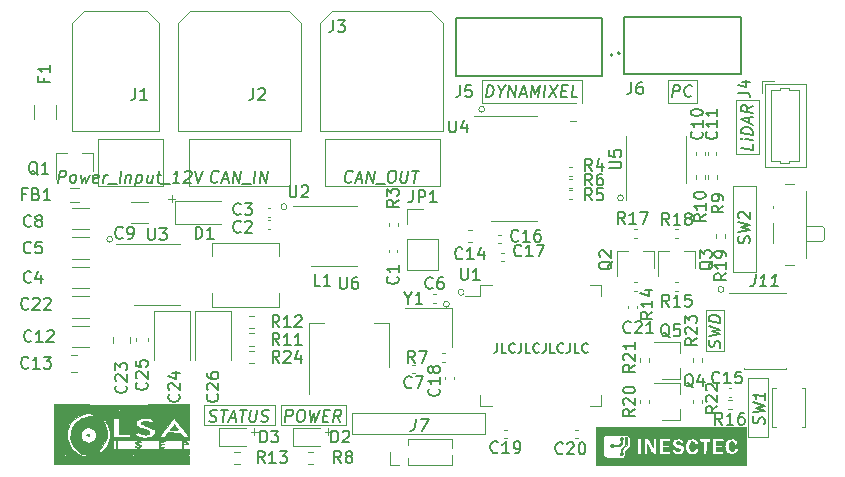
<source format=gbr>
%TF.GenerationSoftware,KiCad,Pcbnew,5.1.9-73d0e3b20d~88~ubuntu18.04.1*%
%TF.CreationDate,2021-01-21T10:29:52+00:00*%
%TF.ProjectId,Object_Detect_Board,4f626a65-6374-45f4-9465-746563745f42,V1.0*%
%TF.SameCoordinates,Original*%
%TF.FileFunction,Legend,Top*%
%TF.FilePolarity,Positive*%
%FSLAX46Y46*%
G04 Gerber Fmt 4.6, Leading zero omitted, Abs format (unit mm)*
G04 Created by KiCad (PCBNEW 5.1.9-73d0e3b20d~88~ubuntu18.04.1) date 2021-01-21 10:29:52*
%MOMM*%
%LPD*%
G01*
G04 APERTURE LIST*
%ADD10C,0.150000*%
%ADD11C,0.100000*%
%ADD12C,0.120000*%
%ADD13C,0.010000*%
%ADD14C,0.127000*%
%ADD15C,0.200000*%
G04 APERTURE END LIST*
D10*
X156554761Y-105811904D02*
X156554761Y-106383333D01*
X156516666Y-106497619D01*
X156440476Y-106573809D01*
X156326190Y-106611904D01*
X156250000Y-106611904D01*
X157316666Y-106611904D02*
X156935714Y-106611904D01*
X156935714Y-105811904D01*
X158040476Y-106535714D02*
X158002380Y-106573809D01*
X157888095Y-106611904D01*
X157811904Y-106611904D01*
X157697619Y-106573809D01*
X157621428Y-106497619D01*
X157583333Y-106421428D01*
X157545238Y-106269047D01*
X157545238Y-106154761D01*
X157583333Y-106002380D01*
X157621428Y-105926190D01*
X157697619Y-105850000D01*
X157811904Y-105811904D01*
X157888095Y-105811904D01*
X158002380Y-105850000D01*
X158040476Y-105888095D01*
X158611904Y-105811904D02*
X158611904Y-106383333D01*
X158573809Y-106497619D01*
X158497619Y-106573809D01*
X158383333Y-106611904D01*
X158307142Y-106611904D01*
X159373809Y-106611904D02*
X158992857Y-106611904D01*
X158992857Y-105811904D01*
X160097619Y-106535714D02*
X160059523Y-106573809D01*
X159945238Y-106611904D01*
X159869047Y-106611904D01*
X159754761Y-106573809D01*
X159678571Y-106497619D01*
X159640476Y-106421428D01*
X159602380Y-106269047D01*
X159602380Y-106154761D01*
X159640476Y-106002380D01*
X159678571Y-105926190D01*
X159754761Y-105850000D01*
X159869047Y-105811904D01*
X159945238Y-105811904D01*
X160059523Y-105850000D01*
X160097619Y-105888095D01*
X160669047Y-105811904D02*
X160669047Y-106383333D01*
X160630952Y-106497619D01*
X160554761Y-106573809D01*
X160440476Y-106611904D01*
X160364285Y-106611904D01*
X161430952Y-106611904D02*
X161050000Y-106611904D01*
X161050000Y-105811904D01*
X162154761Y-106535714D02*
X162116666Y-106573809D01*
X162002380Y-106611904D01*
X161926190Y-106611904D01*
X161811904Y-106573809D01*
X161735714Y-106497619D01*
X161697619Y-106421428D01*
X161659523Y-106269047D01*
X161659523Y-106154761D01*
X161697619Y-106002380D01*
X161735714Y-105926190D01*
X161811904Y-105850000D01*
X161926190Y-105811904D01*
X162002380Y-105811904D01*
X162116666Y-105850000D01*
X162154761Y-105888095D01*
X162726190Y-105811904D02*
X162726190Y-106383333D01*
X162688095Y-106497619D01*
X162611904Y-106573809D01*
X162497619Y-106611904D01*
X162421428Y-106611904D01*
X163488095Y-106611904D02*
X163107142Y-106611904D01*
X163107142Y-105811904D01*
X164211904Y-106535714D02*
X164173809Y-106573809D01*
X164059523Y-106611904D01*
X163983333Y-106611904D01*
X163869047Y-106573809D01*
X163792857Y-106497619D01*
X163754761Y-106421428D01*
X163716666Y-106269047D01*
X163716666Y-106154761D01*
X163754761Y-106002380D01*
X163792857Y-105926190D01*
X163869047Y-105850000D01*
X163983333Y-105811904D01*
X164059523Y-105811904D01*
X164173809Y-105850000D01*
X164211904Y-105888095D01*
D11*
X128695238Y-93557142D02*
X129304761Y-93557142D01*
X129000000Y-93861904D02*
X129000000Y-93252380D01*
X141945238Y-113307142D02*
X142554761Y-113307142D01*
X142250000Y-113611904D02*
X142250000Y-113002380D01*
X135695238Y-113307142D02*
X136304761Y-113307142D01*
X136000000Y-113611904D02*
X136000000Y-113002380D01*
D12*
X138750000Y-94250000D02*
G75*
G03*
X138750000Y-94250000I-250000J0D01*
G01*
X167250000Y-93500000D02*
G75*
G03*
X167250000Y-93500000I-250000J0D01*
G01*
X155500000Y-86000000D02*
G75*
G03*
X155500000Y-86000000I-250000J0D01*
G01*
X124000000Y-97000000D02*
G75*
G03*
X124000000Y-97000000I-250000J0D01*
G01*
X152500000Y-102500000D02*
G75*
G03*
X152500000Y-102500000I-250000J0D01*
G01*
X153750000Y-101500000D02*
G75*
G03*
X153750000Y-101500000I-250000J0D01*
G01*
X175750000Y-101250000D02*
G75*
G03*
X175750000Y-101250000I-250000J0D01*
G01*
X174250000Y-106500000D02*
X175750000Y-106500000D01*
X174250000Y-103000000D02*
X174250000Y-106500000D01*
X175750000Y-103000000D02*
X174250000Y-103000000D01*
X175750000Y-103250000D02*
X175750000Y-103000000D01*
X175750000Y-106500000D02*
X175750000Y-103250000D01*
X177750000Y-108750000D02*
X177750000Y-109000000D01*
X179500000Y-108750000D02*
X177750000Y-108750000D01*
X179500000Y-109000000D02*
X179500000Y-108750000D01*
X177750000Y-109000000D02*
X177750000Y-113750000D01*
X179500000Y-113750000D02*
X179500000Y-109000000D01*
X177750000Y-113750000D02*
X179500000Y-113750000D01*
X143750000Y-111000000D02*
X138250000Y-111000000D01*
X143750000Y-112750000D02*
X143750000Y-111000000D01*
X138250000Y-112750000D02*
X143750000Y-112750000D01*
X138250000Y-111000000D02*
X138250000Y-112750000D01*
X131750000Y-111000000D02*
X131750000Y-112750000D01*
X137750000Y-111000000D02*
X131750000Y-111000000D01*
X137750000Y-112750000D02*
X137750000Y-111000000D01*
X131750000Y-112750000D02*
X137750000Y-112750000D01*
D10*
X132179776Y-112404761D02*
X132316681Y-112452380D01*
X132554776Y-112452380D01*
X132655967Y-112404761D01*
X132709538Y-112357142D01*
X132769062Y-112261904D01*
X132780967Y-112166666D01*
X132745252Y-112071428D01*
X132703586Y-112023809D01*
X132614300Y-111976190D01*
X132429776Y-111928571D01*
X132340491Y-111880952D01*
X132298824Y-111833333D01*
X132263110Y-111738095D01*
X132275014Y-111642857D01*
X132334538Y-111547619D01*
X132388110Y-111500000D01*
X132489300Y-111452380D01*
X132727395Y-111452380D01*
X132864300Y-111500000D01*
X133155967Y-111452380D02*
X133727395Y-111452380D01*
X133316681Y-112452380D02*
X133441681Y-111452380D01*
X133923824Y-112166666D02*
X134400014Y-112166666D01*
X133792872Y-112452380D02*
X134251205Y-111452380D01*
X134459538Y-112452380D01*
X134775014Y-111452380D02*
X135346443Y-111452380D01*
X134935729Y-112452380D02*
X135060729Y-111452380D01*
X135679776Y-111452380D02*
X135578586Y-112261904D01*
X135614300Y-112357142D01*
X135655967Y-112404761D01*
X135745252Y-112452380D01*
X135935729Y-112452380D01*
X136036919Y-112404761D01*
X136090491Y-112357142D01*
X136150014Y-112261904D01*
X136251205Y-111452380D01*
X136560729Y-112404761D02*
X136697633Y-112452380D01*
X136935729Y-112452380D01*
X137036919Y-112404761D01*
X137090491Y-112357142D01*
X137150014Y-112261904D01*
X137161919Y-112166666D01*
X137126205Y-112071428D01*
X137084538Y-112023809D01*
X136995252Y-111976190D01*
X136810729Y-111928571D01*
X136721443Y-111880952D01*
X136679776Y-111833333D01*
X136644062Y-111738095D01*
X136655967Y-111642857D01*
X136715491Y-111547619D01*
X136769062Y-111500000D01*
X136870252Y-111452380D01*
X137108348Y-111452380D01*
X137245252Y-111500000D01*
X138590491Y-112452380D02*
X138715491Y-111452380D01*
X139096443Y-111452380D01*
X139185729Y-111500000D01*
X139227395Y-111547619D01*
X139263110Y-111642857D01*
X139245252Y-111785714D01*
X139185729Y-111880952D01*
X139132157Y-111928571D01*
X139030967Y-111976190D01*
X138650014Y-111976190D01*
X139905967Y-111452380D02*
X140096443Y-111452380D01*
X140185729Y-111500000D01*
X140269062Y-111595238D01*
X140292872Y-111785714D01*
X140251205Y-112119047D01*
X140179776Y-112309523D01*
X140072633Y-112404761D01*
X139971443Y-112452380D01*
X139780967Y-112452380D01*
X139691681Y-112404761D01*
X139608348Y-112309523D01*
X139584538Y-112119047D01*
X139626205Y-111785714D01*
X139697633Y-111595238D01*
X139804776Y-111500000D01*
X139905967Y-111452380D01*
X140667872Y-111452380D02*
X140780967Y-112452380D01*
X141060729Y-111738095D01*
X141161919Y-112452380D01*
X141525014Y-111452380D01*
X141846443Y-111928571D02*
X142179776Y-111928571D01*
X142257157Y-112452380D02*
X141780967Y-112452380D01*
X141905967Y-111452380D01*
X142382157Y-111452380D01*
X143257157Y-112452380D02*
X142983348Y-111976190D01*
X142685729Y-112452380D02*
X142810729Y-111452380D01*
X143191681Y-111452380D01*
X143280967Y-111500000D01*
X143322633Y-111547619D01*
X143358348Y-111642857D01*
X143340491Y-111785714D01*
X143280967Y-111880952D01*
X143227395Y-111928571D01*
X143126205Y-111976190D01*
X142745252Y-111976190D01*
D12*
X144250000Y-111750000D02*
X145500000Y-111750000D01*
X144250000Y-113500000D02*
X144250000Y-111750000D01*
X145500000Y-113500000D02*
X144250000Y-113500000D01*
X145500000Y-113500000D02*
X155500000Y-113500000D01*
X155500000Y-111750000D02*
X145500000Y-111750000D01*
X155500000Y-113500000D02*
X155500000Y-111750000D01*
X178500000Y-99750000D02*
X178500000Y-97000000D01*
X176500000Y-99750000D02*
X178500000Y-99750000D01*
X176500000Y-97000000D02*
X176500000Y-99750000D01*
X178500000Y-97000000D02*
X178500000Y-92500000D01*
X176500000Y-92500000D02*
X176500000Y-97000000D01*
X178500000Y-92500000D02*
X176500000Y-92500000D01*
X176750000Y-89750000D02*
X177000000Y-89750000D01*
X176750000Y-85250000D02*
X176750000Y-89750000D01*
X178750000Y-89750000D02*
X178750000Y-85250000D01*
X178750000Y-85250000D02*
X176750000Y-85250000D01*
X178750000Y-89750000D02*
X177000000Y-89750000D01*
X171000000Y-85500000D02*
X173500000Y-85500000D01*
X171000000Y-83500000D02*
X173500000Y-83500000D01*
X171000000Y-83750000D02*
X171000000Y-83500000D01*
X173500000Y-85500000D02*
X173500000Y-83500000D01*
X171000000Y-85500000D02*
X171000000Y-83750000D01*
X163750000Y-83500000D02*
X163500000Y-83500000D01*
X163750000Y-85500000D02*
X163750000Y-83500000D01*
X162750000Y-87000000D02*
X163000000Y-87000000D01*
X163500000Y-83500000D02*
X163250000Y-83500000D01*
X163000000Y-87000000D02*
X163250000Y-87000000D01*
X155250000Y-83500000D02*
X155250000Y-83750000D01*
X163250000Y-83500000D02*
X155250000Y-83500000D01*
X155250000Y-85500000D02*
X155250000Y-83750000D01*
X163250000Y-85500000D02*
X155250000Y-85500000D01*
X151750000Y-92500000D02*
X151750000Y-88500000D01*
X142000000Y-92500000D02*
X151750000Y-92500000D01*
X142000000Y-88500000D02*
X142000000Y-92500000D01*
X151750000Y-88500000D02*
X142000000Y-88500000D01*
X139000000Y-88500000D02*
X138750000Y-88500000D01*
X139000000Y-92500000D02*
X139000000Y-88500000D01*
X138750000Y-92500000D02*
X139000000Y-92500000D01*
X138750000Y-88500000D02*
X130500000Y-88500000D01*
X138500000Y-92500000D02*
X138750000Y-92500000D01*
X130500000Y-92500000D02*
X138500000Y-92500000D01*
X130500000Y-88500000D02*
X130500000Y-92500000D01*
X128250000Y-88500000D02*
X128000000Y-88500000D01*
X128250000Y-92500000D02*
X128250000Y-88500000D01*
X128000000Y-92500000D02*
X128250000Y-92500000D01*
X128000000Y-88500000D02*
X122750000Y-88500000D01*
X122750000Y-92500000D02*
X128000000Y-92500000D01*
X122750000Y-88500000D02*
X122750000Y-92500000D01*
%TO.C,C26*%
X134010000Y-107250000D02*
X134010000Y-103040000D01*
X134010000Y-103040000D02*
X130990000Y-103040000D01*
X130990000Y-103040000D02*
X130990000Y-107250000D01*
%TO.C,C24*%
X130510000Y-107250000D02*
X130510000Y-103040000D01*
X130510000Y-103040000D02*
X127490000Y-103040000D01*
X127490000Y-103040000D02*
X127490000Y-107250000D01*
%TO.C,C25*%
X127010000Y-105359420D02*
X127010000Y-105640580D01*
X125990000Y-105359420D02*
X125990000Y-105640580D01*
%TO.C,C23*%
X125485000Y-105238748D02*
X125485000Y-105761252D01*
X124015000Y-105238748D02*
X124015000Y-105761252D01*
%TO.C,Q2*%
X169830000Y-97990000D02*
X168900000Y-97990000D01*
X166670000Y-97990000D02*
X167600000Y-97990000D01*
X166670000Y-97990000D02*
X166670000Y-100150000D01*
X169830000Y-97990000D02*
X169830000Y-99450000D01*
D13*
%TO.C,G\u002A\u002A\u002A*%
G36*
X177613368Y-116130947D02*
G01*
X164886632Y-116130947D01*
X164886632Y-114788395D01*
X165501236Y-114788395D01*
X165503412Y-114995818D01*
X165513191Y-115159836D01*
X165535616Y-115285455D01*
X165575731Y-115377682D01*
X165638576Y-115441521D01*
X165729197Y-115481979D01*
X165852636Y-115504062D01*
X166013935Y-115512775D01*
X166218137Y-115513123D01*
X166470286Y-115510114D01*
X166486253Y-115509944D01*
X167190190Y-115502631D01*
X167281674Y-115402761D01*
X167329492Y-115346892D01*
X167356891Y-115298009D01*
X167369521Y-115237979D01*
X167373035Y-115148671D01*
X167373158Y-115109284D01*
X167373158Y-114915678D01*
X167567000Y-114720610D01*
X167760842Y-114525543D01*
X167769571Y-114182595D01*
X167770790Y-113999113D01*
X167762421Y-113860119D01*
X167762070Y-113858316D01*
X168389158Y-113858316D01*
X168389158Y-115195158D01*
X168710000Y-115195158D01*
X168710000Y-113858316D01*
X168950632Y-113858316D01*
X168950632Y-115198088D01*
X169077632Y-115189938D01*
X169204632Y-115181789D01*
X169231368Y-114368711D01*
X169389281Y-114641566D01*
X169461287Y-114766483D01*
X169532266Y-114890476D01*
X169592830Y-114997103D01*
X169625943Y-115056092D01*
X169704691Y-115197764D01*
X169728285Y-115196395D01*
X174751589Y-115196395D01*
X175226637Y-115189092D01*
X175701684Y-115181789D01*
X175717982Y-114927789D01*
X175073368Y-114927789D01*
X175073368Y-114633684D01*
X175581368Y-114633684D01*
X175581368Y-114513792D01*
X175799793Y-114513792D01*
X175814176Y-114682374D01*
X175860582Y-114841774D01*
X175938605Y-114982200D01*
X176047841Y-115093862D01*
X176119896Y-115138869D01*
X176252368Y-115182901D01*
X176401149Y-115195731D01*
X176547936Y-115178367D01*
X176674427Y-115131817D01*
X176714034Y-115106175D01*
X176819056Y-115010455D01*
X176881796Y-114910741D01*
X176909562Y-114810302D01*
X176925207Y-114713895D01*
X176779608Y-114713895D01*
X176694611Y-114716037D01*
X176645485Y-114728260D01*
X176614646Y-114759256D01*
X176589095Y-114808081D01*
X176523128Y-114899964D01*
X176440404Y-114945154D01*
X176349719Y-114941816D01*
X176259867Y-114888112D01*
X176250225Y-114878865D01*
X176193277Y-114789899D01*
X176159626Y-114670323D01*
X176148678Y-114534737D01*
X176159842Y-114397741D01*
X176192523Y-114273937D01*
X176246130Y-114177925D01*
X176280006Y-114145338D01*
X176366416Y-114109074D01*
X176452586Y-114118194D01*
X176527278Y-114165748D01*
X176579257Y-114244789D01*
X176597368Y-114341593D01*
X176604235Y-114380500D01*
X176635265Y-114389981D01*
X176680921Y-114383026D01*
X176769050Y-114370562D01*
X176841342Y-114366316D01*
X176897048Y-114358421D01*
X176916745Y-114325123D01*
X176918210Y-114298408D01*
X176894502Y-114184775D01*
X176831357Y-114070563D01*
X176740746Y-113969917D01*
X176634640Y-113896981D01*
X176555237Y-113869540D01*
X176404542Y-113857890D01*
X176252530Y-113874569D01*
X176119772Y-113916439D01*
X176070559Y-113943475D01*
X175952814Y-114050870D01*
X175868708Y-114188249D01*
X175817835Y-114345820D01*
X175799793Y-114513792D01*
X175581368Y-114513792D01*
X175581368Y-114393053D01*
X175073368Y-114393053D01*
X175073368Y-114125684D01*
X175717982Y-114125684D01*
X175701684Y-113871684D01*
X174765895Y-113871684D01*
X174758742Y-114534040D01*
X174751589Y-115196395D01*
X169728285Y-115196395D01*
X169728337Y-115196392D01*
X170234000Y-115196392D01*
X170708579Y-115189090D01*
X171183158Y-115181789D01*
X171199456Y-114927789D01*
X170554842Y-114927789D01*
X170554842Y-114841521D01*
X171276737Y-114841521D01*
X171289143Y-114871254D01*
X171320726Y-114930458D01*
X171342860Y-114969080D01*
X171421048Y-115071955D01*
X171519432Y-115140777D01*
X171646689Y-115179197D01*
X171811493Y-115190869D01*
X171867083Y-115189788D01*
X171983863Y-115183895D01*
X172063386Y-115173253D01*
X172121865Y-115153687D01*
X172175514Y-115121025D01*
X172197446Y-115104739D01*
X172302141Y-114994780D01*
X172358437Y-114863226D01*
X172365303Y-114718056D01*
X172334731Y-114604837D01*
X172287505Y-114540105D01*
X172467975Y-114540105D01*
X172486967Y-114739922D01*
X172542226Y-114902776D01*
X172635640Y-115032664D01*
X172740233Y-115116236D01*
X172816714Y-115159810D01*
X172886695Y-115183773D01*
X172972216Y-115193656D01*
X173054737Y-115195158D01*
X173165267Y-115191853D01*
X173244346Y-115178358D01*
X173313778Y-115149298D01*
X173365587Y-115118553D01*
X173479205Y-115020607D01*
X173556987Y-114890283D01*
X173590310Y-114787421D01*
X173597675Y-114734739D01*
X173575861Y-114715667D01*
X173545583Y-114713600D01*
X173476035Y-114708976D01*
X173390700Y-114698094D01*
X173382263Y-114696734D01*
X173316552Y-114689430D01*
X173288023Y-114700593D01*
X173282000Y-114733527D01*
X173260007Y-114806267D01*
X173205453Y-114878297D01*
X173135472Y-114929170D01*
X173110489Y-114938197D01*
X173010421Y-114938038D01*
X172922198Y-114891534D01*
X172868859Y-114823318D01*
X172844001Y-114741410D01*
X172830402Y-114626065D01*
X172828147Y-114496138D01*
X172837320Y-114370487D01*
X172858004Y-114267966D01*
X172866286Y-114244971D01*
X172923989Y-114160957D01*
X173001089Y-114117168D01*
X173085112Y-114111152D01*
X173163586Y-114140458D01*
X173224039Y-114202635D01*
X173253996Y-114295232D01*
X173255263Y-114321416D01*
X173255263Y-114398303D01*
X173422368Y-114379303D01*
X173510421Y-114368309D01*
X173574065Y-114358512D01*
X173597915Y-114352640D01*
X173599410Y-114320185D01*
X173583058Y-114256216D01*
X173554673Y-114177169D01*
X173530574Y-114123059D01*
X173626756Y-114123059D01*
X173795273Y-114131056D01*
X173963789Y-114139053D01*
X173971039Y-114667105D01*
X173978288Y-115195158D01*
X174270133Y-115195158D01*
X174277382Y-114667105D01*
X174284632Y-114139053D01*
X174453148Y-114131056D01*
X174621665Y-114123059D01*
X174613569Y-113997372D01*
X174605474Y-113871684D01*
X173642947Y-113871684D01*
X173634852Y-113997372D01*
X173626756Y-114123059D01*
X173530574Y-114123059D01*
X173520073Y-114099484D01*
X173489267Y-114045544D01*
X173402519Y-113950462D01*
X173291827Y-113890617D01*
X173148061Y-113862085D01*
X173053704Y-113858316D01*
X172881556Y-113875299D01*
X172744380Y-113929318D01*
X172634631Y-114024979D01*
X172544765Y-114166884D01*
X172543321Y-114169812D01*
X172502258Y-114262023D01*
X172479112Y-114343717D01*
X172469293Y-114437447D01*
X172467975Y-114540105D01*
X172287505Y-114540105D01*
X172267930Y-114513274D01*
X172159837Y-114439035D01*
X172005389Y-114377789D01*
X171947983Y-114360949D01*
X171811052Y-114317545D01*
X171723717Y-114275045D01*
X171682243Y-114230479D01*
X171682892Y-114180876D01*
X171694018Y-114159105D01*
X171746142Y-114120092D01*
X171825900Y-114102968D01*
X171911772Y-114108556D01*
X171982241Y-114137682D01*
X171993824Y-114147613D01*
X172036236Y-114197070D01*
X172055643Y-114229877D01*
X172079600Y-114243849D01*
X172139290Y-114234026D01*
X172192638Y-114217348D01*
X172268097Y-114188766D01*
X172319621Y-114163891D01*
X172331570Y-114154479D01*
X172326664Y-114116946D01*
X172290342Y-114059761D01*
X172233536Y-113995924D01*
X172167175Y-113938438D01*
X172128675Y-113913162D01*
X172044758Y-113878194D01*
X171940781Y-113861332D01*
X171847521Y-113858316D01*
X171670366Y-113875693D01*
X171533513Y-113928042D01*
X171436535Y-114015688D01*
X171379003Y-114138958D01*
X171363606Y-114226212D01*
X171367100Y-114362590D01*
X171410530Y-114468045D01*
X171498749Y-114550879D01*
X171579266Y-114595074D01*
X171689081Y-114638931D01*
X171808620Y-114676483D01*
X171858346Y-114688530D01*
X171969170Y-114724212D01*
X172029835Y-114774321D01*
X172039589Y-114838029D01*
X172025984Y-114873165D01*
X171974307Y-114921649D01*
X171895562Y-114944400D01*
X171804352Y-114943898D01*
X171715277Y-114922621D01*
X171642939Y-114883047D01*
X171601941Y-114827658D01*
X171597579Y-114800431D01*
X171579421Y-114773261D01*
X171537421Y-114776013D01*
X171470006Y-114790627D01*
X171385755Y-114807024D01*
X171377000Y-114808624D01*
X171312782Y-114823701D01*
X171278502Y-114838451D01*
X171276737Y-114841521D01*
X170554842Y-114841521D01*
X170554842Y-114633684D01*
X171062842Y-114633684D01*
X171062842Y-114393053D01*
X170554842Y-114393053D01*
X170554842Y-114125684D01*
X171199456Y-114125684D01*
X171183158Y-113871684D01*
X170234000Y-113857082D01*
X170234000Y-115196392D01*
X169728337Y-115196392D01*
X169842345Y-115189777D01*
X169980000Y-115181789D01*
X169980000Y-113871684D01*
X169727528Y-113855448D01*
X169712632Y-114583238D01*
X169293312Y-113858316D01*
X168950632Y-113858316D01*
X168710000Y-113858316D01*
X168389158Y-113858316D01*
X167762070Y-113858316D01*
X167742349Y-113757152D01*
X167708460Y-113681753D01*
X167658639Y-113625461D01*
X167623883Y-113599711D01*
X167600238Y-113586497D01*
X167570096Y-113575890D01*
X167527744Y-113567607D01*
X167467468Y-113561365D01*
X167383557Y-113556879D01*
X167270296Y-113553868D01*
X167121975Y-113552048D01*
X166932878Y-113551137D01*
X166697295Y-113550849D01*
X166637895Y-113550842D01*
X166391175Y-113551028D01*
X166192215Y-113551777D01*
X166035303Y-113553370D01*
X165914725Y-113556091D01*
X165824769Y-113560223D01*
X165759722Y-113566050D01*
X165713871Y-113573854D01*
X165681503Y-113583918D01*
X165656905Y-113596527D01*
X165651907Y-113599711D01*
X165609569Y-113630908D01*
X165575974Y-113666987D01*
X165550121Y-113714154D01*
X165531012Y-113778611D01*
X165517647Y-113866562D01*
X165509026Y-113984210D01*
X165504150Y-114137761D01*
X165502020Y-114333417D01*
X165501620Y-114532562D01*
X165501236Y-114788395D01*
X164886632Y-114788395D01*
X164886632Y-112869053D01*
X177613368Y-112869053D01*
X177613368Y-116130947D01*
G37*
X177613368Y-116130947D02*
X164886632Y-116130947D01*
X164886632Y-114788395D01*
X165501236Y-114788395D01*
X165503412Y-114995818D01*
X165513191Y-115159836D01*
X165535616Y-115285455D01*
X165575731Y-115377682D01*
X165638576Y-115441521D01*
X165729197Y-115481979D01*
X165852636Y-115504062D01*
X166013935Y-115512775D01*
X166218137Y-115513123D01*
X166470286Y-115510114D01*
X166486253Y-115509944D01*
X167190190Y-115502631D01*
X167281674Y-115402761D01*
X167329492Y-115346892D01*
X167356891Y-115298009D01*
X167369521Y-115237979D01*
X167373035Y-115148671D01*
X167373158Y-115109284D01*
X167373158Y-114915678D01*
X167567000Y-114720610D01*
X167760842Y-114525543D01*
X167769571Y-114182595D01*
X167770790Y-113999113D01*
X167762421Y-113860119D01*
X167762070Y-113858316D01*
X168389158Y-113858316D01*
X168389158Y-115195158D01*
X168710000Y-115195158D01*
X168710000Y-113858316D01*
X168950632Y-113858316D01*
X168950632Y-115198088D01*
X169077632Y-115189938D01*
X169204632Y-115181789D01*
X169231368Y-114368711D01*
X169389281Y-114641566D01*
X169461287Y-114766483D01*
X169532266Y-114890476D01*
X169592830Y-114997103D01*
X169625943Y-115056092D01*
X169704691Y-115197764D01*
X169728285Y-115196395D01*
X174751589Y-115196395D01*
X175226637Y-115189092D01*
X175701684Y-115181789D01*
X175717982Y-114927789D01*
X175073368Y-114927789D01*
X175073368Y-114633684D01*
X175581368Y-114633684D01*
X175581368Y-114513792D01*
X175799793Y-114513792D01*
X175814176Y-114682374D01*
X175860582Y-114841774D01*
X175938605Y-114982200D01*
X176047841Y-115093862D01*
X176119896Y-115138869D01*
X176252368Y-115182901D01*
X176401149Y-115195731D01*
X176547936Y-115178367D01*
X176674427Y-115131817D01*
X176714034Y-115106175D01*
X176819056Y-115010455D01*
X176881796Y-114910741D01*
X176909562Y-114810302D01*
X176925207Y-114713895D01*
X176779608Y-114713895D01*
X176694611Y-114716037D01*
X176645485Y-114728260D01*
X176614646Y-114759256D01*
X176589095Y-114808081D01*
X176523128Y-114899964D01*
X176440404Y-114945154D01*
X176349719Y-114941816D01*
X176259867Y-114888112D01*
X176250225Y-114878865D01*
X176193277Y-114789899D01*
X176159626Y-114670323D01*
X176148678Y-114534737D01*
X176159842Y-114397741D01*
X176192523Y-114273937D01*
X176246130Y-114177925D01*
X176280006Y-114145338D01*
X176366416Y-114109074D01*
X176452586Y-114118194D01*
X176527278Y-114165748D01*
X176579257Y-114244789D01*
X176597368Y-114341593D01*
X176604235Y-114380500D01*
X176635265Y-114389981D01*
X176680921Y-114383026D01*
X176769050Y-114370562D01*
X176841342Y-114366316D01*
X176897048Y-114358421D01*
X176916745Y-114325123D01*
X176918210Y-114298408D01*
X176894502Y-114184775D01*
X176831357Y-114070563D01*
X176740746Y-113969917D01*
X176634640Y-113896981D01*
X176555237Y-113869540D01*
X176404542Y-113857890D01*
X176252530Y-113874569D01*
X176119772Y-113916439D01*
X176070559Y-113943475D01*
X175952814Y-114050870D01*
X175868708Y-114188249D01*
X175817835Y-114345820D01*
X175799793Y-114513792D01*
X175581368Y-114513792D01*
X175581368Y-114393053D01*
X175073368Y-114393053D01*
X175073368Y-114125684D01*
X175717982Y-114125684D01*
X175701684Y-113871684D01*
X174765895Y-113871684D01*
X174758742Y-114534040D01*
X174751589Y-115196395D01*
X169728285Y-115196395D01*
X169728337Y-115196392D01*
X170234000Y-115196392D01*
X170708579Y-115189090D01*
X171183158Y-115181789D01*
X171199456Y-114927789D01*
X170554842Y-114927789D01*
X170554842Y-114841521D01*
X171276737Y-114841521D01*
X171289143Y-114871254D01*
X171320726Y-114930458D01*
X171342860Y-114969080D01*
X171421048Y-115071955D01*
X171519432Y-115140777D01*
X171646689Y-115179197D01*
X171811493Y-115190869D01*
X171867083Y-115189788D01*
X171983863Y-115183895D01*
X172063386Y-115173253D01*
X172121865Y-115153687D01*
X172175514Y-115121025D01*
X172197446Y-115104739D01*
X172302141Y-114994780D01*
X172358437Y-114863226D01*
X172365303Y-114718056D01*
X172334731Y-114604837D01*
X172287505Y-114540105D01*
X172467975Y-114540105D01*
X172486967Y-114739922D01*
X172542226Y-114902776D01*
X172635640Y-115032664D01*
X172740233Y-115116236D01*
X172816714Y-115159810D01*
X172886695Y-115183773D01*
X172972216Y-115193656D01*
X173054737Y-115195158D01*
X173165267Y-115191853D01*
X173244346Y-115178358D01*
X173313778Y-115149298D01*
X173365587Y-115118553D01*
X173479205Y-115020607D01*
X173556987Y-114890283D01*
X173590310Y-114787421D01*
X173597675Y-114734739D01*
X173575861Y-114715667D01*
X173545583Y-114713600D01*
X173476035Y-114708976D01*
X173390700Y-114698094D01*
X173382263Y-114696734D01*
X173316552Y-114689430D01*
X173288023Y-114700593D01*
X173282000Y-114733527D01*
X173260007Y-114806267D01*
X173205453Y-114878297D01*
X173135472Y-114929170D01*
X173110489Y-114938197D01*
X173010421Y-114938038D01*
X172922198Y-114891534D01*
X172868859Y-114823318D01*
X172844001Y-114741410D01*
X172830402Y-114626065D01*
X172828147Y-114496138D01*
X172837320Y-114370487D01*
X172858004Y-114267966D01*
X172866286Y-114244971D01*
X172923989Y-114160957D01*
X173001089Y-114117168D01*
X173085112Y-114111152D01*
X173163586Y-114140458D01*
X173224039Y-114202635D01*
X173253996Y-114295232D01*
X173255263Y-114321416D01*
X173255263Y-114398303D01*
X173422368Y-114379303D01*
X173510421Y-114368309D01*
X173574065Y-114358512D01*
X173597915Y-114352640D01*
X173599410Y-114320185D01*
X173583058Y-114256216D01*
X173554673Y-114177169D01*
X173530574Y-114123059D01*
X173626756Y-114123059D01*
X173795273Y-114131056D01*
X173963789Y-114139053D01*
X173971039Y-114667105D01*
X173978288Y-115195158D01*
X174270133Y-115195158D01*
X174277382Y-114667105D01*
X174284632Y-114139053D01*
X174453148Y-114131056D01*
X174621665Y-114123059D01*
X174613569Y-113997372D01*
X174605474Y-113871684D01*
X173642947Y-113871684D01*
X173634852Y-113997372D01*
X173626756Y-114123059D01*
X173530574Y-114123059D01*
X173520073Y-114099484D01*
X173489267Y-114045544D01*
X173402519Y-113950462D01*
X173291827Y-113890617D01*
X173148061Y-113862085D01*
X173053704Y-113858316D01*
X172881556Y-113875299D01*
X172744380Y-113929318D01*
X172634631Y-114024979D01*
X172544765Y-114166884D01*
X172543321Y-114169812D01*
X172502258Y-114262023D01*
X172479112Y-114343717D01*
X172469293Y-114437447D01*
X172467975Y-114540105D01*
X172287505Y-114540105D01*
X172267930Y-114513274D01*
X172159837Y-114439035D01*
X172005389Y-114377789D01*
X171947983Y-114360949D01*
X171811052Y-114317545D01*
X171723717Y-114275045D01*
X171682243Y-114230479D01*
X171682892Y-114180876D01*
X171694018Y-114159105D01*
X171746142Y-114120092D01*
X171825900Y-114102968D01*
X171911772Y-114108556D01*
X171982241Y-114137682D01*
X171993824Y-114147613D01*
X172036236Y-114197070D01*
X172055643Y-114229877D01*
X172079600Y-114243849D01*
X172139290Y-114234026D01*
X172192638Y-114217348D01*
X172268097Y-114188766D01*
X172319621Y-114163891D01*
X172331570Y-114154479D01*
X172326664Y-114116946D01*
X172290342Y-114059761D01*
X172233536Y-113995924D01*
X172167175Y-113938438D01*
X172128675Y-113913162D01*
X172044758Y-113878194D01*
X171940781Y-113861332D01*
X171847521Y-113858316D01*
X171670366Y-113875693D01*
X171533513Y-113928042D01*
X171436535Y-114015688D01*
X171379003Y-114138958D01*
X171363606Y-114226212D01*
X171367100Y-114362590D01*
X171410530Y-114468045D01*
X171498749Y-114550879D01*
X171579266Y-114595074D01*
X171689081Y-114638931D01*
X171808620Y-114676483D01*
X171858346Y-114688530D01*
X171969170Y-114724212D01*
X172029835Y-114774321D01*
X172039589Y-114838029D01*
X172025984Y-114873165D01*
X171974307Y-114921649D01*
X171895562Y-114944400D01*
X171804352Y-114943898D01*
X171715277Y-114922621D01*
X171642939Y-114883047D01*
X171601941Y-114827658D01*
X171597579Y-114800431D01*
X171579421Y-114773261D01*
X171537421Y-114776013D01*
X171470006Y-114790627D01*
X171385755Y-114807024D01*
X171377000Y-114808624D01*
X171312782Y-114823701D01*
X171278502Y-114838451D01*
X171276737Y-114841521D01*
X170554842Y-114841521D01*
X170554842Y-114633684D01*
X171062842Y-114633684D01*
X171062842Y-114393053D01*
X170554842Y-114393053D01*
X170554842Y-114125684D01*
X171199456Y-114125684D01*
X171183158Y-113871684D01*
X170234000Y-113857082D01*
X170234000Y-115196392D01*
X169728337Y-115196392D01*
X169842345Y-115189777D01*
X169980000Y-115181789D01*
X169980000Y-113871684D01*
X169727528Y-113855448D01*
X169712632Y-114583238D01*
X169293312Y-113858316D01*
X168950632Y-113858316D01*
X168710000Y-113858316D01*
X168389158Y-113858316D01*
X167762070Y-113858316D01*
X167742349Y-113757152D01*
X167708460Y-113681753D01*
X167658639Y-113625461D01*
X167623883Y-113599711D01*
X167600238Y-113586497D01*
X167570096Y-113575890D01*
X167527744Y-113567607D01*
X167467468Y-113561365D01*
X167383557Y-113556879D01*
X167270296Y-113553868D01*
X167121975Y-113552048D01*
X166932878Y-113551137D01*
X166697295Y-113550849D01*
X166637895Y-113550842D01*
X166391175Y-113551028D01*
X166192215Y-113551777D01*
X166035303Y-113553370D01*
X165914725Y-113556091D01*
X165824769Y-113560223D01*
X165759722Y-113566050D01*
X165713871Y-113573854D01*
X165681503Y-113583918D01*
X165656905Y-113596527D01*
X165651907Y-113599711D01*
X165609569Y-113630908D01*
X165575974Y-113666987D01*
X165550121Y-113714154D01*
X165531012Y-113778611D01*
X165517647Y-113866562D01*
X165509026Y-113984210D01*
X165504150Y-114137761D01*
X165502020Y-114333417D01*
X165501620Y-114532562D01*
X165501236Y-114788395D01*
X164886632Y-114788395D01*
X164886632Y-112869053D01*
X177613368Y-112869053D01*
X177613368Y-116130947D01*
G36*
X167515547Y-113772284D02*
G01*
X167566047Y-113815338D01*
X167574119Y-113832950D01*
X167572456Y-113900004D01*
X167549165Y-113952263D01*
X167522888Y-114019889D01*
X167509363Y-114127015D01*
X167506842Y-114225724D01*
X167506842Y-114434592D01*
X167319684Y-114620316D01*
X167234040Y-114706421D01*
X167179552Y-114767342D01*
X167149178Y-114815317D01*
X167135877Y-114862583D01*
X167132605Y-114921377D01*
X167132526Y-114945547D01*
X167137264Y-115027517D01*
X167149395Y-115085577D01*
X167159263Y-115101579D01*
X167182127Y-115142384D01*
X167182660Y-115204409D01*
X167161719Y-115260686D01*
X167153916Y-115270021D01*
X167089615Y-115299565D01*
X167009219Y-115282284D01*
X166992158Y-115273227D01*
X166954136Y-115224369D01*
X166948616Y-115157254D01*
X166976497Y-115096761D01*
X166985474Y-115088210D01*
X167013614Y-115034361D01*
X167025204Y-114932085D01*
X167025579Y-114903371D01*
X167025579Y-114751817D01*
X167399895Y-114385645D01*
X167399895Y-114177032D01*
X167396689Y-114076307D01*
X167388196Y-113997557D01*
X167376100Y-113954978D01*
X167373158Y-113951895D01*
X167349642Y-113910473D01*
X167350499Y-113848420D01*
X167373785Y-113791650D01*
X167386179Y-113778393D01*
X167447338Y-113757573D01*
X167515547Y-113772284D01*
G37*
X167515547Y-113772284D02*
X167566047Y-113815338D01*
X167574119Y-113832950D01*
X167572456Y-113900004D01*
X167549165Y-113952263D01*
X167522888Y-114019889D01*
X167509363Y-114127015D01*
X167506842Y-114225724D01*
X167506842Y-114434592D01*
X167319684Y-114620316D01*
X167234040Y-114706421D01*
X167179552Y-114767342D01*
X167149178Y-114815317D01*
X167135877Y-114862583D01*
X167132605Y-114921377D01*
X167132526Y-114945547D01*
X167137264Y-115027517D01*
X167149395Y-115085577D01*
X167159263Y-115101579D01*
X167182127Y-115142384D01*
X167182660Y-115204409D01*
X167161719Y-115260686D01*
X167153916Y-115270021D01*
X167089615Y-115299565D01*
X167009219Y-115282284D01*
X166992158Y-115273227D01*
X166954136Y-115224369D01*
X166948616Y-115157254D01*
X166976497Y-115096761D01*
X166985474Y-115088210D01*
X167013614Y-115034361D01*
X167025204Y-114932085D01*
X167025579Y-114903371D01*
X167025579Y-114751817D01*
X167399895Y-114385645D01*
X167399895Y-114177032D01*
X167396689Y-114076307D01*
X167388196Y-113997557D01*
X167376100Y-113954978D01*
X167373158Y-113951895D01*
X167349642Y-113910473D01*
X167350499Y-113848420D01*
X167373785Y-113791650D01*
X167386179Y-113778393D01*
X167447338Y-113757573D01*
X167515547Y-113772284D01*
G36*
X167127918Y-113768914D02*
G01*
X167168316Y-113818414D01*
X167182774Y-113884650D01*
X167166354Y-113941461D01*
X167161527Y-113946957D01*
X167145452Y-113988254D01*
X167134921Y-114063680D01*
X167132526Y-114125352D01*
X167130140Y-114207884D01*
X167117104Y-114265473D01*
X167084605Y-114317096D01*
X167023827Y-114381731D01*
X167004608Y-114400742D01*
X166876689Y-114526737D01*
X166643660Y-114526737D01*
X166525640Y-114528563D01*
X166448040Y-114535656D01*
X166397883Y-114550438D01*
X166362189Y-114575332D01*
X166357158Y-114580210D01*
X166283291Y-114627222D01*
X166204361Y-114622128D01*
X166149212Y-114592063D01*
X166100549Y-114531416D01*
X166092394Y-114458459D01*
X166097768Y-114444267D01*
X166174395Y-114444267D01*
X166181686Y-114495292D01*
X166202418Y-114521724D01*
X166250823Y-114545368D01*
X166288366Y-114519897D01*
X166299507Y-114488260D01*
X166292351Y-114429408D01*
X166251846Y-114402925D01*
X166214576Y-114408405D01*
X166174395Y-114444267D01*
X166097768Y-114444267D01*
X166119112Y-114387904D01*
X166175068Y-114334463D01*
X166254628Y-114312849D01*
X166256160Y-114312842D01*
X166309551Y-114330789D01*
X166357158Y-114366316D01*
X166394632Y-114394506D01*
X166446303Y-114410897D01*
X166526176Y-114418346D01*
X166619100Y-114419789D01*
X166724784Y-114418732D01*
X166793436Y-114411947D01*
X166841497Y-114394013D01*
X166885407Y-114359507D01*
X166926574Y-114318399D01*
X166988825Y-114246149D01*
X167018298Y-114182685D01*
X167025579Y-114107778D01*
X167015421Y-114023439D01*
X166988899Y-113968425D01*
X166985474Y-113965263D01*
X166953607Y-113913506D01*
X166945368Y-113867837D01*
X166968344Y-113807114D01*
X167023604Y-113766049D01*
X167090646Y-113755751D01*
X167127918Y-113768914D01*
G37*
X167127918Y-113768914D02*
X167168316Y-113818414D01*
X167182774Y-113884650D01*
X167166354Y-113941461D01*
X167161527Y-113946957D01*
X167145452Y-113988254D01*
X167134921Y-114063680D01*
X167132526Y-114125352D01*
X167130140Y-114207884D01*
X167117104Y-114265473D01*
X167084605Y-114317096D01*
X167023827Y-114381731D01*
X167004608Y-114400742D01*
X166876689Y-114526737D01*
X166643660Y-114526737D01*
X166525640Y-114528563D01*
X166448040Y-114535656D01*
X166397883Y-114550438D01*
X166362189Y-114575332D01*
X166357158Y-114580210D01*
X166283291Y-114627222D01*
X166204361Y-114622128D01*
X166149212Y-114592063D01*
X166100549Y-114531416D01*
X166092394Y-114458459D01*
X166097768Y-114444267D01*
X166174395Y-114444267D01*
X166181686Y-114495292D01*
X166202418Y-114521724D01*
X166250823Y-114545368D01*
X166288366Y-114519897D01*
X166299507Y-114488260D01*
X166292351Y-114429408D01*
X166251846Y-114402925D01*
X166214576Y-114408405D01*
X166174395Y-114444267D01*
X166097768Y-114444267D01*
X166119112Y-114387904D01*
X166175068Y-114334463D01*
X166254628Y-114312849D01*
X166256160Y-114312842D01*
X166309551Y-114330789D01*
X166357158Y-114366316D01*
X166394632Y-114394506D01*
X166446303Y-114410897D01*
X166526176Y-114418346D01*
X166619100Y-114419789D01*
X166724784Y-114418732D01*
X166793436Y-114411947D01*
X166841497Y-114394013D01*
X166885407Y-114359507D01*
X166926574Y-114318399D01*
X166988825Y-114246149D01*
X167018298Y-114182685D01*
X167025579Y-114107778D01*
X167015421Y-114023439D01*
X166988899Y-113968425D01*
X166985474Y-113965263D01*
X166953607Y-113913506D01*
X166945368Y-113867837D01*
X166968344Y-113807114D01*
X167023604Y-113766049D01*
X167090646Y-113755751D01*
X167127918Y-113768914D01*
G36*
X119060400Y-116023067D02*
G01*
X119043467Y-116040000D01*
X119026534Y-116023067D01*
X119043467Y-116006133D01*
X119060400Y-116023067D01*
G37*
X119060400Y-116023067D02*
X119043467Y-116040000D01*
X119026534Y-116023067D01*
X119043467Y-116006133D01*
X119060400Y-116023067D01*
G36*
X130473467Y-113974133D02*
G01*
X124036651Y-113974133D01*
X124046192Y-114365768D01*
X124055734Y-114757402D01*
X127264600Y-114757625D01*
X130473467Y-114757847D01*
X130473467Y-114958657D01*
X130469593Y-115064303D01*
X130459532Y-115135507D01*
X130448067Y-115155456D01*
X130376740Y-115162947D01*
X130337474Y-115198923D01*
X130341470Y-115244028D01*
X130380334Y-115272504D01*
X130405290Y-115287805D01*
X130380334Y-115292259D01*
X130340014Y-115310915D01*
X130347795Y-115342272D01*
X130394958Y-115362163D01*
X130405734Y-115362667D01*
X130436561Y-115367315D01*
X130456296Y-115389432D01*
X130467390Y-115441278D01*
X130472294Y-115535113D01*
X130473461Y-115683195D01*
X130473467Y-115701333D01*
X130473467Y-116040000D01*
X124775400Y-116039832D01*
X119077334Y-116039663D01*
X119175930Y-115960770D01*
X119241965Y-115891432D01*
X119248137Y-115839185D01*
X119247896Y-115838789D01*
X119213734Y-115816087D01*
X119200100Y-115824717D01*
X119160429Y-115866401D01*
X119102734Y-115918249D01*
X119026534Y-115982764D01*
X119026534Y-115669925D01*
X119432934Y-115669925D01*
X119449447Y-115698213D01*
X119501935Y-115678042D01*
X119580538Y-115619716D01*
X119634733Y-115564116D01*
X119648330Y-115525022D01*
X119643785Y-115519795D01*
X119598341Y-115525245D01*
X119531667Y-115562567D01*
X119468657Y-115614036D01*
X119434209Y-115661925D01*
X119432934Y-115669925D01*
X119026534Y-115669925D01*
X119026534Y-115368570D01*
X119805467Y-115368570D01*
X119816343Y-115393592D01*
X119856040Y-115381159D01*
X119935162Y-115327694D01*
X119942305Y-115322431D01*
X120018485Y-115255868D01*
X120040812Y-115211034D01*
X120006736Y-115193407D01*
X120002383Y-115193333D01*
X119951286Y-115215349D01*
X119884998Y-115266760D01*
X119828188Y-115325613D01*
X119805467Y-115368570D01*
X119026534Y-115368570D01*
X119026534Y-115026458D01*
X120211867Y-115026458D01*
X120228380Y-115054746D01*
X120280869Y-115034576D01*
X120359471Y-114976249D01*
X120413666Y-114920649D01*
X120427263Y-114881555D01*
X120422718Y-114876329D01*
X120377275Y-114881778D01*
X120310600Y-114919100D01*
X120247591Y-114970569D01*
X120213142Y-115018458D01*
X120211867Y-115026458D01*
X119026534Y-115026458D01*
X119026534Y-113562887D01*
X120110767Y-113562887D01*
X120123116Y-113738358D01*
X120157090Y-113933286D01*
X120206776Y-114123323D01*
X120266263Y-114284118D01*
X120302973Y-114354460D01*
X120351029Y-114439399D01*
X120378618Y-114502367D01*
X120381200Y-114515327D01*
X120406559Y-114548756D01*
X120415067Y-114549866D01*
X120446378Y-114576695D01*
X120448934Y-114593140D01*
X120472528Y-114647178D01*
X120511289Y-114689804D01*
X120583771Y-114763345D01*
X120621356Y-114810203D01*
X120724565Y-114919413D01*
X120876440Y-115035028D01*
X121059862Y-115147316D01*
X121257714Y-115246548D01*
X121452877Y-115322992D01*
X121588007Y-115359686D01*
X121709185Y-115374847D01*
X121865918Y-115381266D01*
X122036921Y-115379560D01*
X122200908Y-115370345D01*
X122336595Y-115354236D01*
X122413200Y-115335802D01*
X122434263Y-115321217D01*
X122406678Y-115309450D01*
X122324832Y-115299608D01*
X122183112Y-115290799D01*
X122108400Y-115287365D01*
X121843569Y-115266721D01*
X121625389Y-115226369D01*
X121573398Y-115208500D01*
X124038800Y-115208500D01*
X124038800Y-115359134D01*
X124243941Y-115358152D01*
X124449082Y-115357171D01*
X124438674Y-115249852D01*
X124422979Y-115193333D01*
X124479067Y-115193333D01*
X124481735Y-115293773D01*
X124495670Y-115343877D01*
X124529770Y-115361001D01*
X124565879Y-115362667D01*
X124624797Y-115354742D01*
X124644692Y-115317299D01*
X124642597Y-115265421D01*
X124716134Y-115265421D01*
X124724004Y-115336600D01*
X124757573Y-115358770D01*
X124792334Y-115356555D01*
X124860420Y-115318905D01*
X124878634Y-115275036D01*
X124875889Y-115259257D01*
X124925384Y-115259257D01*
X124926606Y-115337744D01*
X124952729Y-115356999D01*
X124956291Y-115355992D01*
X124999375Y-115314039D01*
X125006236Y-115293097D01*
X125023477Y-115228003D01*
X125088953Y-115228003D01*
X125095994Y-115296722D01*
X125137820Y-115348958D01*
X125189204Y-115362667D01*
X125237264Y-115349175D01*
X125256106Y-115296590D01*
X125258000Y-115248757D01*
X125251323Y-115174596D01*
X125317151Y-115174596D01*
X125318382Y-115252990D01*
X125332188Y-115324834D01*
X125355348Y-115361861D01*
X125359600Y-115362667D01*
X125382340Y-115333287D01*
X125396508Y-115278018D01*
X125466021Y-115278018D01*
X125472887Y-115310407D01*
X125514023Y-115355774D01*
X125566964Y-115349797D01*
X125607995Y-115303697D01*
X125666034Y-115303697D01*
X125683978Y-115353132D01*
X125707410Y-115362667D01*
X125750308Y-115338466D01*
X125755033Y-115320333D01*
X125762551Y-115272149D01*
X125839844Y-115272149D01*
X125848659Y-115338927D01*
X125866228Y-115362667D01*
X125903561Y-115337161D01*
X125905700Y-115328800D01*
X125909447Y-115265101D01*
X125969242Y-115265101D01*
X125984538Y-115330358D01*
X125992949Y-115341259D01*
X126048656Y-115359644D01*
X126103744Y-115328224D01*
X126112947Y-115308214D01*
X126277123Y-115308214D01*
X126314155Y-115352020D01*
X126391140Y-115355628D01*
X126447253Y-115323008D01*
X126456033Y-115286467D01*
X126454906Y-115265843D01*
X126512169Y-115265843D01*
X126526786Y-115330108D01*
X126534815Y-115341259D01*
X126590246Y-115360164D01*
X126642301Y-115328800D01*
X126815867Y-115328800D01*
X126841330Y-115358086D01*
X126898995Y-115359023D01*
X126960772Y-115334132D01*
X126983638Y-115313748D01*
X127003141Y-115267894D01*
X126970554Y-115219505D01*
X126960228Y-115210267D01*
X127052933Y-115210267D01*
X127059660Y-115301154D01*
X127076679Y-115355674D01*
X127086800Y-115362667D01*
X127106997Y-115332397D01*
X127107566Y-115328800D01*
X127154533Y-115328800D01*
X127182898Y-115356316D01*
X127222267Y-115362667D01*
X127277178Y-115342350D01*
X127290000Y-115313865D01*
X127267000Y-115254661D01*
X127252518Y-115241899D01*
X127250647Y-115238324D01*
X127332250Y-115238324D01*
X127333435Y-115325153D01*
X127357944Y-115360181D01*
X127374087Y-115362667D01*
X127409335Y-115341431D01*
X127423180Y-115275176D01*
X127463400Y-115275176D01*
X127494808Y-115338205D01*
X127562016Y-115362667D01*
X127610240Y-115351766D01*
X127625154Y-115306227D01*
X127622346Y-115252600D01*
X127621334Y-115249238D01*
X127696400Y-115249238D01*
X127707781Y-115331363D01*
X127732871Y-115360829D01*
X127758089Y-115333852D01*
X127769208Y-115269533D01*
X127774282Y-115176400D01*
X127788391Y-115269533D01*
X127808555Y-115337131D01*
X127834116Y-115362667D01*
X127858684Y-115333363D01*
X127870808Y-115269533D01*
X127875882Y-115176400D01*
X127889991Y-115269533D01*
X127913712Y-115344821D01*
X127942450Y-115358542D01*
X127961249Y-115313849D01*
X127961013Y-115254554D01*
X127960429Y-115251491D01*
X128008102Y-115251491D01*
X128034430Y-115320716D01*
X128100328Y-115360331D01*
X128124161Y-115362667D01*
X128182020Y-115354126D01*
X128200813Y-115314822D01*
X128198079Y-115255629D01*
X128196535Y-115251090D01*
X128245556Y-115251090D01*
X128245703Y-115261655D01*
X128260249Y-115337459D01*
X128303855Y-115362428D01*
X128311154Y-115362667D01*
X128363242Y-115342967D01*
X128373734Y-115318640D01*
X128370943Y-115310900D01*
X128498267Y-115310900D01*
X128500460Y-115352791D01*
X128525461Y-115362667D01*
X128580331Y-115336145D01*
X128591045Y-115320333D01*
X128613286Y-115295427D01*
X128630556Y-115320333D01*
X128677647Y-115359587D01*
X128696233Y-115362667D01*
X128720540Y-115351527D01*
X128719695Y-115308393D01*
X128693078Y-115218687D01*
X128690686Y-115211625D01*
X128754059Y-115211625D01*
X128760103Y-115277719D01*
X128791823Y-115343881D01*
X128850062Y-115357324D01*
X128857531Y-115356398D01*
X128915001Y-115329562D01*
X128932462Y-115259971D01*
X128932534Y-115252600D01*
X128928521Y-115227200D01*
X128983334Y-115227200D01*
X128992182Y-115322773D01*
X129013852Y-115359073D01*
X129041032Y-115333334D01*
X129050259Y-115302386D01*
X129128763Y-115302386D01*
X129131412Y-115312816D01*
X129177030Y-115353859D01*
X129219337Y-115362667D01*
X129269960Y-115346773D01*
X129287505Y-115287475D01*
X129288134Y-115263065D01*
X129285250Y-115241778D01*
X129355867Y-115241778D01*
X129366607Y-115326264D01*
X129390610Y-115360602D01*
X129415548Y-115340092D01*
X129428674Y-115269533D01*
X129433749Y-115176400D01*
X129447857Y-115269533D01*
X129471394Y-115344801D01*
X129499891Y-115358639D01*
X129518862Y-115314502D01*
X129518879Y-115252600D01*
X129514391Y-115234363D01*
X129571832Y-115234363D01*
X129580825Y-115306384D01*
X129626145Y-115355179D01*
X129660667Y-115362667D01*
X129720071Y-115334189D01*
X129746532Y-115291157D01*
X129744331Y-115247598D01*
X129796134Y-115247598D01*
X129807368Y-115330253D01*
X129832211Y-115360823D01*
X129857376Y-115335304D01*
X129868941Y-115269533D01*
X129874015Y-115176400D01*
X129888124Y-115269533D01*
X129908288Y-115337131D01*
X129933850Y-115362667D01*
X129958418Y-115333363D01*
X129970541Y-115269533D01*
X129975615Y-115176400D01*
X129989724Y-115269533D01*
X130013575Y-115344838D01*
X130042481Y-115358477D01*
X130061150Y-115313387D01*
X130060811Y-115265101D01*
X130134842Y-115265101D01*
X130150138Y-115330358D01*
X130158549Y-115341259D01*
X130214256Y-115359644D01*
X130269344Y-115328224D01*
X130298630Y-115264551D01*
X130286967Y-115184502D01*
X130235598Y-115144142D01*
X130180205Y-115149290D01*
X130146224Y-115192695D01*
X130134842Y-115265101D01*
X130060811Y-115265101D01*
X130060746Y-115255885D01*
X130046632Y-115184924D01*
X130008920Y-115152702D01*
X129925811Y-115140992D01*
X129923134Y-115140816D01*
X129840118Y-115139326D01*
X129804509Y-115160892D01*
X129796267Y-115222362D01*
X129796134Y-115247598D01*
X129744331Y-115247598D01*
X129742130Y-115204042D01*
X129714948Y-115165366D01*
X129667877Y-115129006D01*
X129627790Y-115145025D01*
X129606386Y-115165366D01*
X129571832Y-115234363D01*
X129514391Y-115234363D01*
X129498634Y-115170335D01*
X129450478Y-115135348D01*
X129432067Y-115131711D01*
X129381097Y-115133129D01*
X129359784Y-115168982D01*
X129355867Y-115241778D01*
X129285250Y-115241778D01*
X129277517Y-115184725D01*
X129253714Y-115142192D01*
X129234178Y-115101604D01*
X129238780Y-115089393D01*
X129238804Y-115059710D01*
X129230666Y-115057866D01*
X129196142Y-115086714D01*
X129160609Y-115155169D01*
X129134629Y-115236103D01*
X129128763Y-115302386D01*
X129050259Y-115302386D01*
X129063616Y-115257588D01*
X129071369Y-115150049D01*
X129040980Y-115097315D01*
X129015201Y-115091733D01*
X128995244Y-115121783D01*
X128984145Y-115196850D01*
X128983334Y-115227200D01*
X128928521Y-115227200D01*
X128921187Y-115180784D01*
X128896145Y-115150449D01*
X128870908Y-115170738D01*
X128862103Y-115204903D01*
X128843739Y-115273762D01*
X128824512Y-115279738D01*
X128814181Y-115221972D01*
X128814000Y-115209138D01*
X128807463Y-115145752D01*
X128784874Y-115142204D01*
X128775840Y-115150214D01*
X128754059Y-115211625D01*
X128690686Y-115211625D01*
X128689689Y-115208685D01*
X128645636Y-115107701D01*
X128604289Y-115074104D01*
X128564232Y-115107999D01*
X128524047Y-115209492D01*
X128520561Y-115221307D01*
X128498267Y-115310900D01*
X128370943Y-115310900D01*
X128351664Y-115257440D01*
X128333094Y-115233973D01*
X128311086Y-115200700D01*
X128339867Y-115193333D01*
X128368358Y-115182254D01*
X128349591Y-115155644D01*
X128297939Y-115132291D01*
X128260224Y-115167204D01*
X128245556Y-115251090D01*
X128196535Y-115251090D01*
X128169480Y-115171577D01*
X128115410Y-115137021D01*
X128051849Y-115159509D01*
X128033748Y-115177988D01*
X128008102Y-115251491D01*
X127960429Y-115251491D01*
X127947355Y-115183025D01*
X127910958Y-115151308D01*
X127829993Y-115141412D01*
X127823400Y-115141126D01*
X127740320Y-115141776D01*
X127704715Y-115164617D01*
X127696518Y-115226729D01*
X127696400Y-115249238D01*
X127621334Y-115249238D01*
X127597319Y-115169510D01*
X127551526Y-115142824D01*
X127497174Y-115177396D01*
X127483035Y-115197197D01*
X127463400Y-115275176D01*
X127423180Y-115275176D01*
X127424244Y-115270088D01*
X127425467Y-115224378D01*
X127414174Y-115130954D01*
X127387845Y-115098229D01*
X127357806Y-115124509D01*
X127335383Y-115208098D01*
X127332250Y-115238324D01*
X127250647Y-115238324D01*
X127236695Y-115211679D01*
X127260004Y-115190941D01*
X127287124Y-115154797D01*
X127281371Y-115139549D01*
X127240091Y-115138578D01*
X127205734Y-115159134D01*
X127172748Y-115206655D01*
X127192129Y-115248627D01*
X127213061Y-115287134D01*
X127192547Y-115294933D01*
X127156394Y-115318357D01*
X127154533Y-115328800D01*
X127107566Y-115328800D01*
X127119113Y-115255811D01*
X127120667Y-115210267D01*
X127113940Y-115119379D01*
X127096921Y-115064859D01*
X127086800Y-115057866D01*
X127066603Y-115088136D01*
X127054487Y-115164722D01*
X127052933Y-115210267D01*
X126960228Y-115210267D01*
X126953918Y-115204622D01*
X126899207Y-115145912D01*
X126886112Y-115106262D01*
X126917128Y-115098538D01*
X126934400Y-115103980D01*
X126978009Y-115104684D01*
X126985200Y-115090670D01*
X126960137Y-115061825D01*
X126904994Y-115060448D01*
X126849839Y-115082866D01*
X126827630Y-115109928D01*
X126833240Y-115171911D01*
X126867808Y-115228461D01*
X126906824Y-115276688D01*
X126898876Y-115293340D01*
X126871916Y-115294933D01*
X126823575Y-115311712D01*
X126815867Y-115328800D01*
X126642301Y-115328800D01*
X126643867Y-115327857D01*
X126673630Y-115257767D01*
X126673766Y-115256637D01*
X126659611Y-115180500D01*
X126610367Y-115136595D01*
X126546075Y-115141975D01*
X126541877Y-115144422D01*
X126517652Y-115191329D01*
X126512169Y-115265843D01*
X126454906Y-115265843D01*
X126452010Y-115212889D01*
X126447894Y-115113275D01*
X126447567Y-115103941D01*
X126443333Y-114980681D01*
X126358667Y-115105445D01*
X126291842Y-115225111D01*
X126277123Y-115308214D01*
X126112947Y-115308214D01*
X126133030Y-115264551D01*
X126121367Y-115184502D01*
X126069998Y-115144142D01*
X126014605Y-115149290D01*
X125980624Y-115192695D01*
X125969242Y-115265101D01*
X125909447Y-115265101D01*
X125911581Y-115228824D01*
X125906145Y-115139672D01*
X125891807Y-115081239D01*
X125874350Y-115070628D01*
X125853410Y-115112082D01*
X125841668Y-115187894D01*
X125839844Y-115272149D01*
X125762551Y-115272149D01*
X125765191Y-115255229D01*
X125779007Y-115204592D01*
X125786587Y-115149938D01*
X125751249Y-115138770D01*
X125741996Y-115139888D01*
X125699028Y-115171408D01*
X125672379Y-115234567D01*
X125666034Y-115303697D01*
X125607995Y-115303697D01*
X125610862Y-115300476D01*
X125624316Y-115252310D01*
X125619906Y-115182405D01*
X125595293Y-115159466D01*
X125571100Y-115134819D01*
X125576133Y-115105837D01*
X125576954Y-115066204D01*
X125554357Y-115066271D01*
X125507998Y-115111294D01*
X125475039Y-115192405D01*
X125466021Y-115278018D01*
X125396508Y-115278018D01*
X125400470Y-115262567D01*
X125400575Y-115261854D01*
X125402916Y-115173657D01*
X125386027Y-115113357D01*
X125356878Y-115095524D01*
X125331715Y-115117921D01*
X125317151Y-115174596D01*
X125251323Y-115174596D01*
X125250975Y-115170740D01*
X125221287Y-115140979D01*
X125182254Y-115138691D01*
X125117454Y-115167195D01*
X125088953Y-115228003D01*
X125023477Y-115228003D01*
X125026049Y-115218296D01*
X125037216Y-115187478D01*
X125040050Y-115144171D01*
X124998155Y-115139708D01*
X124947322Y-115175242D01*
X124925384Y-115259257D01*
X124875889Y-115259257D01*
X124866436Y-115204931D01*
X124822977Y-115151194D01*
X124768485Y-115135048D01*
X124751484Y-115141616D01*
X124726233Y-115188003D01*
X124716134Y-115265421D01*
X124642597Y-115265421D01*
X124642079Y-115252600D01*
X124622992Y-115175701D01*
X124589857Y-115150867D01*
X124589134Y-115151000D01*
X124555089Y-115130213D01*
X124546800Y-115091733D01*
X124532618Y-115036701D01*
X124512934Y-115024000D01*
X124493614Y-115054459D01*
X124481352Y-115132337D01*
X124479067Y-115193333D01*
X124422979Y-115193333D01*
X124415843Y-115167639D01*
X124377467Y-115140455D01*
X124294035Y-115164529D01*
X124246212Y-115231100D01*
X124242000Y-115262043D01*
X124223987Y-115306021D01*
X124174267Y-115304746D01*
X124124698Y-115271852D01*
X124107062Y-115196844D01*
X124106534Y-115172450D01*
X124097756Y-115095686D01*
X124076263Y-115058513D01*
X124072667Y-115057866D01*
X124052371Y-115088115D01*
X124040279Y-115164553D01*
X124038800Y-115208500D01*
X121573398Y-115208500D01*
X121434256Y-115160678D01*
X121250566Y-115064015D01*
X121184655Y-115021988D01*
X121166745Y-115009129D01*
X122726043Y-115009129D01*
X122747393Y-115056383D01*
X122774359Y-115067828D01*
X122843164Y-115082011D01*
X122899391Y-115077716D01*
X122964522Y-115048373D01*
X123060039Y-114987409D01*
X123079105Y-114974599D01*
X123297823Y-114790768D01*
X123484261Y-114553802D01*
X123593174Y-114363290D01*
X123712164Y-114055756D01*
X123770834Y-113730983D01*
X123769757Y-113400651D01*
X123759409Y-113344972D01*
X124042274Y-113344972D01*
X124043446Y-113512978D01*
X124046205Y-113638745D01*
X124050451Y-113711830D01*
X124052764Y-113724607D01*
X124069729Y-113741047D01*
X124111582Y-113752945D01*
X124186469Y-113760746D01*
X124302538Y-113764894D01*
X124467936Y-113765837D01*
X124690811Y-113764020D01*
X124757674Y-113763170D01*
X125444267Y-113754000D01*
X125444267Y-113516933D01*
X124979313Y-113507515D01*
X124514359Y-113498098D01*
X124513988Y-113471234D01*
X125889082Y-113471234D01*
X125911271Y-113510481D01*
X126035137Y-113637245D01*
X126214870Y-113731692D01*
X126296605Y-113758359D01*
X126438465Y-113783482D01*
X126617865Y-113794234D01*
X126812534Y-113791444D01*
X127000200Y-113775945D01*
X127148369Y-113750335D01*
X127933467Y-113750335D01*
X127964430Y-113760617D01*
X128045736Y-113768000D01*
X128160004Y-113770930D01*
X128163867Y-113770933D01*
X128394266Y-113770933D01*
X128537567Y-113567733D01*
X128680867Y-113364533D01*
X129711467Y-113366335D01*
X129999167Y-113770933D01*
X130219384Y-113770933D01*
X130331515Y-113767133D01*
X130410829Y-113757189D01*
X130439600Y-113743841D01*
X130420013Y-113708959D01*
X130365955Y-113630378D01*
X130284477Y-113517910D01*
X130182632Y-113381369D01*
X130117083Y-113295108D01*
X129973246Y-113107044D01*
X129812886Y-112897349D01*
X129654535Y-112690255D01*
X129516723Y-112509997D01*
X129503322Y-112492467D01*
X129397507Y-112355943D01*
X129305786Y-112241181D01*
X129236079Y-112157819D01*
X129196304Y-112115494D01*
X129190839Y-112112159D01*
X129162002Y-112137755D01*
X129104737Y-112204951D01*
X129030254Y-112300425D01*
X129012727Y-112323825D01*
X128893869Y-112482579D01*
X128751457Y-112671083D01*
X128596669Y-112874702D01*
X128440684Y-113078797D01*
X128294680Y-113268734D01*
X128169836Y-113429876D01*
X128097837Y-113521735D01*
X128020279Y-113622334D01*
X127962436Y-113702035D01*
X127934561Y-113746576D01*
X127933467Y-113750335D01*
X127148369Y-113750335D01*
X127158593Y-113748568D01*
X127239200Y-113723175D01*
X127411570Y-113626044D01*
X127524932Y-113508078D01*
X127576711Y-113373744D01*
X127564327Y-113227508D01*
X127549355Y-113185859D01*
X127497954Y-113106709D01*
X127408484Y-113033233D01*
X127273638Y-112961520D01*
X127086113Y-112887657D01*
X126849024Y-112810879D01*
X126666973Y-112746698D01*
X126527569Y-112678700D01*
X126439018Y-112611703D01*
X126409467Y-112552872D01*
X126433636Y-112513322D01*
X126492448Y-112457583D01*
X126498701Y-112452591D01*
X126611007Y-112400360D01*
X126757074Y-112380281D01*
X126910978Y-112392482D01*
X127046795Y-112437089D01*
X127069311Y-112449790D01*
X127139786Y-112488778D01*
X127197690Y-112499788D01*
X127272358Y-112484331D01*
X127335775Y-112463540D01*
X127426600Y-112429221D01*
X127483478Y-112401244D01*
X127493200Y-112391623D01*
X127462678Y-112339919D01*
X127381133Y-112281295D01*
X127263596Y-112223814D01*
X127125101Y-112175541D01*
X127059179Y-112158799D01*
X126831095Y-112126638D01*
X126610879Y-112129617D01*
X126408008Y-112164182D01*
X126231964Y-112226779D01*
X126092224Y-112313853D01*
X125998269Y-112421852D01*
X125959577Y-112547221D01*
X125959208Y-112571211D01*
X125971763Y-112663101D01*
X126008955Y-112741020D01*
X126078645Y-112810583D01*
X126188693Y-112877404D01*
X126346959Y-112947098D01*
X126561303Y-113025280D01*
X126625464Y-113047109D01*
X126774914Y-113099820D01*
X126907389Y-113150848D01*
X127004953Y-113193062D01*
X127041194Y-113212422D01*
X127108064Y-113284882D01*
X127109562Y-113366979D01*
X127045962Y-113451663D01*
X127031433Y-113463675D01*
X126919403Y-113515817D01*
X126771553Y-113536812D01*
X126608977Y-113529022D01*
X126452771Y-113494808D01*
X126324031Y-113436532D01*
X126257067Y-113376982D01*
X126225607Y-113353826D01*
X126170987Y-113353279D01*
X126075357Y-113376040D01*
X126043358Y-113385332D01*
X125942021Y-113417286D01*
X125894448Y-113442270D01*
X125889082Y-113471234D01*
X124513988Y-113471234D01*
X124505180Y-112834641D01*
X124496000Y-112171185D01*
X124055734Y-112171165D01*
X124045090Y-112924018D01*
X124042789Y-113145172D01*
X124042274Y-113344972D01*
X123759409Y-113344972D01*
X123709502Y-113076440D01*
X123590640Y-112770031D01*
X123508223Y-112625292D01*
X123391251Y-112442436D01*
X123463880Y-112391565D01*
X123511559Y-112343496D01*
X123499546Y-112303732D01*
X123454252Y-112289088D01*
X123406458Y-112322895D01*
X123373810Y-112348341D01*
X123338664Y-112348391D01*
X123287213Y-112316619D01*
X123205650Y-112246596D01*
X123166904Y-112211377D01*
X123091897Y-112146121D01*
X123683088Y-112146121D01*
X123686719Y-112154496D01*
X123723591Y-112150106D01*
X123786377Y-112115550D01*
X123851702Y-112067123D01*
X123896192Y-112021118D01*
X123903334Y-112003498D01*
X123876250Y-111978270D01*
X123858437Y-111976000D01*
X123808601Y-111996691D01*
X123749862Y-112045354D01*
X123701572Y-112101870D01*
X123683088Y-112146121D01*
X123091897Y-112146121D01*
X123053445Y-112112669D01*
X122980868Y-112059761D01*
X122951431Y-112052409D01*
X122967395Y-112090371D01*
X123031019Y-112173405D01*
X123072385Y-112221533D01*
X123238449Y-112450143D01*
X123374463Y-112716529D01*
X123472280Y-112999720D01*
X123523752Y-113278744D01*
X123529624Y-113398400D01*
X123498734Y-113689853D01*
X123410536Y-113987985D01*
X123271739Y-114277346D01*
X123089050Y-114542484D01*
X122979819Y-114664749D01*
X122841160Y-114815463D01*
X122756934Y-114929539D01*
X122726043Y-115009129D01*
X121166745Y-115009129D01*
X121068495Y-114938590D01*
X120958896Y-114848763D01*
X120866148Y-114762543D01*
X120800543Y-114689961D01*
X120772374Y-114641051D01*
X120779133Y-114626664D01*
X120819795Y-114593349D01*
X120807630Y-114561544D01*
X120758101Y-114558537D01*
X120716633Y-114554694D01*
X120673879Y-114513127D01*
X120620622Y-114423217D01*
X120613734Y-114409610D01*
X120971344Y-114409610D01*
X120973264Y-114413425D01*
X121008248Y-114424744D01*
X121071570Y-114382621D01*
X121096115Y-114360041D01*
X121158221Y-114294248D01*
X121191967Y-114246257D01*
X121194000Y-114238730D01*
X121175716Y-114213696D01*
X121118921Y-114238493D01*
X121045749Y-114293333D01*
X120983954Y-114359037D01*
X120971344Y-114409610D01*
X120613734Y-114409610D01*
X120592546Y-114367754D01*
X120473415Y-114061290D01*
X120420915Y-113757900D01*
X120428499Y-113586676D01*
X121297728Y-113586676D01*
X121314858Y-113753968D01*
X121346639Y-113861396D01*
X121376972Y-113960465D01*
X121366041Y-114021138D01*
X121361928Y-114026626D01*
X121348754Y-114073970D01*
X121378813Y-114101087D01*
X121427673Y-114090804D01*
X121439321Y-114081026D01*
X121486469Y-114069006D01*
X121562862Y-114107195D01*
X121575721Y-114116142D01*
X121753023Y-114202764D01*
X121948207Y-114227793D01*
X122150734Y-114191118D01*
X122299859Y-114123772D01*
X122421138Y-114021578D01*
X122523601Y-113876374D01*
X122593275Y-113712708D01*
X122616400Y-113567733D01*
X122590516Y-113421159D01*
X122522346Y-113263636D01*
X122426115Y-113121555D01*
X122398650Y-113095906D01*
X122514800Y-113095906D01*
X122535454Y-113125983D01*
X122593947Y-113105406D01*
X122673778Y-113045681D01*
X122729513Y-112987335D01*
X122747983Y-112945737D01*
X122745350Y-112940386D01*
X122706589Y-112943008D01*
X122641511Y-112976393D01*
X122573201Y-113024970D01*
X122524747Y-113073166D01*
X122514800Y-113095906D01*
X122398650Y-113095906D01*
X122325096Y-113027216D01*
X122190107Y-112965240D01*
X122025028Y-112931173D01*
X121856434Y-112927298D01*
X121710898Y-112955897D01*
X121675254Y-112971385D01*
X121495026Y-113098158D01*
X121364127Y-113262854D01*
X121351258Y-113286651D01*
X121309941Y-113420953D01*
X121297728Y-113586676D01*
X120428499Y-113586676D01*
X120434448Y-113452392D01*
X120468361Y-113287173D01*
X120552990Y-113033413D01*
X120656840Y-112839600D01*
X122819600Y-112839600D01*
X122836533Y-112856533D01*
X122853467Y-112839600D01*
X122836533Y-112822666D01*
X122819600Y-112839600D01*
X120656840Y-112839600D01*
X120671726Y-112811819D01*
X120690487Y-112787901D01*
X122904327Y-112787901D01*
X122905746Y-112791193D01*
X122940054Y-112792090D01*
X123001442Y-112762156D01*
X123067139Y-112716411D01*
X123114373Y-112669877D01*
X123124400Y-112646964D01*
X123102883Y-112620682D01*
X123041401Y-112644070D01*
X122976245Y-112689912D01*
X122920932Y-112745446D01*
X122904327Y-112787901D01*
X120690487Y-112787901D01*
X120837194Y-112600868D01*
X120924582Y-112509344D01*
X121072999Y-112370987D01*
X121217218Y-112262002D01*
X121370693Y-112176519D01*
X121546877Y-112108667D01*
X121759223Y-112052576D01*
X122021186Y-112002376D01*
X122125334Y-111985387D01*
X122230494Y-111963219D01*
X122284748Y-111933541D01*
X122304895Y-111887054D01*
X122305061Y-111885918D01*
X122286811Y-111829177D01*
X124071025Y-111829177D01*
X124098025Y-111839829D01*
X124167117Y-111804811D01*
X124192762Y-111786246D01*
X124268778Y-111717227D01*
X124284934Y-111670533D01*
X124277878Y-111659664D01*
X124231348Y-111652287D01*
X124159519Y-111703019D01*
X124157782Y-111704645D01*
X124089737Y-111781301D01*
X124071025Y-111829177D01*
X122286811Y-111829177D01*
X122284018Y-111820496D01*
X122203859Y-111774188D01*
X122070936Y-111748745D01*
X121891605Y-111745917D01*
X121815167Y-111750919D01*
X121474318Y-111811383D01*
X121158522Y-111929278D01*
X120873533Y-112098490D01*
X120625103Y-112312901D01*
X120418986Y-112566396D01*
X120260934Y-112852859D01*
X120156700Y-113166173D01*
X120112038Y-113500223D01*
X120110767Y-113562887D01*
X119026534Y-113562887D01*
X119026534Y-111507770D01*
X124445200Y-111507770D01*
X124464309Y-111533462D01*
X124522284Y-111505554D01*
X124589134Y-111451621D01*
X124660670Y-111382287D01*
X124678837Y-111344674D01*
X124646391Y-111332584D01*
X124642116Y-111332533D01*
X124591020Y-111354549D01*
X124524732Y-111405960D01*
X124467922Y-111464813D01*
X124445200Y-111507770D01*
X119026534Y-111507770D01*
X119026534Y-110993867D01*
X125004000Y-110996007D01*
X124910867Y-111077979D01*
X124839297Y-111147344D01*
X124821329Y-111184719D01*
X124854419Y-111196008D01*
X124860067Y-111195940D01*
X124919290Y-111173141D01*
X124988284Y-111121800D01*
X125041188Y-111063854D01*
X125054800Y-111030771D01*
X125077941Y-111023422D01*
X125148824Y-111016966D01*
X125269643Y-111011373D01*
X125442590Y-111006612D01*
X125669857Y-111002655D01*
X125953636Y-110999471D01*
X126296120Y-110997031D01*
X126699502Y-110995304D01*
X127165973Y-110994260D01*
X127697727Y-110993871D01*
X127764134Y-110993867D01*
X130473467Y-110993867D01*
X130473467Y-113974133D01*
G37*
X130473467Y-113974133D02*
X124036651Y-113974133D01*
X124046192Y-114365768D01*
X124055734Y-114757402D01*
X127264600Y-114757625D01*
X130473467Y-114757847D01*
X130473467Y-114958657D01*
X130469593Y-115064303D01*
X130459532Y-115135507D01*
X130448067Y-115155456D01*
X130376740Y-115162947D01*
X130337474Y-115198923D01*
X130341470Y-115244028D01*
X130380334Y-115272504D01*
X130405290Y-115287805D01*
X130380334Y-115292259D01*
X130340014Y-115310915D01*
X130347795Y-115342272D01*
X130394958Y-115362163D01*
X130405734Y-115362667D01*
X130436561Y-115367315D01*
X130456296Y-115389432D01*
X130467390Y-115441278D01*
X130472294Y-115535113D01*
X130473461Y-115683195D01*
X130473467Y-115701333D01*
X130473467Y-116040000D01*
X124775400Y-116039832D01*
X119077334Y-116039663D01*
X119175930Y-115960770D01*
X119241965Y-115891432D01*
X119248137Y-115839185D01*
X119247896Y-115838789D01*
X119213734Y-115816087D01*
X119200100Y-115824717D01*
X119160429Y-115866401D01*
X119102734Y-115918249D01*
X119026534Y-115982764D01*
X119026534Y-115669925D01*
X119432934Y-115669925D01*
X119449447Y-115698213D01*
X119501935Y-115678042D01*
X119580538Y-115619716D01*
X119634733Y-115564116D01*
X119648330Y-115525022D01*
X119643785Y-115519795D01*
X119598341Y-115525245D01*
X119531667Y-115562567D01*
X119468657Y-115614036D01*
X119434209Y-115661925D01*
X119432934Y-115669925D01*
X119026534Y-115669925D01*
X119026534Y-115368570D01*
X119805467Y-115368570D01*
X119816343Y-115393592D01*
X119856040Y-115381159D01*
X119935162Y-115327694D01*
X119942305Y-115322431D01*
X120018485Y-115255868D01*
X120040812Y-115211034D01*
X120006736Y-115193407D01*
X120002383Y-115193333D01*
X119951286Y-115215349D01*
X119884998Y-115266760D01*
X119828188Y-115325613D01*
X119805467Y-115368570D01*
X119026534Y-115368570D01*
X119026534Y-115026458D01*
X120211867Y-115026458D01*
X120228380Y-115054746D01*
X120280869Y-115034576D01*
X120359471Y-114976249D01*
X120413666Y-114920649D01*
X120427263Y-114881555D01*
X120422718Y-114876329D01*
X120377275Y-114881778D01*
X120310600Y-114919100D01*
X120247591Y-114970569D01*
X120213142Y-115018458D01*
X120211867Y-115026458D01*
X119026534Y-115026458D01*
X119026534Y-113562887D01*
X120110767Y-113562887D01*
X120123116Y-113738358D01*
X120157090Y-113933286D01*
X120206776Y-114123323D01*
X120266263Y-114284118D01*
X120302973Y-114354460D01*
X120351029Y-114439399D01*
X120378618Y-114502367D01*
X120381200Y-114515327D01*
X120406559Y-114548756D01*
X120415067Y-114549866D01*
X120446378Y-114576695D01*
X120448934Y-114593140D01*
X120472528Y-114647178D01*
X120511289Y-114689804D01*
X120583771Y-114763345D01*
X120621356Y-114810203D01*
X120724565Y-114919413D01*
X120876440Y-115035028D01*
X121059862Y-115147316D01*
X121257714Y-115246548D01*
X121452877Y-115322992D01*
X121588007Y-115359686D01*
X121709185Y-115374847D01*
X121865918Y-115381266D01*
X122036921Y-115379560D01*
X122200908Y-115370345D01*
X122336595Y-115354236D01*
X122413200Y-115335802D01*
X122434263Y-115321217D01*
X122406678Y-115309450D01*
X122324832Y-115299608D01*
X122183112Y-115290799D01*
X122108400Y-115287365D01*
X121843569Y-115266721D01*
X121625389Y-115226369D01*
X121573398Y-115208500D01*
X124038800Y-115208500D01*
X124038800Y-115359134D01*
X124243941Y-115358152D01*
X124449082Y-115357171D01*
X124438674Y-115249852D01*
X124422979Y-115193333D01*
X124479067Y-115193333D01*
X124481735Y-115293773D01*
X124495670Y-115343877D01*
X124529770Y-115361001D01*
X124565879Y-115362667D01*
X124624797Y-115354742D01*
X124644692Y-115317299D01*
X124642597Y-115265421D01*
X124716134Y-115265421D01*
X124724004Y-115336600D01*
X124757573Y-115358770D01*
X124792334Y-115356555D01*
X124860420Y-115318905D01*
X124878634Y-115275036D01*
X124875889Y-115259257D01*
X124925384Y-115259257D01*
X124926606Y-115337744D01*
X124952729Y-115356999D01*
X124956291Y-115355992D01*
X124999375Y-115314039D01*
X125006236Y-115293097D01*
X125023477Y-115228003D01*
X125088953Y-115228003D01*
X125095994Y-115296722D01*
X125137820Y-115348958D01*
X125189204Y-115362667D01*
X125237264Y-115349175D01*
X125256106Y-115296590D01*
X125258000Y-115248757D01*
X125251323Y-115174596D01*
X125317151Y-115174596D01*
X125318382Y-115252990D01*
X125332188Y-115324834D01*
X125355348Y-115361861D01*
X125359600Y-115362667D01*
X125382340Y-115333287D01*
X125396508Y-115278018D01*
X125466021Y-115278018D01*
X125472887Y-115310407D01*
X125514023Y-115355774D01*
X125566964Y-115349797D01*
X125607995Y-115303697D01*
X125666034Y-115303697D01*
X125683978Y-115353132D01*
X125707410Y-115362667D01*
X125750308Y-115338466D01*
X125755033Y-115320333D01*
X125762551Y-115272149D01*
X125839844Y-115272149D01*
X125848659Y-115338927D01*
X125866228Y-115362667D01*
X125903561Y-115337161D01*
X125905700Y-115328800D01*
X125909447Y-115265101D01*
X125969242Y-115265101D01*
X125984538Y-115330358D01*
X125992949Y-115341259D01*
X126048656Y-115359644D01*
X126103744Y-115328224D01*
X126112947Y-115308214D01*
X126277123Y-115308214D01*
X126314155Y-115352020D01*
X126391140Y-115355628D01*
X126447253Y-115323008D01*
X126456033Y-115286467D01*
X126454906Y-115265843D01*
X126512169Y-115265843D01*
X126526786Y-115330108D01*
X126534815Y-115341259D01*
X126590246Y-115360164D01*
X126642301Y-115328800D01*
X126815867Y-115328800D01*
X126841330Y-115358086D01*
X126898995Y-115359023D01*
X126960772Y-115334132D01*
X126983638Y-115313748D01*
X127003141Y-115267894D01*
X126970554Y-115219505D01*
X126960228Y-115210267D01*
X127052933Y-115210267D01*
X127059660Y-115301154D01*
X127076679Y-115355674D01*
X127086800Y-115362667D01*
X127106997Y-115332397D01*
X127107566Y-115328800D01*
X127154533Y-115328800D01*
X127182898Y-115356316D01*
X127222267Y-115362667D01*
X127277178Y-115342350D01*
X127290000Y-115313865D01*
X127267000Y-115254661D01*
X127252518Y-115241899D01*
X127250647Y-115238324D01*
X127332250Y-115238324D01*
X127333435Y-115325153D01*
X127357944Y-115360181D01*
X127374087Y-115362667D01*
X127409335Y-115341431D01*
X127423180Y-115275176D01*
X127463400Y-115275176D01*
X127494808Y-115338205D01*
X127562016Y-115362667D01*
X127610240Y-115351766D01*
X127625154Y-115306227D01*
X127622346Y-115252600D01*
X127621334Y-115249238D01*
X127696400Y-115249238D01*
X127707781Y-115331363D01*
X127732871Y-115360829D01*
X127758089Y-115333852D01*
X127769208Y-115269533D01*
X127774282Y-115176400D01*
X127788391Y-115269533D01*
X127808555Y-115337131D01*
X127834116Y-115362667D01*
X127858684Y-115333363D01*
X127870808Y-115269533D01*
X127875882Y-115176400D01*
X127889991Y-115269533D01*
X127913712Y-115344821D01*
X127942450Y-115358542D01*
X127961249Y-115313849D01*
X127961013Y-115254554D01*
X127960429Y-115251491D01*
X128008102Y-115251491D01*
X128034430Y-115320716D01*
X128100328Y-115360331D01*
X128124161Y-115362667D01*
X128182020Y-115354126D01*
X128200813Y-115314822D01*
X128198079Y-115255629D01*
X128196535Y-115251090D01*
X128245556Y-115251090D01*
X128245703Y-115261655D01*
X128260249Y-115337459D01*
X128303855Y-115362428D01*
X128311154Y-115362667D01*
X128363242Y-115342967D01*
X128373734Y-115318640D01*
X128370943Y-115310900D01*
X128498267Y-115310900D01*
X128500460Y-115352791D01*
X128525461Y-115362667D01*
X128580331Y-115336145D01*
X128591045Y-115320333D01*
X128613286Y-115295427D01*
X128630556Y-115320333D01*
X128677647Y-115359587D01*
X128696233Y-115362667D01*
X128720540Y-115351527D01*
X128719695Y-115308393D01*
X128693078Y-115218687D01*
X128690686Y-115211625D01*
X128754059Y-115211625D01*
X128760103Y-115277719D01*
X128791823Y-115343881D01*
X128850062Y-115357324D01*
X128857531Y-115356398D01*
X128915001Y-115329562D01*
X128932462Y-115259971D01*
X128932534Y-115252600D01*
X128928521Y-115227200D01*
X128983334Y-115227200D01*
X128992182Y-115322773D01*
X129013852Y-115359073D01*
X129041032Y-115333334D01*
X129050259Y-115302386D01*
X129128763Y-115302386D01*
X129131412Y-115312816D01*
X129177030Y-115353859D01*
X129219337Y-115362667D01*
X129269960Y-115346773D01*
X129287505Y-115287475D01*
X129288134Y-115263065D01*
X129285250Y-115241778D01*
X129355867Y-115241778D01*
X129366607Y-115326264D01*
X129390610Y-115360602D01*
X129415548Y-115340092D01*
X129428674Y-115269533D01*
X129433749Y-115176400D01*
X129447857Y-115269533D01*
X129471394Y-115344801D01*
X129499891Y-115358639D01*
X129518862Y-115314502D01*
X129518879Y-115252600D01*
X129514391Y-115234363D01*
X129571832Y-115234363D01*
X129580825Y-115306384D01*
X129626145Y-115355179D01*
X129660667Y-115362667D01*
X129720071Y-115334189D01*
X129746532Y-115291157D01*
X129744331Y-115247598D01*
X129796134Y-115247598D01*
X129807368Y-115330253D01*
X129832211Y-115360823D01*
X129857376Y-115335304D01*
X129868941Y-115269533D01*
X129874015Y-115176400D01*
X129888124Y-115269533D01*
X129908288Y-115337131D01*
X129933850Y-115362667D01*
X129958418Y-115333363D01*
X129970541Y-115269533D01*
X129975615Y-115176400D01*
X129989724Y-115269533D01*
X130013575Y-115344838D01*
X130042481Y-115358477D01*
X130061150Y-115313387D01*
X130060811Y-115265101D01*
X130134842Y-115265101D01*
X130150138Y-115330358D01*
X130158549Y-115341259D01*
X130214256Y-115359644D01*
X130269344Y-115328224D01*
X130298630Y-115264551D01*
X130286967Y-115184502D01*
X130235598Y-115144142D01*
X130180205Y-115149290D01*
X130146224Y-115192695D01*
X130134842Y-115265101D01*
X130060811Y-115265101D01*
X130060746Y-115255885D01*
X130046632Y-115184924D01*
X130008920Y-115152702D01*
X129925811Y-115140992D01*
X129923134Y-115140816D01*
X129840118Y-115139326D01*
X129804509Y-115160892D01*
X129796267Y-115222362D01*
X129796134Y-115247598D01*
X129744331Y-115247598D01*
X129742130Y-115204042D01*
X129714948Y-115165366D01*
X129667877Y-115129006D01*
X129627790Y-115145025D01*
X129606386Y-115165366D01*
X129571832Y-115234363D01*
X129514391Y-115234363D01*
X129498634Y-115170335D01*
X129450478Y-115135348D01*
X129432067Y-115131711D01*
X129381097Y-115133129D01*
X129359784Y-115168982D01*
X129355867Y-115241778D01*
X129285250Y-115241778D01*
X129277517Y-115184725D01*
X129253714Y-115142192D01*
X129234178Y-115101604D01*
X129238780Y-115089393D01*
X129238804Y-115059710D01*
X129230666Y-115057866D01*
X129196142Y-115086714D01*
X129160609Y-115155169D01*
X129134629Y-115236103D01*
X129128763Y-115302386D01*
X129050259Y-115302386D01*
X129063616Y-115257588D01*
X129071369Y-115150049D01*
X129040980Y-115097315D01*
X129015201Y-115091733D01*
X128995244Y-115121783D01*
X128984145Y-115196850D01*
X128983334Y-115227200D01*
X128928521Y-115227200D01*
X128921187Y-115180784D01*
X128896145Y-115150449D01*
X128870908Y-115170738D01*
X128862103Y-115204903D01*
X128843739Y-115273762D01*
X128824512Y-115279738D01*
X128814181Y-115221972D01*
X128814000Y-115209138D01*
X128807463Y-115145752D01*
X128784874Y-115142204D01*
X128775840Y-115150214D01*
X128754059Y-115211625D01*
X128690686Y-115211625D01*
X128689689Y-115208685D01*
X128645636Y-115107701D01*
X128604289Y-115074104D01*
X128564232Y-115107999D01*
X128524047Y-115209492D01*
X128520561Y-115221307D01*
X128498267Y-115310900D01*
X128370943Y-115310900D01*
X128351664Y-115257440D01*
X128333094Y-115233973D01*
X128311086Y-115200700D01*
X128339867Y-115193333D01*
X128368358Y-115182254D01*
X128349591Y-115155644D01*
X128297939Y-115132291D01*
X128260224Y-115167204D01*
X128245556Y-115251090D01*
X128196535Y-115251090D01*
X128169480Y-115171577D01*
X128115410Y-115137021D01*
X128051849Y-115159509D01*
X128033748Y-115177988D01*
X128008102Y-115251491D01*
X127960429Y-115251491D01*
X127947355Y-115183025D01*
X127910958Y-115151308D01*
X127829993Y-115141412D01*
X127823400Y-115141126D01*
X127740320Y-115141776D01*
X127704715Y-115164617D01*
X127696518Y-115226729D01*
X127696400Y-115249238D01*
X127621334Y-115249238D01*
X127597319Y-115169510D01*
X127551526Y-115142824D01*
X127497174Y-115177396D01*
X127483035Y-115197197D01*
X127463400Y-115275176D01*
X127423180Y-115275176D01*
X127424244Y-115270088D01*
X127425467Y-115224378D01*
X127414174Y-115130954D01*
X127387845Y-115098229D01*
X127357806Y-115124509D01*
X127335383Y-115208098D01*
X127332250Y-115238324D01*
X127250647Y-115238324D01*
X127236695Y-115211679D01*
X127260004Y-115190941D01*
X127287124Y-115154797D01*
X127281371Y-115139549D01*
X127240091Y-115138578D01*
X127205734Y-115159134D01*
X127172748Y-115206655D01*
X127192129Y-115248627D01*
X127213061Y-115287134D01*
X127192547Y-115294933D01*
X127156394Y-115318357D01*
X127154533Y-115328800D01*
X127107566Y-115328800D01*
X127119113Y-115255811D01*
X127120667Y-115210267D01*
X127113940Y-115119379D01*
X127096921Y-115064859D01*
X127086800Y-115057866D01*
X127066603Y-115088136D01*
X127054487Y-115164722D01*
X127052933Y-115210267D01*
X126960228Y-115210267D01*
X126953918Y-115204622D01*
X126899207Y-115145912D01*
X126886112Y-115106262D01*
X126917128Y-115098538D01*
X126934400Y-115103980D01*
X126978009Y-115104684D01*
X126985200Y-115090670D01*
X126960137Y-115061825D01*
X126904994Y-115060448D01*
X126849839Y-115082866D01*
X126827630Y-115109928D01*
X126833240Y-115171911D01*
X126867808Y-115228461D01*
X126906824Y-115276688D01*
X126898876Y-115293340D01*
X126871916Y-115294933D01*
X126823575Y-115311712D01*
X126815867Y-115328800D01*
X126642301Y-115328800D01*
X126643867Y-115327857D01*
X126673630Y-115257767D01*
X126673766Y-115256637D01*
X126659611Y-115180500D01*
X126610367Y-115136595D01*
X126546075Y-115141975D01*
X126541877Y-115144422D01*
X126517652Y-115191329D01*
X126512169Y-115265843D01*
X126454906Y-115265843D01*
X126452010Y-115212889D01*
X126447894Y-115113275D01*
X126447567Y-115103941D01*
X126443333Y-114980681D01*
X126358667Y-115105445D01*
X126291842Y-115225111D01*
X126277123Y-115308214D01*
X126112947Y-115308214D01*
X126133030Y-115264551D01*
X126121367Y-115184502D01*
X126069998Y-115144142D01*
X126014605Y-115149290D01*
X125980624Y-115192695D01*
X125969242Y-115265101D01*
X125909447Y-115265101D01*
X125911581Y-115228824D01*
X125906145Y-115139672D01*
X125891807Y-115081239D01*
X125874350Y-115070628D01*
X125853410Y-115112082D01*
X125841668Y-115187894D01*
X125839844Y-115272149D01*
X125762551Y-115272149D01*
X125765191Y-115255229D01*
X125779007Y-115204592D01*
X125786587Y-115149938D01*
X125751249Y-115138770D01*
X125741996Y-115139888D01*
X125699028Y-115171408D01*
X125672379Y-115234567D01*
X125666034Y-115303697D01*
X125607995Y-115303697D01*
X125610862Y-115300476D01*
X125624316Y-115252310D01*
X125619906Y-115182405D01*
X125595293Y-115159466D01*
X125571100Y-115134819D01*
X125576133Y-115105837D01*
X125576954Y-115066204D01*
X125554357Y-115066271D01*
X125507998Y-115111294D01*
X125475039Y-115192405D01*
X125466021Y-115278018D01*
X125396508Y-115278018D01*
X125400470Y-115262567D01*
X125400575Y-115261854D01*
X125402916Y-115173657D01*
X125386027Y-115113357D01*
X125356878Y-115095524D01*
X125331715Y-115117921D01*
X125317151Y-115174596D01*
X125251323Y-115174596D01*
X125250975Y-115170740D01*
X125221287Y-115140979D01*
X125182254Y-115138691D01*
X125117454Y-115167195D01*
X125088953Y-115228003D01*
X125023477Y-115228003D01*
X125026049Y-115218296D01*
X125037216Y-115187478D01*
X125040050Y-115144171D01*
X124998155Y-115139708D01*
X124947322Y-115175242D01*
X124925384Y-115259257D01*
X124875889Y-115259257D01*
X124866436Y-115204931D01*
X124822977Y-115151194D01*
X124768485Y-115135048D01*
X124751484Y-115141616D01*
X124726233Y-115188003D01*
X124716134Y-115265421D01*
X124642597Y-115265421D01*
X124642079Y-115252600D01*
X124622992Y-115175701D01*
X124589857Y-115150867D01*
X124589134Y-115151000D01*
X124555089Y-115130213D01*
X124546800Y-115091733D01*
X124532618Y-115036701D01*
X124512934Y-115024000D01*
X124493614Y-115054459D01*
X124481352Y-115132337D01*
X124479067Y-115193333D01*
X124422979Y-115193333D01*
X124415843Y-115167639D01*
X124377467Y-115140455D01*
X124294035Y-115164529D01*
X124246212Y-115231100D01*
X124242000Y-115262043D01*
X124223987Y-115306021D01*
X124174267Y-115304746D01*
X124124698Y-115271852D01*
X124107062Y-115196844D01*
X124106534Y-115172450D01*
X124097756Y-115095686D01*
X124076263Y-115058513D01*
X124072667Y-115057866D01*
X124052371Y-115088115D01*
X124040279Y-115164553D01*
X124038800Y-115208500D01*
X121573398Y-115208500D01*
X121434256Y-115160678D01*
X121250566Y-115064015D01*
X121184655Y-115021988D01*
X121166745Y-115009129D01*
X122726043Y-115009129D01*
X122747393Y-115056383D01*
X122774359Y-115067828D01*
X122843164Y-115082011D01*
X122899391Y-115077716D01*
X122964522Y-115048373D01*
X123060039Y-114987409D01*
X123079105Y-114974599D01*
X123297823Y-114790768D01*
X123484261Y-114553802D01*
X123593174Y-114363290D01*
X123712164Y-114055756D01*
X123770834Y-113730983D01*
X123769757Y-113400651D01*
X123759409Y-113344972D01*
X124042274Y-113344972D01*
X124043446Y-113512978D01*
X124046205Y-113638745D01*
X124050451Y-113711830D01*
X124052764Y-113724607D01*
X124069729Y-113741047D01*
X124111582Y-113752945D01*
X124186469Y-113760746D01*
X124302538Y-113764894D01*
X124467936Y-113765837D01*
X124690811Y-113764020D01*
X124757674Y-113763170D01*
X125444267Y-113754000D01*
X125444267Y-113516933D01*
X124979313Y-113507515D01*
X124514359Y-113498098D01*
X124513988Y-113471234D01*
X125889082Y-113471234D01*
X125911271Y-113510481D01*
X126035137Y-113637245D01*
X126214870Y-113731692D01*
X126296605Y-113758359D01*
X126438465Y-113783482D01*
X126617865Y-113794234D01*
X126812534Y-113791444D01*
X127000200Y-113775945D01*
X127148369Y-113750335D01*
X127933467Y-113750335D01*
X127964430Y-113760617D01*
X128045736Y-113768000D01*
X128160004Y-113770930D01*
X128163867Y-113770933D01*
X128394266Y-113770933D01*
X128537567Y-113567733D01*
X128680867Y-113364533D01*
X129711467Y-113366335D01*
X129999167Y-113770933D01*
X130219384Y-113770933D01*
X130331515Y-113767133D01*
X130410829Y-113757189D01*
X130439600Y-113743841D01*
X130420013Y-113708959D01*
X130365955Y-113630378D01*
X130284477Y-113517910D01*
X130182632Y-113381369D01*
X130117083Y-113295108D01*
X129973246Y-113107044D01*
X129812886Y-112897349D01*
X129654535Y-112690255D01*
X129516723Y-112509997D01*
X129503322Y-112492467D01*
X129397507Y-112355943D01*
X129305786Y-112241181D01*
X129236079Y-112157819D01*
X129196304Y-112115494D01*
X129190839Y-112112159D01*
X129162002Y-112137755D01*
X129104737Y-112204951D01*
X129030254Y-112300425D01*
X129012727Y-112323825D01*
X128893869Y-112482579D01*
X128751457Y-112671083D01*
X128596669Y-112874702D01*
X128440684Y-113078797D01*
X128294680Y-113268734D01*
X128169836Y-113429876D01*
X128097837Y-113521735D01*
X128020279Y-113622334D01*
X127962436Y-113702035D01*
X127934561Y-113746576D01*
X127933467Y-113750335D01*
X127148369Y-113750335D01*
X127158593Y-113748568D01*
X127239200Y-113723175D01*
X127411570Y-113626044D01*
X127524932Y-113508078D01*
X127576711Y-113373744D01*
X127564327Y-113227508D01*
X127549355Y-113185859D01*
X127497954Y-113106709D01*
X127408484Y-113033233D01*
X127273638Y-112961520D01*
X127086113Y-112887657D01*
X126849024Y-112810879D01*
X126666973Y-112746698D01*
X126527569Y-112678700D01*
X126439018Y-112611703D01*
X126409467Y-112552872D01*
X126433636Y-112513322D01*
X126492448Y-112457583D01*
X126498701Y-112452591D01*
X126611007Y-112400360D01*
X126757074Y-112380281D01*
X126910978Y-112392482D01*
X127046795Y-112437089D01*
X127069311Y-112449790D01*
X127139786Y-112488778D01*
X127197690Y-112499788D01*
X127272358Y-112484331D01*
X127335775Y-112463540D01*
X127426600Y-112429221D01*
X127483478Y-112401244D01*
X127493200Y-112391623D01*
X127462678Y-112339919D01*
X127381133Y-112281295D01*
X127263596Y-112223814D01*
X127125101Y-112175541D01*
X127059179Y-112158799D01*
X126831095Y-112126638D01*
X126610879Y-112129617D01*
X126408008Y-112164182D01*
X126231964Y-112226779D01*
X126092224Y-112313853D01*
X125998269Y-112421852D01*
X125959577Y-112547221D01*
X125959208Y-112571211D01*
X125971763Y-112663101D01*
X126008955Y-112741020D01*
X126078645Y-112810583D01*
X126188693Y-112877404D01*
X126346959Y-112947098D01*
X126561303Y-113025280D01*
X126625464Y-113047109D01*
X126774914Y-113099820D01*
X126907389Y-113150848D01*
X127004953Y-113193062D01*
X127041194Y-113212422D01*
X127108064Y-113284882D01*
X127109562Y-113366979D01*
X127045962Y-113451663D01*
X127031433Y-113463675D01*
X126919403Y-113515817D01*
X126771553Y-113536812D01*
X126608977Y-113529022D01*
X126452771Y-113494808D01*
X126324031Y-113436532D01*
X126257067Y-113376982D01*
X126225607Y-113353826D01*
X126170987Y-113353279D01*
X126075357Y-113376040D01*
X126043358Y-113385332D01*
X125942021Y-113417286D01*
X125894448Y-113442270D01*
X125889082Y-113471234D01*
X124513988Y-113471234D01*
X124505180Y-112834641D01*
X124496000Y-112171185D01*
X124055734Y-112171165D01*
X124045090Y-112924018D01*
X124042789Y-113145172D01*
X124042274Y-113344972D01*
X123759409Y-113344972D01*
X123709502Y-113076440D01*
X123590640Y-112770031D01*
X123508223Y-112625292D01*
X123391251Y-112442436D01*
X123463880Y-112391565D01*
X123511559Y-112343496D01*
X123499546Y-112303732D01*
X123454252Y-112289088D01*
X123406458Y-112322895D01*
X123373810Y-112348341D01*
X123338664Y-112348391D01*
X123287213Y-112316619D01*
X123205650Y-112246596D01*
X123166904Y-112211377D01*
X123091897Y-112146121D01*
X123683088Y-112146121D01*
X123686719Y-112154496D01*
X123723591Y-112150106D01*
X123786377Y-112115550D01*
X123851702Y-112067123D01*
X123896192Y-112021118D01*
X123903334Y-112003498D01*
X123876250Y-111978270D01*
X123858437Y-111976000D01*
X123808601Y-111996691D01*
X123749862Y-112045354D01*
X123701572Y-112101870D01*
X123683088Y-112146121D01*
X123091897Y-112146121D01*
X123053445Y-112112669D01*
X122980868Y-112059761D01*
X122951431Y-112052409D01*
X122967395Y-112090371D01*
X123031019Y-112173405D01*
X123072385Y-112221533D01*
X123238449Y-112450143D01*
X123374463Y-112716529D01*
X123472280Y-112999720D01*
X123523752Y-113278744D01*
X123529624Y-113398400D01*
X123498734Y-113689853D01*
X123410536Y-113987985D01*
X123271739Y-114277346D01*
X123089050Y-114542484D01*
X122979819Y-114664749D01*
X122841160Y-114815463D01*
X122756934Y-114929539D01*
X122726043Y-115009129D01*
X121166745Y-115009129D01*
X121068495Y-114938590D01*
X120958896Y-114848763D01*
X120866148Y-114762543D01*
X120800543Y-114689961D01*
X120772374Y-114641051D01*
X120779133Y-114626664D01*
X120819795Y-114593349D01*
X120807630Y-114561544D01*
X120758101Y-114558537D01*
X120716633Y-114554694D01*
X120673879Y-114513127D01*
X120620622Y-114423217D01*
X120613734Y-114409610D01*
X120971344Y-114409610D01*
X120973264Y-114413425D01*
X121008248Y-114424744D01*
X121071570Y-114382621D01*
X121096115Y-114360041D01*
X121158221Y-114294248D01*
X121191967Y-114246257D01*
X121194000Y-114238730D01*
X121175716Y-114213696D01*
X121118921Y-114238493D01*
X121045749Y-114293333D01*
X120983954Y-114359037D01*
X120971344Y-114409610D01*
X120613734Y-114409610D01*
X120592546Y-114367754D01*
X120473415Y-114061290D01*
X120420915Y-113757900D01*
X120428499Y-113586676D01*
X121297728Y-113586676D01*
X121314858Y-113753968D01*
X121346639Y-113861396D01*
X121376972Y-113960465D01*
X121366041Y-114021138D01*
X121361928Y-114026626D01*
X121348754Y-114073970D01*
X121378813Y-114101087D01*
X121427673Y-114090804D01*
X121439321Y-114081026D01*
X121486469Y-114069006D01*
X121562862Y-114107195D01*
X121575721Y-114116142D01*
X121753023Y-114202764D01*
X121948207Y-114227793D01*
X122150734Y-114191118D01*
X122299859Y-114123772D01*
X122421138Y-114021578D01*
X122523601Y-113876374D01*
X122593275Y-113712708D01*
X122616400Y-113567733D01*
X122590516Y-113421159D01*
X122522346Y-113263636D01*
X122426115Y-113121555D01*
X122398650Y-113095906D01*
X122514800Y-113095906D01*
X122535454Y-113125983D01*
X122593947Y-113105406D01*
X122673778Y-113045681D01*
X122729513Y-112987335D01*
X122747983Y-112945737D01*
X122745350Y-112940386D01*
X122706589Y-112943008D01*
X122641511Y-112976393D01*
X122573201Y-113024970D01*
X122524747Y-113073166D01*
X122514800Y-113095906D01*
X122398650Y-113095906D01*
X122325096Y-113027216D01*
X122190107Y-112965240D01*
X122025028Y-112931173D01*
X121856434Y-112927298D01*
X121710898Y-112955897D01*
X121675254Y-112971385D01*
X121495026Y-113098158D01*
X121364127Y-113262854D01*
X121351258Y-113286651D01*
X121309941Y-113420953D01*
X121297728Y-113586676D01*
X120428499Y-113586676D01*
X120434448Y-113452392D01*
X120468361Y-113287173D01*
X120552990Y-113033413D01*
X120656840Y-112839600D01*
X122819600Y-112839600D01*
X122836533Y-112856533D01*
X122853467Y-112839600D01*
X122836533Y-112822666D01*
X122819600Y-112839600D01*
X120656840Y-112839600D01*
X120671726Y-112811819D01*
X120690487Y-112787901D01*
X122904327Y-112787901D01*
X122905746Y-112791193D01*
X122940054Y-112792090D01*
X123001442Y-112762156D01*
X123067139Y-112716411D01*
X123114373Y-112669877D01*
X123124400Y-112646964D01*
X123102883Y-112620682D01*
X123041401Y-112644070D01*
X122976245Y-112689912D01*
X122920932Y-112745446D01*
X122904327Y-112787901D01*
X120690487Y-112787901D01*
X120837194Y-112600868D01*
X120924582Y-112509344D01*
X121072999Y-112370987D01*
X121217218Y-112262002D01*
X121370693Y-112176519D01*
X121546877Y-112108667D01*
X121759223Y-112052576D01*
X122021186Y-112002376D01*
X122125334Y-111985387D01*
X122230494Y-111963219D01*
X122284748Y-111933541D01*
X122304895Y-111887054D01*
X122305061Y-111885918D01*
X122286811Y-111829177D01*
X124071025Y-111829177D01*
X124098025Y-111839829D01*
X124167117Y-111804811D01*
X124192762Y-111786246D01*
X124268778Y-111717227D01*
X124284934Y-111670533D01*
X124277878Y-111659664D01*
X124231348Y-111652287D01*
X124159519Y-111703019D01*
X124157782Y-111704645D01*
X124089737Y-111781301D01*
X124071025Y-111829177D01*
X122286811Y-111829177D01*
X122284018Y-111820496D01*
X122203859Y-111774188D01*
X122070936Y-111748745D01*
X121891605Y-111745917D01*
X121815167Y-111750919D01*
X121474318Y-111811383D01*
X121158522Y-111929278D01*
X120873533Y-112098490D01*
X120625103Y-112312901D01*
X120418986Y-112566396D01*
X120260934Y-112852859D01*
X120156700Y-113166173D01*
X120112038Y-113500223D01*
X120110767Y-113562887D01*
X119026534Y-113562887D01*
X119026534Y-111507770D01*
X124445200Y-111507770D01*
X124464309Y-111533462D01*
X124522284Y-111505554D01*
X124589134Y-111451621D01*
X124660670Y-111382287D01*
X124678837Y-111344674D01*
X124646391Y-111332584D01*
X124642116Y-111332533D01*
X124591020Y-111354549D01*
X124524732Y-111405960D01*
X124467922Y-111464813D01*
X124445200Y-111507770D01*
X119026534Y-111507770D01*
X119026534Y-110993867D01*
X125004000Y-110996007D01*
X124910867Y-111077979D01*
X124839297Y-111147344D01*
X124821329Y-111184719D01*
X124854419Y-111196008D01*
X124860067Y-111195940D01*
X124919290Y-111173141D01*
X124988284Y-111121800D01*
X125041188Y-111063854D01*
X125054800Y-111030771D01*
X125077941Y-111023422D01*
X125148824Y-111016966D01*
X125269643Y-111011373D01*
X125442590Y-111006612D01*
X125669857Y-111002655D01*
X125953636Y-110999471D01*
X126296120Y-110997031D01*
X126699502Y-110995304D01*
X127165973Y-110994260D01*
X127697727Y-110993871D01*
X127764134Y-110993867D01*
X130473467Y-110993867D01*
X130473467Y-113974133D01*
G36*
X130462178Y-115204622D02*
G01*
X130457529Y-115224756D01*
X130439600Y-115227200D01*
X130411724Y-115214809D01*
X130417022Y-115204622D01*
X130457214Y-115200569D01*
X130462178Y-115204622D01*
G37*
X130462178Y-115204622D02*
X130457529Y-115224756D01*
X130439600Y-115227200D01*
X130411724Y-115214809D01*
X130417022Y-115204622D01*
X130457214Y-115200569D01*
X130462178Y-115204622D01*
G36*
X124335134Y-114116137D02*
G01*
X124365764Y-114132059D01*
X124384290Y-114174416D01*
X124393883Y-114257079D01*
X124397662Y-114389554D01*
X124397640Y-114522286D01*
X124391420Y-114601016D01*
X124375912Y-114639403D01*
X124348025Y-114651108D01*
X124338395Y-114651466D01*
X124307224Y-114644446D01*
X124288476Y-114614470D01*
X124279094Y-114548165D01*
X124276019Y-114432159D01*
X124275867Y-114378050D01*
X124277423Y-114242280D01*
X124284002Y-114161550D01*
X124298467Y-114123199D01*
X124323685Y-114114568D01*
X124335134Y-114116137D01*
G37*
X124335134Y-114116137D02*
X124365764Y-114132059D01*
X124384290Y-114174416D01*
X124393883Y-114257079D01*
X124397662Y-114389554D01*
X124397640Y-114522286D01*
X124391420Y-114601016D01*
X124375912Y-114639403D01*
X124348025Y-114651108D01*
X124338395Y-114651466D01*
X124307224Y-114644446D01*
X124288476Y-114614470D01*
X124279094Y-114548165D01*
X124276019Y-114432159D01*
X124275867Y-114378050D01*
X124277423Y-114242280D01*
X124284002Y-114161550D01*
X124298467Y-114123199D01*
X124323685Y-114114568D01*
X124335134Y-114116137D01*
G36*
X126242495Y-114094350D02*
G01*
X126329776Y-114121080D01*
X126361895Y-114148690D01*
X126347447Y-114166918D01*
X126271994Y-114165268D01*
X126233342Y-114160151D01*
X126125450Y-114151928D01*
X126061809Y-114170073D01*
X126041815Y-114188385D01*
X126020153Y-114226130D01*
X126033387Y-114258359D01*
X126090999Y-114293511D01*
X126202470Y-114340025D01*
X126219645Y-114346666D01*
X126312660Y-114393394D01*
X126379452Y-114446227D01*
X126388998Y-114458855D01*
X126397896Y-114522571D01*
X126354442Y-114578620D01*
X126273954Y-114622204D01*
X126171753Y-114648525D01*
X126063157Y-114652785D01*
X125963488Y-114630183D01*
X125919743Y-114605836D01*
X125880255Y-114564189D01*
X125899287Y-114534280D01*
X125956557Y-114531511D01*
X125978924Y-114546044D01*
X126046676Y-114576185D01*
X126141771Y-114581698D01*
X126230335Y-114563585D01*
X126270271Y-114537427D01*
X126287711Y-114490579D01*
X126252234Y-114447682D01*
X126158007Y-114403544D01*
X126095891Y-114382218D01*
X125966620Y-114325914D01*
X125897609Y-114263260D01*
X125890414Y-114200102D01*
X125946590Y-114142289D01*
X126023112Y-114108573D01*
X126131755Y-114089172D01*
X126242495Y-114094350D01*
G37*
X126242495Y-114094350D02*
X126329776Y-114121080D01*
X126361895Y-114148690D01*
X126347447Y-114166918D01*
X126271994Y-114165268D01*
X126233342Y-114160151D01*
X126125450Y-114151928D01*
X126061809Y-114170073D01*
X126041815Y-114188385D01*
X126020153Y-114226130D01*
X126033387Y-114258359D01*
X126090999Y-114293511D01*
X126202470Y-114340025D01*
X126219645Y-114346666D01*
X126312660Y-114393394D01*
X126379452Y-114446227D01*
X126388998Y-114458855D01*
X126397896Y-114522571D01*
X126354442Y-114578620D01*
X126273954Y-114622204D01*
X126171753Y-114648525D01*
X126063157Y-114652785D01*
X125963488Y-114630183D01*
X125919743Y-114605836D01*
X125880255Y-114564189D01*
X125899287Y-114534280D01*
X125956557Y-114531511D01*
X125978924Y-114546044D01*
X126046676Y-114576185D01*
X126141771Y-114581698D01*
X126230335Y-114563585D01*
X126270271Y-114537427D01*
X126287711Y-114490579D01*
X126252234Y-114447682D01*
X126158007Y-114403544D01*
X126095891Y-114382218D01*
X125966620Y-114325914D01*
X125897609Y-114263260D01*
X125890414Y-114200102D01*
X125946590Y-114142289D01*
X126023112Y-114108573D01*
X126131755Y-114089172D01*
X126242495Y-114094350D01*
G36*
X128145134Y-114115120D02*
G01*
X128390667Y-114120640D01*
X128204400Y-114140520D01*
X128095214Y-114155941D01*
X128036710Y-114177811D01*
X128011863Y-114214430D01*
X128007311Y-114236600D01*
X128006413Y-114280012D01*
X128029859Y-114302783D01*
X128093030Y-114311506D01*
X128185111Y-114312800D01*
X128287849Y-114318301D01*
X128356357Y-114332509D01*
X128373734Y-114346666D01*
X128343113Y-114365213D01*
X128264124Y-114377514D01*
X128187467Y-114380533D01*
X128080981Y-114382239D01*
X128025556Y-114393420D01*
X128004520Y-114423169D01*
X128001200Y-114480579D01*
X128001200Y-114482133D01*
X128004328Y-114540216D01*
X128024826Y-114570448D01*
X128079365Y-114581922D01*
X128184618Y-114583733D01*
X128187467Y-114583733D01*
X128289473Y-114589301D01*
X128357129Y-114603662D01*
X128373734Y-114617600D01*
X128342410Y-114634973D01*
X128258455Y-114646977D01*
X128136897Y-114651466D01*
X127899600Y-114651466D01*
X127899600Y-114109600D01*
X128145134Y-114115120D01*
G37*
X128145134Y-114115120D02*
X128390667Y-114120640D01*
X128204400Y-114140520D01*
X128095214Y-114155941D01*
X128036710Y-114177811D01*
X128011863Y-114214430D01*
X128007311Y-114236600D01*
X128006413Y-114280012D01*
X128029859Y-114302783D01*
X128093030Y-114311506D01*
X128185111Y-114312800D01*
X128287849Y-114318301D01*
X128356357Y-114332509D01*
X128373734Y-114346666D01*
X128343113Y-114365213D01*
X128264124Y-114377514D01*
X128187467Y-114380533D01*
X128080981Y-114382239D01*
X128025556Y-114393420D01*
X128004520Y-114423169D01*
X128001200Y-114480579D01*
X128001200Y-114482133D01*
X128004328Y-114540216D01*
X128024826Y-114570448D01*
X128079365Y-114581922D01*
X128184618Y-114583733D01*
X128187467Y-114583733D01*
X128289473Y-114589301D01*
X128357129Y-114603662D01*
X128373734Y-114617600D01*
X128342410Y-114634973D01*
X128258455Y-114646977D01*
X128136897Y-114651466D01*
X127899600Y-114651466D01*
X127899600Y-114109600D01*
X128145134Y-114115120D01*
G36*
X130210389Y-114122686D02*
G01*
X130319378Y-114160883D01*
X130369087Y-114222597D01*
X130371867Y-114245067D01*
X130340963Y-114309069D01*
X130259277Y-114356866D01*
X130143348Y-114379720D01*
X130115448Y-114380533D01*
X129965467Y-114380533D01*
X129965467Y-114516000D01*
X129959307Y-114605445D01*
X129935594Y-114644742D01*
X129902502Y-114651466D01*
X129870774Y-114644051D01*
X129851103Y-114612885D01*
X129840059Y-114544586D01*
X129834208Y-114425774D01*
X129833007Y-114380533D01*
X129830595Y-114280450D01*
X129966198Y-114280450D01*
X130008010Y-114329636D01*
X130098794Y-114337608D01*
X130160200Y-114325321D01*
X130218967Y-114289446D01*
X130237401Y-114238806D01*
X130211000Y-114200948D01*
X130121170Y-114167243D01*
X130037044Y-114161385D01*
X129983407Y-114184172D01*
X129978033Y-114193435D01*
X129966198Y-114280450D01*
X129830595Y-114280450D01*
X129826477Y-114109600D01*
X130045953Y-114109600D01*
X130210389Y-114122686D01*
G37*
X130210389Y-114122686D02*
X130319378Y-114160883D01*
X130369087Y-114222597D01*
X130371867Y-114245067D01*
X130340963Y-114309069D01*
X130259277Y-114356866D01*
X130143348Y-114379720D01*
X130115448Y-114380533D01*
X129965467Y-114380533D01*
X129965467Y-114516000D01*
X129959307Y-114605445D01*
X129935594Y-114644742D01*
X129902502Y-114651466D01*
X129870774Y-114644051D01*
X129851103Y-114612885D01*
X129840059Y-114544586D01*
X129834208Y-114425774D01*
X129833007Y-114380533D01*
X129830595Y-114280450D01*
X129966198Y-114280450D01*
X130008010Y-114329636D01*
X130098794Y-114337608D01*
X130160200Y-114325321D01*
X130218967Y-114289446D01*
X130237401Y-114238806D01*
X130211000Y-114200948D01*
X130121170Y-114167243D01*
X130037044Y-114161385D01*
X129983407Y-114184172D01*
X129978033Y-114193435D01*
X129966198Y-114280450D01*
X129830595Y-114280450D01*
X129826477Y-114109600D01*
X130045953Y-114109600D01*
X130210389Y-114122686D01*
G36*
X124344153Y-115210608D02*
G01*
X124363689Y-115251195D01*
X124359087Y-115263407D01*
X124326394Y-115293436D01*
X124310396Y-115259233D01*
X124309734Y-115242134D01*
X124326396Y-115207253D01*
X124344153Y-115210608D01*
G37*
X124344153Y-115210608D02*
X124363689Y-115251195D01*
X124359087Y-115263407D01*
X124326394Y-115293436D01*
X124310396Y-115259233D01*
X124309734Y-115242134D01*
X124326396Y-115207253D01*
X124344153Y-115210608D01*
G36*
X124569935Y-115220850D02*
G01*
X124573972Y-115273779D01*
X124567261Y-115285761D01*
X124551868Y-115275661D01*
X124549474Y-115241311D01*
X124557745Y-115205174D01*
X124569935Y-115220850D01*
G37*
X124569935Y-115220850D02*
X124573972Y-115273779D01*
X124567261Y-115285761D01*
X124551868Y-115275661D01*
X124549474Y-115241311D01*
X124557745Y-115205174D01*
X124569935Y-115220850D01*
G36*
X124816262Y-115220988D02*
G01*
X124817734Y-115244133D01*
X124800010Y-115289210D01*
X124784930Y-115294933D01*
X124766296Y-115270109D01*
X124771620Y-115244133D01*
X124795658Y-115199573D01*
X124804424Y-115193333D01*
X124816262Y-115220988D01*
G37*
X124816262Y-115220988D02*
X124817734Y-115244133D01*
X124800010Y-115289210D01*
X124784930Y-115294933D01*
X124766296Y-115270109D01*
X124771620Y-115244133D01*
X124795658Y-115199573D01*
X124804424Y-115193333D01*
X124816262Y-115220988D01*
G36*
X125179535Y-115220850D02*
G01*
X125183572Y-115273779D01*
X125176861Y-115285761D01*
X125161468Y-115275661D01*
X125159074Y-115241311D01*
X125167345Y-115205174D01*
X125179535Y-115220850D01*
G37*
X125179535Y-115220850D02*
X125183572Y-115273779D01*
X125176861Y-115285761D01*
X125161468Y-115275661D01*
X125159074Y-115241311D01*
X125167345Y-115205174D01*
X125179535Y-115220850D01*
G36*
X125552068Y-115220850D02*
G01*
X125556106Y-115273779D01*
X125549395Y-115285761D01*
X125534002Y-115275661D01*
X125531607Y-115241311D01*
X125539878Y-115205174D01*
X125552068Y-115220850D01*
G37*
X125552068Y-115220850D02*
X125556106Y-115273779D01*
X125549395Y-115285761D01*
X125534002Y-115275661D01*
X125531607Y-115241311D01*
X125539878Y-115205174D01*
X125552068Y-115220850D01*
G36*
X126060068Y-115220850D02*
G01*
X126064106Y-115273779D01*
X126057395Y-115285761D01*
X126042002Y-115275661D01*
X126039607Y-115241311D01*
X126047878Y-115205174D01*
X126060068Y-115220850D01*
G37*
X126060068Y-115220850D02*
X126064106Y-115273779D01*
X126057395Y-115285761D01*
X126042002Y-115275661D01*
X126039607Y-115241311D01*
X126047878Y-115205174D01*
X126060068Y-115220850D01*
G36*
X126408483Y-115252972D02*
G01*
X126409467Y-115261067D01*
X126383695Y-115293949D01*
X126375600Y-115294933D01*
X126342718Y-115269161D01*
X126341733Y-115261067D01*
X126367505Y-115228184D01*
X126375600Y-115227200D01*
X126408483Y-115252972D01*
G37*
X126408483Y-115252972D02*
X126409467Y-115261067D01*
X126383695Y-115293949D01*
X126375600Y-115294933D01*
X126342718Y-115269161D01*
X126341733Y-115261067D01*
X126367505Y-115228184D01*
X126375600Y-115227200D01*
X126408483Y-115252972D01*
G36*
X126612667Y-115278000D02*
G01*
X126595733Y-115294933D01*
X126578800Y-115278000D01*
X126595733Y-115261067D01*
X126612667Y-115278000D01*
G37*
X126612667Y-115278000D02*
X126595733Y-115294933D01*
X126578800Y-115278000D01*
X126595733Y-115261067D01*
X126612667Y-115278000D01*
G36*
X126612667Y-115210267D02*
G01*
X126595733Y-115227200D01*
X126578800Y-115210267D01*
X126595733Y-115193333D01*
X126612667Y-115210267D01*
G37*
X126612667Y-115210267D02*
X126595733Y-115227200D01*
X126578800Y-115210267D01*
X126595733Y-115193333D01*
X126612667Y-115210267D01*
G36*
X127583511Y-115272355D02*
G01*
X127578862Y-115292489D01*
X127560934Y-115294933D01*
X127533057Y-115282542D01*
X127538356Y-115272355D01*
X127578548Y-115268302D01*
X127583511Y-115272355D01*
G37*
X127583511Y-115272355D02*
X127578862Y-115292489D01*
X127560934Y-115294933D01*
X127533057Y-115282542D01*
X127538356Y-115272355D01*
X127578548Y-115268302D01*
X127583511Y-115272355D01*
G36*
X127560934Y-115210267D02*
G01*
X127544000Y-115227200D01*
X127527067Y-115210267D01*
X127544000Y-115193333D01*
X127560934Y-115210267D01*
G37*
X127560934Y-115210267D02*
X127544000Y-115227200D01*
X127527067Y-115210267D01*
X127544000Y-115193333D01*
X127560934Y-115210267D01*
G36*
X128102800Y-115210267D02*
G01*
X128135375Y-115253564D01*
X128136667Y-115263065D01*
X128110835Y-115294021D01*
X128102800Y-115294933D01*
X128073078Y-115267367D01*
X128068934Y-115242134D01*
X128085352Y-115207081D01*
X128102800Y-115210267D01*
G37*
X128102800Y-115210267D02*
X128135375Y-115253564D01*
X128136667Y-115263065D01*
X128110835Y-115294021D01*
X128102800Y-115294933D01*
X128073078Y-115267367D01*
X128068934Y-115242134D01*
X128085352Y-115207081D01*
X128102800Y-115210267D01*
G36*
X128610800Y-115244133D02*
G01*
X128593867Y-115261067D01*
X128576934Y-115244133D01*
X128593867Y-115227200D01*
X128610800Y-115244133D01*
G37*
X128610800Y-115244133D02*
X128593867Y-115261067D01*
X128576934Y-115244133D01*
X128593867Y-115227200D01*
X128610800Y-115244133D01*
G36*
X129209668Y-115220850D02*
G01*
X129213706Y-115273779D01*
X129206995Y-115285761D01*
X129191602Y-115275661D01*
X129189207Y-115241311D01*
X129197478Y-115205174D01*
X129209668Y-115220850D01*
G37*
X129209668Y-115220850D02*
X129213706Y-115273779D01*
X129206995Y-115285761D01*
X129191602Y-115275661D01*
X129189207Y-115241311D01*
X129197478Y-115205174D01*
X129209668Y-115220850D01*
G36*
X129690713Y-115220764D02*
G01*
X129694534Y-115244133D01*
X129676246Y-115289202D01*
X129660667Y-115294933D01*
X129630621Y-115267503D01*
X129626800Y-115244133D01*
X129645087Y-115199064D01*
X129660667Y-115193333D01*
X129690713Y-115220764D01*
G37*
X129690713Y-115220764D02*
X129694534Y-115244133D01*
X129676246Y-115289202D01*
X129660667Y-115294933D01*
X129630621Y-115267503D01*
X129626800Y-115244133D01*
X129645087Y-115199064D01*
X129660667Y-115193333D01*
X129690713Y-115220764D01*
G36*
X130225668Y-115220850D02*
G01*
X130229706Y-115273779D01*
X130222995Y-115285761D01*
X130207602Y-115275661D01*
X130205207Y-115241311D01*
X130213478Y-115205174D01*
X130225668Y-115220850D01*
G37*
X130225668Y-115220850D02*
X130229706Y-115273779D01*
X130222995Y-115285761D01*
X130207602Y-115275661D01*
X130205207Y-115241311D01*
X130213478Y-115205174D01*
X130225668Y-115220850D01*
G36*
X122826373Y-114983360D02*
G01*
X122852713Y-115028513D01*
X122827474Y-115041600D01*
X122785733Y-115024000D01*
X122756101Y-114986610D01*
X122761879Y-114968832D01*
X122803056Y-114966885D01*
X122826373Y-114983360D01*
G37*
X122826373Y-114983360D02*
X122852713Y-115028513D01*
X122827474Y-115041600D01*
X122785733Y-115024000D01*
X122756101Y-114986610D01*
X122761879Y-114968832D01*
X122803056Y-114966885D01*
X122826373Y-114983360D01*
G36*
X121939067Y-113686267D02*
G01*
X121922134Y-113703200D01*
X121905200Y-113686267D01*
X121922134Y-113669333D01*
X121939067Y-113686267D01*
G37*
X121939067Y-113686267D02*
X121922134Y-113703200D01*
X121905200Y-113686267D01*
X121922134Y-113669333D01*
X121939067Y-113686267D01*
G36*
X121860328Y-113455764D02*
G01*
X121899298Y-113484040D01*
X121915855Y-113481520D01*
X121977052Y-113484983D01*
X122004652Y-113497793D01*
X122035311Y-113535733D01*
X122020149Y-113597384D01*
X122015411Y-113607504D01*
X121987641Y-113655551D01*
X121976388Y-113643035D01*
X121975226Y-113627000D01*
X121955982Y-113573912D01*
X121909725Y-113581004D01*
X121883305Y-113603175D01*
X121857841Y-113606770D01*
X121847003Y-113548318D01*
X121846405Y-113526975D01*
X121849252Y-113463666D01*
X121858142Y-113451126D01*
X121860328Y-113455764D01*
G37*
X121860328Y-113455764D02*
X121899298Y-113484040D01*
X121915855Y-113481520D01*
X121977052Y-113484983D01*
X122004652Y-113497793D01*
X122035311Y-113535733D01*
X122020149Y-113597384D01*
X122015411Y-113607504D01*
X121987641Y-113655551D01*
X121976388Y-113643035D01*
X121975226Y-113627000D01*
X121955982Y-113573912D01*
X121909725Y-113581004D01*
X121883305Y-113603175D01*
X121857841Y-113606770D01*
X121847003Y-113548318D01*
X121846405Y-113526975D01*
X121849252Y-113463666D01*
X121858142Y-113451126D01*
X121860328Y-113455764D01*
G36*
X121792311Y-113545155D02*
G01*
X121796364Y-113585347D01*
X121792311Y-113590311D01*
X121772178Y-113585662D01*
X121769734Y-113567733D01*
X121782125Y-113539857D01*
X121792311Y-113545155D01*
G37*
X121792311Y-113545155D02*
X121796364Y-113585347D01*
X121792311Y-113590311D01*
X121772178Y-113585662D01*
X121769734Y-113567733D01*
X121782125Y-113539857D01*
X121792311Y-113545155D01*
G36*
X129235076Y-112688886D02*
G01*
X129243479Y-112704133D01*
X129300601Y-112798586D01*
X129373135Y-112903416D01*
X129388840Y-112924266D01*
X129459434Y-113017117D01*
X129494130Y-113076292D01*
X129486096Y-113109359D01*
X129428502Y-113123889D01*
X129314517Y-113127449D01*
X129205466Y-113127467D01*
X129066745Y-113125832D01*
X128957739Y-113121438D01*
X128893111Y-113115046D01*
X128881734Y-113110628D01*
X128900393Y-113077232D01*
X128949753Y-113004227D01*
X129019883Y-112906201D01*
X129034134Y-112886769D01*
X129107671Y-112782304D01*
X129162140Y-112696237D01*
X129187277Y-112644961D01*
X129187889Y-112641141D01*
X129201991Y-112640712D01*
X129235076Y-112688886D01*
G37*
X129235076Y-112688886D02*
X129243479Y-112704133D01*
X129300601Y-112798586D01*
X129373135Y-112903416D01*
X129388840Y-112924266D01*
X129459434Y-113017117D01*
X129494130Y-113076292D01*
X129486096Y-113109359D01*
X129428502Y-113123889D01*
X129314517Y-113127449D01*
X129205466Y-113127467D01*
X129066745Y-113125832D01*
X128957739Y-113121438D01*
X128893111Y-113115046D01*
X128881734Y-113110628D01*
X128900393Y-113077232D01*
X128949753Y-113004227D01*
X129019883Y-112906201D01*
X129034134Y-112886769D01*
X129107671Y-112782304D01*
X129162140Y-112696237D01*
X129187277Y-112644961D01*
X129187889Y-112641141D01*
X129201991Y-112640712D01*
X129235076Y-112688886D01*
D12*
%TO.C,C1*%
X148110000Y-97892164D02*
X148110000Y-98107836D01*
X147390000Y-97892164D02*
X147390000Y-98107836D01*
%TO.C,C2*%
X137357836Y-96110000D02*
X137142164Y-96110000D01*
X137357836Y-95390000D02*
X137142164Y-95390000D01*
%TO.C,C3*%
X137357836Y-94390000D02*
X137142164Y-94390000D01*
X137357836Y-95110000D02*
X137142164Y-95110000D01*
%TO.C,C4*%
X121961252Y-99340000D02*
X120538748Y-99340000D01*
X121961252Y-101160000D02*
X120538748Y-101160000D01*
%TO.C,C5*%
X121961252Y-96840000D02*
X120538748Y-96840000D01*
X121961252Y-98660000D02*
X120538748Y-98660000D01*
%TO.C,C6*%
X151357836Y-101640000D02*
X151142164Y-101640000D01*
X151357836Y-102360000D02*
X151142164Y-102360000D01*
%TO.C,C7*%
X149587836Y-108360000D02*
X149372164Y-108360000D01*
X149587836Y-107640000D02*
X149372164Y-107640000D01*
%TO.C,C8*%
X121961252Y-94340000D02*
X120538748Y-94340000D01*
X121961252Y-96160000D02*
X120538748Y-96160000D01*
%TO.C,C9*%
X126961252Y-93840000D02*
X125538748Y-93840000D01*
X126961252Y-95660000D02*
X125538748Y-95660000D01*
%TO.C,C10*%
X174110000Y-89642164D02*
X174110000Y-89857836D01*
X173390000Y-89642164D02*
X173390000Y-89857836D01*
%TO.C,C11*%
X175110000Y-89857836D02*
X175110000Y-89642164D01*
X174390000Y-89857836D02*
X174390000Y-89642164D01*
%TO.C,C12*%
X121961252Y-106160000D02*
X120538748Y-106160000D01*
X121961252Y-104340000D02*
X120538748Y-104340000D01*
%TO.C,C13*%
X120488748Y-108235000D02*
X121011252Y-108235000D01*
X120488748Y-106765000D02*
X121011252Y-106765000D01*
%TO.C,C14*%
X154390580Y-96240000D02*
X154109420Y-96240000D01*
X154390580Y-97260000D02*
X154109420Y-97260000D01*
%TO.C,C15*%
X176357836Y-110360000D02*
X176142164Y-110360000D01*
X176357836Y-109640000D02*
X176142164Y-109640000D01*
%TO.C,C16*%
X156857836Y-96640000D02*
X156642164Y-96640000D01*
X156857836Y-97360000D02*
X156642164Y-97360000D01*
%TO.C,C17*%
X156912164Y-98140000D02*
X157127836Y-98140000D01*
X156912164Y-98860000D02*
X157127836Y-98860000D01*
%TO.C,C18*%
X152860000Y-108857836D02*
X152860000Y-108642164D01*
X152140000Y-108857836D02*
X152140000Y-108642164D01*
%TO.C,C19*%
X157357836Y-113140000D02*
X157142164Y-113140000D01*
X157357836Y-113860000D02*
X157142164Y-113860000D01*
%TO.C,C20*%
X163357836Y-113860000D02*
X163142164Y-113860000D01*
X163357836Y-113140000D02*
X163142164Y-113140000D01*
%TO.C,C21*%
X167640000Y-102642164D02*
X167640000Y-102857836D01*
X168360000Y-102642164D02*
X168360000Y-102857836D01*
%TO.C,C22*%
X121961252Y-103660000D02*
X120538748Y-103660000D01*
X121961252Y-101840000D02*
X120538748Y-101840000D01*
%TO.C,D1*%
X129250000Y-93750000D02*
X133150000Y-93750000D01*
X129250000Y-95750000D02*
X133150000Y-95750000D01*
X129250000Y-93750000D02*
X129250000Y-95750000D01*
%TO.C,D2*%
X139265000Y-114485000D02*
X141550000Y-114485000D01*
X139265000Y-113015000D02*
X139265000Y-114485000D01*
X141550000Y-113015000D02*
X139265000Y-113015000D01*
%TO.C,D3*%
X135300000Y-113015000D02*
X133015000Y-113015000D01*
X133015000Y-113015000D02*
X133015000Y-114485000D01*
X133015000Y-114485000D02*
X135300000Y-114485000D01*
%TO.C,F1*%
X119160000Y-86852064D02*
X119160000Y-85647936D01*
X117340000Y-86852064D02*
X117340000Y-85647936D01*
%TO.C,FB1*%
X120350378Y-93810000D02*
X121149622Y-93810000D01*
X120350378Y-92690000D02*
X121149622Y-92690000D01*
%TO.C,J1*%
X127935000Y-87850000D02*
X120565000Y-87850000D01*
X127935000Y-78720000D02*
X127935000Y-87850000D01*
X126935000Y-77720000D02*
X127935000Y-78720000D01*
X121565000Y-77720000D02*
X126935000Y-77720000D01*
X120565000Y-78720000D02*
X121565000Y-77720000D01*
X120565000Y-87850000D02*
X120565000Y-78720000D01*
%TO.C,J2*%
X129565000Y-87850000D02*
X129565000Y-78720000D01*
X129565000Y-78720000D02*
X130565000Y-77720000D01*
X130565000Y-77720000D02*
X138935000Y-77720000D01*
X138935000Y-77720000D02*
X139935000Y-78720000D01*
X139935000Y-78720000D02*
X139935000Y-87850000D01*
X139935000Y-87850000D02*
X129565000Y-87850000D01*
%TO.C,J3*%
X151935000Y-87850000D02*
X141565000Y-87850000D01*
X151935000Y-78720000D02*
X151935000Y-87850000D01*
X150935000Y-77720000D02*
X151935000Y-78720000D01*
X142565000Y-77720000D02*
X150935000Y-77720000D01*
X141565000Y-78720000D02*
X142565000Y-77720000D01*
X141565000Y-87850000D02*
X141565000Y-78720000D01*
%TO.C,J4*%
X178950000Y-83600000D02*
X178950000Y-84600000D01*
X178950000Y-83600000D02*
X179950000Y-83600000D01*
X182150000Y-90350000D02*
X182150000Y-87375000D01*
X181300000Y-90350000D02*
X182150000Y-90350000D01*
X181300000Y-90550000D02*
X181300000Y-90350000D01*
X180500000Y-90550000D02*
X181300000Y-90550000D01*
X180500000Y-90350000D02*
X180500000Y-90550000D01*
X179750000Y-90350000D02*
X180500000Y-90350000D01*
X179750000Y-87375000D02*
X179750000Y-90350000D01*
X182150000Y-84400000D02*
X182150000Y-87375000D01*
X181300000Y-84400000D02*
X182150000Y-84400000D01*
X181300000Y-84200000D02*
X181300000Y-84400000D01*
X180500000Y-84200000D02*
X181300000Y-84200000D01*
X180500000Y-84400000D02*
X180500000Y-84200000D01*
X179750000Y-84400000D02*
X180500000Y-84400000D01*
X179750000Y-87375000D02*
X179750000Y-84400000D01*
X182660000Y-90860000D02*
X182660000Y-83890000D01*
X179240000Y-90860000D02*
X182660000Y-90860000D01*
X179240000Y-83890000D02*
X179240000Y-90860000D01*
X182660000Y-83890000D02*
X179240000Y-83890000D01*
D14*
%TO.C,J5*%
X165450000Y-78300000D02*
X165450000Y-83200000D01*
X153050000Y-78300000D02*
X165450000Y-78300000D01*
X153050000Y-83200000D02*
X153050000Y-78300000D01*
X165450000Y-83200000D02*
X153050000Y-83200000D01*
D15*
X166350000Y-81400000D02*
G75*
G03*
X166350000Y-81400000I-100000J0D01*
G01*
D14*
%TO.C,J6*%
X177200000Y-78150000D02*
X177200000Y-83050000D01*
X167300000Y-78150000D02*
X177200000Y-78150000D01*
X167300000Y-83050000D02*
X167300000Y-78150000D01*
X177200000Y-83050000D02*
X167300000Y-83050000D01*
D15*
X166950000Y-81250000D02*
G75*
G03*
X166950000Y-81250000I-100000J0D01*
G01*
D12*
%TO.C,J11*%
X181015000Y-107920000D02*
X181015000Y-107985000D01*
X177485000Y-107920000D02*
X177485000Y-107985000D01*
X181015000Y-101515000D02*
X181015000Y-101580000D01*
X177485000Y-101515000D02*
X177485000Y-101580000D01*
X176160000Y-101580000D02*
X177485000Y-101580000D01*
X177485000Y-107985000D02*
X181015000Y-107985000D01*
X177485000Y-101515000D02*
X181015000Y-101515000D01*
%TO.C,JP1*%
X148920000Y-94420000D02*
X150250000Y-94420000D01*
X148920000Y-95750000D02*
X148920000Y-94420000D01*
X148920000Y-97020000D02*
X151580000Y-97020000D01*
X151580000Y-97020000D02*
X151580000Y-99620000D01*
X148920000Y-97020000D02*
X148920000Y-99620000D01*
X148920000Y-99620000D02*
X151580000Y-99620000D01*
%TO.C,L1*%
X138050000Y-102700000D02*
X138050000Y-101550000D01*
X138050000Y-97300000D02*
X138050000Y-98450000D01*
X132450000Y-102700000D02*
X132450000Y-101550000D01*
X132450000Y-97300000D02*
X132450000Y-98450000D01*
X132450000Y-102700000D02*
X138050000Y-102700000D01*
X132450000Y-97300000D02*
X138050000Y-97300000D01*
%TO.C,Q1*%
X122330000Y-89740000D02*
X122330000Y-91200000D01*
X119170000Y-89740000D02*
X119170000Y-91900000D01*
X119170000Y-89740000D02*
X120100000Y-89740000D01*
X122330000Y-89740000D02*
X121400000Y-89740000D01*
%TO.C,Q3*%
X173330000Y-97990000D02*
X173330000Y-99450000D01*
X170170000Y-97990000D02*
X170170000Y-100150000D01*
X170170000Y-97990000D02*
X171100000Y-97990000D01*
X173330000Y-97990000D02*
X172400000Y-97990000D01*
%TO.C,Q4*%
X172010000Y-112330000D02*
X170550000Y-112330000D01*
X172010000Y-109170000D02*
X169850000Y-109170000D01*
X172010000Y-109170000D02*
X172010000Y-110100000D01*
X172010000Y-112330000D02*
X172010000Y-111400000D01*
%TO.C,Q5*%
X172010000Y-108830000D02*
X172010000Y-107900000D01*
X172010000Y-105670000D02*
X172010000Y-106600000D01*
X172010000Y-105670000D02*
X169850000Y-105670000D01*
X172010000Y-108830000D02*
X170550000Y-108830000D01*
%TO.C,R3*%
X147370000Y-95913641D02*
X147370000Y-95606359D01*
X148130000Y-95913641D02*
X148130000Y-95606359D01*
%TO.C,R4*%
X162596359Y-91630000D02*
X162903641Y-91630000D01*
X162596359Y-90870000D02*
X162903641Y-90870000D01*
%TO.C,R5*%
X162596359Y-92870000D02*
X162903641Y-92870000D01*
X162596359Y-93630000D02*
X162903641Y-93630000D01*
%TO.C,R6*%
X162596359Y-92630000D02*
X162903641Y-92630000D01*
X162596359Y-91870000D02*
X162903641Y-91870000D01*
%TO.C,R7*%
X152153641Y-106620000D02*
X151846359Y-106620000D01*
X152153641Y-107380000D02*
X151846359Y-107380000D01*
%TO.C,R8*%
X140512742Y-116022500D02*
X140987258Y-116022500D01*
X140512742Y-114977500D02*
X140987258Y-114977500D01*
%TO.C,R9*%
X175130000Y-91596359D02*
X175130000Y-91903641D01*
X174370000Y-91596359D02*
X174370000Y-91903641D01*
%TO.C,R10*%
X174130000Y-91903641D02*
X174130000Y-91596359D01*
X173370000Y-91903641D02*
X173370000Y-91596359D01*
%TO.C,R11*%
X135512742Y-107522500D02*
X135987258Y-107522500D01*
X135512742Y-106477500D02*
X135987258Y-106477500D01*
%TO.C,R12*%
X135512742Y-103477500D02*
X135987258Y-103477500D01*
X135512742Y-104522500D02*
X135987258Y-104522500D01*
%TO.C,R13*%
X134262742Y-114977500D02*
X134737258Y-114977500D01*
X134262742Y-116022500D02*
X134737258Y-116022500D01*
%TO.C,R14*%
X168096359Y-101380000D02*
X168403641Y-101380000D01*
X168096359Y-100620000D02*
X168403641Y-100620000D01*
%TO.C,R15*%
X171596359Y-101380000D02*
X171903641Y-101380000D01*
X171596359Y-100620000D02*
X171903641Y-100620000D01*
%TO.C,R16*%
X176096359Y-111380000D02*
X176403641Y-111380000D01*
X176096359Y-110620000D02*
X176403641Y-110620000D01*
%TO.C,R17*%
X168096359Y-96120000D02*
X168403641Y-96120000D01*
X168096359Y-96880000D02*
X168403641Y-96880000D01*
%TO.C,R18*%
X171596359Y-96880000D02*
X171903641Y-96880000D01*
X171596359Y-96120000D02*
X171903641Y-96120000D01*
%TO.C,R19*%
X175880000Y-96596359D02*
X175880000Y-96903641D01*
X175120000Y-96596359D02*
X175120000Y-96903641D01*
%TO.C,R20*%
X168620000Y-110596359D02*
X168620000Y-110903641D01*
X169380000Y-110596359D02*
X169380000Y-110903641D01*
%TO.C,R21*%
X168620000Y-107096359D02*
X168620000Y-107403641D01*
X169380000Y-107096359D02*
X169380000Y-107403641D01*
%TO.C,R22*%
X173120000Y-110903641D02*
X173120000Y-110596359D01*
X173880000Y-110903641D02*
X173880000Y-110596359D01*
%TO.C,R23*%
X173120000Y-107403641D02*
X173120000Y-107096359D01*
X173880000Y-107403641D02*
X173880000Y-107096359D01*
%TO.C,R24*%
X135512742Y-106022500D02*
X135987258Y-106022500D01*
X135512742Y-104977500D02*
X135987258Y-104977500D01*
%TO.C,SW2*%
X181720000Y-92300000D02*
X180930000Y-92300000D01*
X180930000Y-99200000D02*
X181720000Y-99200000D01*
X179880000Y-97350000D02*
X179880000Y-95650000D01*
X182730000Y-98600000D02*
X182730000Y-92900000D01*
X184020000Y-95850000D02*
X182730000Y-95850000D01*
X184230000Y-96950000D02*
X184230000Y-96050000D01*
X182730000Y-97150000D02*
X184020000Y-97150000D01*
X184020000Y-95850000D02*
X184230000Y-96050000D01*
X184020000Y-97150000D02*
X184230000Y-96950000D01*
X179880000Y-94350000D02*
X179880000Y-94150000D01*
%TO.C,U1*%
X155140000Y-101840000D02*
X153800000Y-101840000D01*
X155140000Y-100890000D02*
X155140000Y-101840000D01*
X156090000Y-100890000D02*
X155140000Y-100890000D01*
X165360000Y-100890000D02*
X165360000Y-101840000D01*
X164410000Y-100890000D02*
X165360000Y-100890000D01*
X155140000Y-111110000D02*
X155140000Y-110160000D01*
X156090000Y-111110000D02*
X155140000Y-111110000D01*
X165360000Y-111110000D02*
X165360000Y-110160000D01*
X164410000Y-111110000D02*
X165360000Y-111110000D01*
%TO.C,U2*%
X142750000Y-99310000D02*
X144700000Y-99310000D01*
X142750000Y-99310000D02*
X140800000Y-99310000D01*
X142750000Y-94190000D02*
X144700000Y-94190000D01*
X142750000Y-94190000D02*
X139300000Y-94190000D01*
%TO.C,U3*%
X127750000Y-97440000D02*
X124300000Y-97440000D01*
X127750000Y-97440000D02*
X129700000Y-97440000D01*
X127750000Y-102560000D02*
X125800000Y-102560000D01*
X127750000Y-102560000D02*
X129700000Y-102560000D01*
%TO.C,U4*%
X158000000Y-86565000D02*
X154550000Y-86565000D01*
X158000000Y-86565000D02*
X159950000Y-86565000D01*
X158000000Y-95435000D02*
X156050000Y-95435000D01*
X158000000Y-95435000D02*
X159950000Y-95435000D01*
%TO.C,U5*%
X172560000Y-90250000D02*
X172560000Y-88300000D01*
X172560000Y-90250000D02*
X172560000Y-92200000D01*
X167440000Y-90250000D02*
X167440000Y-88300000D01*
X167440000Y-90250000D02*
X167440000Y-93700000D01*
%TO.C,U6*%
X140590000Y-110100000D02*
X140590000Y-104090000D01*
X147410000Y-107850000D02*
X147410000Y-104090000D01*
X140590000Y-104090000D02*
X141850000Y-104090000D01*
X147410000Y-104090000D02*
X146150000Y-104090000D01*
%TO.C,Y1*%
X152750000Y-102850000D02*
X148750000Y-102850000D01*
X152750000Y-106150000D02*
X152750000Y-102850000D01*
%TO.C,SW1*%
X179850000Y-109600000D02*
X180150000Y-109600000D01*
X179850000Y-112900000D02*
X179850000Y-109600000D01*
X180150000Y-112900000D02*
X179850000Y-112900000D01*
X182650000Y-109600000D02*
X182350000Y-109600000D01*
X182650000Y-112900000D02*
X182650000Y-109600000D01*
X182350000Y-112900000D02*
X182650000Y-112900000D01*
%TO.C,J7*%
X147490000Y-116110000D02*
X147490000Y-115000000D01*
X148250000Y-116110000D02*
X147490000Y-116110000D01*
X149010000Y-114436529D02*
X149010000Y-113890000D01*
X149010000Y-116110000D02*
X149010000Y-115563471D01*
X149010000Y-113890000D02*
X152755000Y-113890000D01*
X149010000Y-116110000D02*
X152755000Y-116110000D01*
X152755000Y-114692470D02*
X152755000Y-113890000D01*
X152755000Y-116110000D02*
X152755000Y-115307530D01*
%TO.C,C26*%
D10*
X132857142Y-110142857D02*
X132904761Y-110190476D01*
X132952380Y-110333333D01*
X132952380Y-110428571D01*
X132904761Y-110571428D01*
X132809523Y-110666666D01*
X132714285Y-110714285D01*
X132523809Y-110761904D01*
X132380952Y-110761904D01*
X132190476Y-110714285D01*
X132095238Y-110666666D01*
X132000000Y-110571428D01*
X131952380Y-110428571D01*
X131952380Y-110333333D01*
X132000000Y-110190476D01*
X132047619Y-110142857D01*
X132047619Y-109761904D02*
X132000000Y-109714285D01*
X131952380Y-109619047D01*
X131952380Y-109380952D01*
X132000000Y-109285714D01*
X132047619Y-109238095D01*
X132142857Y-109190476D01*
X132238095Y-109190476D01*
X132380952Y-109238095D01*
X132952380Y-109809523D01*
X132952380Y-109190476D01*
X131952380Y-108333333D02*
X131952380Y-108523809D01*
X132000000Y-108619047D01*
X132047619Y-108666666D01*
X132190476Y-108761904D01*
X132380952Y-108809523D01*
X132761904Y-108809523D01*
X132857142Y-108761904D01*
X132904761Y-108714285D01*
X132952380Y-108619047D01*
X132952380Y-108428571D01*
X132904761Y-108333333D01*
X132857142Y-108285714D01*
X132761904Y-108238095D01*
X132523809Y-108238095D01*
X132428571Y-108285714D01*
X132380952Y-108333333D01*
X132333333Y-108428571D01*
X132333333Y-108619047D01*
X132380952Y-108714285D01*
X132428571Y-108761904D01*
X132523809Y-108809523D01*
%TO.C,C24*%
X129607142Y-110142857D02*
X129654761Y-110190476D01*
X129702380Y-110333333D01*
X129702380Y-110428571D01*
X129654761Y-110571428D01*
X129559523Y-110666666D01*
X129464285Y-110714285D01*
X129273809Y-110761904D01*
X129130952Y-110761904D01*
X128940476Y-110714285D01*
X128845238Y-110666666D01*
X128750000Y-110571428D01*
X128702380Y-110428571D01*
X128702380Y-110333333D01*
X128750000Y-110190476D01*
X128797619Y-110142857D01*
X128797619Y-109761904D02*
X128750000Y-109714285D01*
X128702380Y-109619047D01*
X128702380Y-109380952D01*
X128750000Y-109285714D01*
X128797619Y-109238095D01*
X128892857Y-109190476D01*
X128988095Y-109190476D01*
X129130952Y-109238095D01*
X129702380Y-109809523D01*
X129702380Y-109190476D01*
X129035714Y-108333333D02*
X129702380Y-108333333D01*
X128654761Y-108571428D02*
X129369047Y-108809523D01*
X129369047Y-108190476D01*
%TO.C,C25*%
X126857142Y-109142857D02*
X126904761Y-109190476D01*
X126952380Y-109333333D01*
X126952380Y-109428571D01*
X126904761Y-109571428D01*
X126809523Y-109666666D01*
X126714285Y-109714285D01*
X126523809Y-109761904D01*
X126380952Y-109761904D01*
X126190476Y-109714285D01*
X126095238Y-109666666D01*
X126000000Y-109571428D01*
X125952380Y-109428571D01*
X125952380Y-109333333D01*
X126000000Y-109190476D01*
X126047619Y-109142857D01*
X126047619Y-108761904D02*
X126000000Y-108714285D01*
X125952380Y-108619047D01*
X125952380Y-108380952D01*
X126000000Y-108285714D01*
X126047619Y-108238095D01*
X126142857Y-108190476D01*
X126238095Y-108190476D01*
X126380952Y-108238095D01*
X126952380Y-108809523D01*
X126952380Y-108190476D01*
X125952380Y-107285714D02*
X125952380Y-107761904D01*
X126428571Y-107809523D01*
X126380952Y-107761904D01*
X126333333Y-107666666D01*
X126333333Y-107428571D01*
X126380952Y-107333333D01*
X126428571Y-107285714D01*
X126523809Y-107238095D01*
X126761904Y-107238095D01*
X126857142Y-107285714D01*
X126904761Y-107333333D01*
X126952380Y-107428571D01*
X126952380Y-107666666D01*
X126904761Y-107761904D01*
X126857142Y-107809523D01*
%TO.C,C23*%
X125107142Y-109392857D02*
X125154761Y-109440476D01*
X125202380Y-109583333D01*
X125202380Y-109678571D01*
X125154761Y-109821428D01*
X125059523Y-109916666D01*
X124964285Y-109964285D01*
X124773809Y-110011904D01*
X124630952Y-110011904D01*
X124440476Y-109964285D01*
X124345238Y-109916666D01*
X124250000Y-109821428D01*
X124202380Y-109678571D01*
X124202380Y-109583333D01*
X124250000Y-109440476D01*
X124297619Y-109392857D01*
X124297619Y-109011904D02*
X124250000Y-108964285D01*
X124202380Y-108869047D01*
X124202380Y-108630952D01*
X124250000Y-108535714D01*
X124297619Y-108488095D01*
X124392857Y-108440476D01*
X124488095Y-108440476D01*
X124630952Y-108488095D01*
X125202380Y-109059523D01*
X125202380Y-108440476D01*
X124202380Y-108107142D02*
X124202380Y-107488095D01*
X124583333Y-107821428D01*
X124583333Y-107678571D01*
X124630952Y-107583333D01*
X124678571Y-107535714D01*
X124773809Y-107488095D01*
X125011904Y-107488095D01*
X125107142Y-107535714D01*
X125154761Y-107583333D01*
X125202380Y-107678571D01*
X125202380Y-107964285D01*
X125154761Y-108059523D01*
X125107142Y-108107142D01*
%TO.C,Q2*%
X166297619Y-98845238D02*
X166250000Y-98940476D01*
X166154761Y-99035714D01*
X166011904Y-99178571D01*
X165964285Y-99273809D01*
X165964285Y-99369047D01*
X166202380Y-99321428D02*
X166154761Y-99416666D01*
X166059523Y-99511904D01*
X165869047Y-99559523D01*
X165535714Y-99559523D01*
X165345238Y-99511904D01*
X165250000Y-99416666D01*
X165202380Y-99321428D01*
X165202380Y-99130952D01*
X165250000Y-99035714D01*
X165345238Y-98940476D01*
X165535714Y-98892857D01*
X165869047Y-98892857D01*
X166059523Y-98940476D01*
X166154761Y-99035714D01*
X166202380Y-99130952D01*
X166202380Y-99321428D01*
X165297619Y-98511904D02*
X165250000Y-98464285D01*
X165202380Y-98369047D01*
X165202380Y-98130952D01*
X165250000Y-98035714D01*
X165297619Y-97988095D01*
X165392857Y-97940476D01*
X165488095Y-97940476D01*
X165630952Y-97988095D01*
X166202380Y-98559523D01*
X166202380Y-97940476D01*
%TO.C,*%
%TO.C,C1*%
X148107142Y-100166666D02*
X148154761Y-100214285D01*
X148202380Y-100357142D01*
X148202380Y-100452380D01*
X148154761Y-100595238D01*
X148059523Y-100690476D01*
X147964285Y-100738095D01*
X147773809Y-100785714D01*
X147630952Y-100785714D01*
X147440476Y-100738095D01*
X147345238Y-100690476D01*
X147250000Y-100595238D01*
X147202380Y-100452380D01*
X147202380Y-100357142D01*
X147250000Y-100214285D01*
X147297619Y-100166666D01*
X148202380Y-99214285D02*
X148202380Y-99785714D01*
X148202380Y-99500000D02*
X147202380Y-99500000D01*
X147345238Y-99595238D01*
X147440476Y-99690476D01*
X147488095Y-99785714D01*
%TO.C,C2*%
X134833333Y-96357142D02*
X134785714Y-96404761D01*
X134642857Y-96452380D01*
X134547619Y-96452380D01*
X134404761Y-96404761D01*
X134309523Y-96309523D01*
X134261904Y-96214285D01*
X134214285Y-96023809D01*
X134214285Y-95880952D01*
X134261904Y-95690476D01*
X134309523Y-95595238D01*
X134404761Y-95500000D01*
X134547619Y-95452380D01*
X134642857Y-95452380D01*
X134785714Y-95500000D01*
X134833333Y-95547619D01*
X135214285Y-95547619D02*
X135261904Y-95500000D01*
X135357142Y-95452380D01*
X135595238Y-95452380D01*
X135690476Y-95500000D01*
X135738095Y-95547619D01*
X135785714Y-95642857D01*
X135785714Y-95738095D01*
X135738095Y-95880952D01*
X135166666Y-96452380D01*
X135785714Y-96452380D01*
%TO.C,C3*%
X134833333Y-94857142D02*
X134785714Y-94904761D01*
X134642857Y-94952380D01*
X134547619Y-94952380D01*
X134404761Y-94904761D01*
X134309523Y-94809523D01*
X134261904Y-94714285D01*
X134214285Y-94523809D01*
X134214285Y-94380952D01*
X134261904Y-94190476D01*
X134309523Y-94095238D01*
X134404761Y-94000000D01*
X134547619Y-93952380D01*
X134642857Y-93952380D01*
X134785714Y-94000000D01*
X134833333Y-94047619D01*
X135166666Y-93952380D02*
X135785714Y-93952380D01*
X135452380Y-94333333D01*
X135595238Y-94333333D01*
X135690476Y-94380952D01*
X135738095Y-94428571D01*
X135785714Y-94523809D01*
X135785714Y-94761904D01*
X135738095Y-94857142D01*
X135690476Y-94904761D01*
X135595238Y-94952380D01*
X135309523Y-94952380D01*
X135214285Y-94904761D01*
X135166666Y-94857142D01*
%TO.C,C4*%
X117083333Y-100607142D02*
X117035714Y-100654761D01*
X116892857Y-100702380D01*
X116797619Y-100702380D01*
X116654761Y-100654761D01*
X116559523Y-100559523D01*
X116511904Y-100464285D01*
X116464285Y-100273809D01*
X116464285Y-100130952D01*
X116511904Y-99940476D01*
X116559523Y-99845238D01*
X116654761Y-99750000D01*
X116797619Y-99702380D01*
X116892857Y-99702380D01*
X117035714Y-99750000D01*
X117083333Y-99797619D01*
X117940476Y-100035714D02*
X117940476Y-100702380D01*
X117702380Y-99654761D02*
X117464285Y-100369047D01*
X118083333Y-100369047D01*
%TO.C,C5*%
X117083333Y-98107142D02*
X117035714Y-98154761D01*
X116892857Y-98202380D01*
X116797619Y-98202380D01*
X116654761Y-98154761D01*
X116559523Y-98059523D01*
X116511904Y-97964285D01*
X116464285Y-97773809D01*
X116464285Y-97630952D01*
X116511904Y-97440476D01*
X116559523Y-97345238D01*
X116654761Y-97250000D01*
X116797619Y-97202380D01*
X116892857Y-97202380D01*
X117035714Y-97250000D01*
X117083333Y-97297619D01*
X117988095Y-97202380D02*
X117511904Y-97202380D01*
X117464285Y-97678571D01*
X117511904Y-97630952D01*
X117607142Y-97583333D01*
X117845238Y-97583333D01*
X117940476Y-97630952D01*
X117988095Y-97678571D01*
X118035714Y-97773809D01*
X118035714Y-98011904D01*
X117988095Y-98107142D01*
X117940476Y-98154761D01*
X117845238Y-98202380D01*
X117607142Y-98202380D01*
X117511904Y-98154761D01*
X117464285Y-98107142D01*
%TO.C,C6*%
X151083333Y-101107142D02*
X151035714Y-101154761D01*
X150892857Y-101202380D01*
X150797619Y-101202380D01*
X150654761Y-101154761D01*
X150559523Y-101059523D01*
X150511904Y-100964285D01*
X150464285Y-100773809D01*
X150464285Y-100630952D01*
X150511904Y-100440476D01*
X150559523Y-100345238D01*
X150654761Y-100250000D01*
X150797619Y-100202380D01*
X150892857Y-100202380D01*
X151035714Y-100250000D01*
X151083333Y-100297619D01*
X151940476Y-100202380D02*
X151750000Y-100202380D01*
X151654761Y-100250000D01*
X151607142Y-100297619D01*
X151511904Y-100440476D01*
X151464285Y-100630952D01*
X151464285Y-101011904D01*
X151511904Y-101107142D01*
X151559523Y-101154761D01*
X151654761Y-101202380D01*
X151845238Y-101202380D01*
X151940476Y-101154761D01*
X151988095Y-101107142D01*
X152035714Y-101011904D01*
X152035714Y-100773809D01*
X151988095Y-100678571D01*
X151940476Y-100630952D01*
X151845238Y-100583333D01*
X151654761Y-100583333D01*
X151559523Y-100630952D01*
X151511904Y-100678571D01*
X151464285Y-100773809D01*
%TO.C,C7*%
X149313333Y-109517142D02*
X149265714Y-109564761D01*
X149122857Y-109612380D01*
X149027619Y-109612380D01*
X148884761Y-109564761D01*
X148789523Y-109469523D01*
X148741904Y-109374285D01*
X148694285Y-109183809D01*
X148694285Y-109040952D01*
X148741904Y-108850476D01*
X148789523Y-108755238D01*
X148884761Y-108660000D01*
X149027619Y-108612380D01*
X149122857Y-108612380D01*
X149265714Y-108660000D01*
X149313333Y-108707619D01*
X149646666Y-108612380D02*
X150313333Y-108612380D01*
X149884761Y-109612380D01*
%TO.C,C8*%
X117083333Y-95857142D02*
X117035714Y-95904761D01*
X116892857Y-95952380D01*
X116797619Y-95952380D01*
X116654761Y-95904761D01*
X116559523Y-95809523D01*
X116511904Y-95714285D01*
X116464285Y-95523809D01*
X116464285Y-95380952D01*
X116511904Y-95190476D01*
X116559523Y-95095238D01*
X116654761Y-95000000D01*
X116797619Y-94952380D01*
X116892857Y-94952380D01*
X117035714Y-95000000D01*
X117083333Y-95047619D01*
X117654761Y-95380952D02*
X117559523Y-95333333D01*
X117511904Y-95285714D01*
X117464285Y-95190476D01*
X117464285Y-95142857D01*
X117511904Y-95047619D01*
X117559523Y-95000000D01*
X117654761Y-94952380D01*
X117845238Y-94952380D01*
X117940476Y-95000000D01*
X117988095Y-95047619D01*
X118035714Y-95142857D01*
X118035714Y-95190476D01*
X117988095Y-95285714D01*
X117940476Y-95333333D01*
X117845238Y-95380952D01*
X117654761Y-95380952D01*
X117559523Y-95428571D01*
X117511904Y-95476190D01*
X117464285Y-95571428D01*
X117464285Y-95761904D01*
X117511904Y-95857142D01*
X117559523Y-95904761D01*
X117654761Y-95952380D01*
X117845238Y-95952380D01*
X117940476Y-95904761D01*
X117988095Y-95857142D01*
X118035714Y-95761904D01*
X118035714Y-95571428D01*
X117988095Y-95476190D01*
X117940476Y-95428571D01*
X117845238Y-95380952D01*
%TO.C,C9*%
X124833333Y-96857142D02*
X124785714Y-96904761D01*
X124642857Y-96952380D01*
X124547619Y-96952380D01*
X124404761Y-96904761D01*
X124309523Y-96809523D01*
X124261904Y-96714285D01*
X124214285Y-96523809D01*
X124214285Y-96380952D01*
X124261904Y-96190476D01*
X124309523Y-96095238D01*
X124404761Y-96000000D01*
X124547619Y-95952380D01*
X124642857Y-95952380D01*
X124785714Y-96000000D01*
X124833333Y-96047619D01*
X125309523Y-96952380D02*
X125500000Y-96952380D01*
X125595238Y-96904761D01*
X125642857Y-96857142D01*
X125738095Y-96714285D01*
X125785714Y-96523809D01*
X125785714Y-96142857D01*
X125738095Y-96047619D01*
X125690476Y-96000000D01*
X125595238Y-95952380D01*
X125404761Y-95952380D01*
X125309523Y-96000000D01*
X125261904Y-96047619D01*
X125214285Y-96142857D01*
X125214285Y-96380952D01*
X125261904Y-96476190D01*
X125309523Y-96523809D01*
X125404761Y-96571428D01*
X125595238Y-96571428D01*
X125690476Y-96523809D01*
X125738095Y-96476190D01*
X125785714Y-96380952D01*
%TO.C,C10*%
X173857142Y-87892857D02*
X173904761Y-87940476D01*
X173952380Y-88083333D01*
X173952380Y-88178571D01*
X173904761Y-88321428D01*
X173809523Y-88416666D01*
X173714285Y-88464285D01*
X173523809Y-88511904D01*
X173380952Y-88511904D01*
X173190476Y-88464285D01*
X173095238Y-88416666D01*
X173000000Y-88321428D01*
X172952380Y-88178571D01*
X172952380Y-88083333D01*
X173000000Y-87940476D01*
X173047619Y-87892857D01*
X173952380Y-86940476D02*
X173952380Y-87511904D01*
X173952380Y-87226190D02*
X172952380Y-87226190D01*
X173095238Y-87321428D01*
X173190476Y-87416666D01*
X173238095Y-87511904D01*
X172952380Y-86321428D02*
X172952380Y-86226190D01*
X173000000Y-86130952D01*
X173047619Y-86083333D01*
X173142857Y-86035714D01*
X173333333Y-85988095D01*
X173571428Y-85988095D01*
X173761904Y-86035714D01*
X173857142Y-86083333D01*
X173904761Y-86130952D01*
X173952380Y-86226190D01*
X173952380Y-86321428D01*
X173904761Y-86416666D01*
X173857142Y-86464285D01*
X173761904Y-86511904D01*
X173571428Y-86559523D01*
X173333333Y-86559523D01*
X173142857Y-86511904D01*
X173047619Y-86464285D01*
X173000000Y-86416666D01*
X172952380Y-86321428D01*
%TO.C,C11*%
X175107142Y-87892857D02*
X175154761Y-87940476D01*
X175202380Y-88083333D01*
X175202380Y-88178571D01*
X175154761Y-88321428D01*
X175059523Y-88416666D01*
X174964285Y-88464285D01*
X174773809Y-88511904D01*
X174630952Y-88511904D01*
X174440476Y-88464285D01*
X174345238Y-88416666D01*
X174250000Y-88321428D01*
X174202380Y-88178571D01*
X174202380Y-88083333D01*
X174250000Y-87940476D01*
X174297619Y-87892857D01*
X175202380Y-86940476D02*
X175202380Y-87511904D01*
X175202380Y-87226190D02*
X174202380Y-87226190D01*
X174345238Y-87321428D01*
X174440476Y-87416666D01*
X174488095Y-87511904D01*
X175202380Y-85988095D02*
X175202380Y-86559523D01*
X175202380Y-86273809D02*
X174202380Y-86273809D01*
X174345238Y-86369047D01*
X174440476Y-86464285D01*
X174488095Y-86559523D01*
%TO.C,C12*%
X117107142Y-105607142D02*
X117059523Y-105654761D01*
X116916666Y-105702380D01*
X116821428Y-105702380D01*
X116678571Y-105654761D01*
X116583333Y-105559523D01*
X116535714Y-105464285D01*
X116488095Y-105273809D01*
X116488095Y-105130952D01*
X116535714Y-104940476D01*
X116583333Y-104845238D01*
X116678571Y-104750000D01*
X116821428Y-104702380D01*
X116916666Y-104702380D01*
X117059523Y-104750000D01*
X117107142Y-104797619D01*
X118059523Y-105702380D02*
X117488095Y-105702380D01*
X117773809Y-105702380D02*
X117773809Y-104702380D01*
X117678571Y-104845238D01*
X117583333Y-104940476D01*
X117488095Y-104988095D01*
X118440476Y-104797619D02*
X118488095Y-104750000D01*
X118583333Y-104702380D01*
X118821428Y-104702380D01*
X118916666Y-104750000D01*
X118964285Y-104797619D01*
X119011904Y-104892857D01*
X119011904Y-104988095D01*
X118964285Y-105130952D01*
X118392857Y-105702380D01*
X119011904Y-105702380D01*
%TO.C,C13*%
X116857142Y-107857142D02*
X116809523Y-107904761D01*
X116666666Y-107952380D01*
X116571428Y-107952380D01*
X116428571Y-107904761D01*
X116333333Y-107809523D01*
X116285714Y-107714285D01*
X116238095Y-107523809D01*
X116238095Y-107380952D01*
X116285714Y-107190476D01*
X116333333Y-107095238D01*
X116428571Y-107000000D01*
X116571428Y-106952380D01*
X116666666Y-106952380D01*
X116809523Y-107000000D01*
X116857142Y-107047619D01*
X117809523Y-107952380D02*
X117238095Y-107952380D01*
X117523809Y-107952380D02*
X117523809Y-106952380D01*
X117428571Y-107095238D01*
X117333333Y-107190476D01*
X117238095Y-107238095D01*
X118142857Y-106952380D02*
X118761904Y-106952380D01*
X118428571Y-107333333D01*
X118571428Y-107333333D01*
X118666666Y-107380952D01*
X118714285Y-107428571D01*
X118761904Y-107523809D01*
X118761904Y-107761904D01*
X118714285Y-107857142D01*
X118666666Y-107904761D01*
X118571428Y-107952380D01*
X118285714Y-107952380D01*
X118190476Y-107904761D01*
X118142857Y-107857142D01*
%TO.C,C14*%
X153607142Y-98607142D02*
X153559523Y-98654761D01*
X153416666Y-98702380D01*
X153321428Y-98702380D01*
X153178571Y-98654761D01*
X153083333Y-98559523D01*
X153035714Y-98464285D01*
X152988095Y-98273809D01*
X152988095Y-98130952D01*
X153035714Y-97940476D01*
X153083333Y-97845238D01*
X153178571Y-97750000D01*
X153321428Y-97702380D01*
X153416666Y-97702380D01*
X153559523Y-97750000D01*
X153607142Y-97797619D01*
X154559523Y-98702380D02*
X153988095Y-98702380D01*
X154273809Y-98702380D02*
X154273809Y-97702380D01*
X154178571Y-97845238D01*
X154083333Y-97940476D01*
X153988095Y-97988095D01*
X155416666Y-98035714D02*
X155416666Y-98702380D01*
X155178571Y-97654761D02*
X154940476Y-98369047D01*
X155559523Y-98369047D01*
%TO.C,C15*%
X175357142Y-109107142D02*
X175309523Y-109154761D01*
X175166666Y-109202380D01*
X175071428Y-109202380D01*
X174928571Y-109154761D01*
X174833333Y-109059523D01*
X174785714Y-108964285D01*
X174738095Y-108773809D01*
X174738095Y-108630952D01*
X174785714Y-108440476D01*
X174833333Y-108345238D01*
X174928571Y-108250000D01*
X175071428Y-108202380D01*
X175166666Y-108202380D01*
X175309523Y-108250000D01*
X175357142Y-108297619D01*
X176309523Y-109202380D02*
X175738095Y-109202380D01*
X176023809Y-109202380D02*
X176023809Y-108202380D01*
X175928571Y-108345238D01*
X175833333Y-108440476D01*
X175738095Y-108488095D01*
X177214285Y-108202380D02*
X176738095Y-108202380D01*
X176690476Y-108678571D01*
X176738095Y-108630952D01*
X176833333Y-108583333D01*
X177071428Y-108583333D01*
X177166666Y-108630952D01*
X177214285Y-108678571D01*
X177261904Y-108773809D01*
X177261904Y-109011904D01*
X177214285Y-109107142D01*
X177166666Y-109154761D01*
X177071428Y-109202380D01*
X176833333Y-109202380D01*
X176738095Y-109154761D01*
X176690476Y-109107142D01*
%TO.C,C16*%
X158357142Y-97107142D02*
X158309523Y-97154761D01*
X158166666Y-97202380D01*
X158071428Y-97202380D01*
X157928571Y-97154761D01*
X157833333Y-97059523D01*
X157785714Y-96964285D01*
X157738095Y-96773809D01*
X157738095Y-96630952D01*
X157785714Y-96440476D01*
X157833333Y-96345238D01*
X157928571Y-96250000D01*
X158071428Y-96202380D01*
X158166666Y-96202380D01*
X158309523Y-96250000D01*
X158357142Y-96297619D01*
X159309523Y-97202380D02*
X158738095Y-97202380D01*
X159023809Y-97202380D02*
X159023809Y-96202380D01*
X158928571Y-96345238D01*
X158833333Y-96440476D01*
X158738095Y-96488095D01*
X160166666Y-96202380D02*
X159976190Y-96202380D01*
X159880952Y-96250000D01*
X159833333Y-96297619D01*
X159738095Y-96440476D01*
X159690476Y-96630952D01*
X159690476Y-97011904D01*
X159738095Y-97107142D01*
X159785714Y-97154761D01*
X159880952Y-97202380D01*
X160071428Y-97202380D01*
X160166666Y-97154761D01*
X160214285Y-97107142D01*
X160261904Y-97011904D01*
X160261904Y-96773809D01*
X160214285Y-96678571D01*
X160166666Y-96630952D01*
X160071428Y-96583333D01*
X159880952Y-96583333D01*
X159785714Y-96630952D01*
X159738095Y-96678571D01*
X159690476Y-96773809D01*
%TO.C,C17*%
X158607142Y-98357142D02*
X158559523Y-98404761D01*
X158416666Y-98452380D01*
X158321428Y-98452380D01*
X158178571Y-98404761D01*
X158083333Y-98309523D01*
X158035714Y-98214285D01*
X157988095Y-98023809D01*
X157988095Y-97880952D01*
X158035714Y-97690476D01*
X158083333Y-97595238D01*
X158178571Y-97500000D01*
X158321428Y-97452380D01*
X158416666Y-97452380D01*
X158559523Y-97500000D01*
X158607142Y-97547619D01*
X159559523Y-98452380D02*
X158988095Y-98452380D01*
X159273809Y-98452380D02*
X159273809Y-97452380D01*
X159178571Y-97595238D01*
X159083333Y-97690476D01*
X158988095Y-97738095D01*
X159892857Y-97452380D02*
X160559523Y-97452380D01*
X160130952Y-98452380D01*
%TO.C,C18*%
X151607142Y-109642857D02*
X151654761Y-109690476D01*
X151702380Y-109833333D01*
X151702380Y-109928571D01*
X151654761Y-110071428D01*
X151559523Y-110166666D01*
X151464285Y-110214285D01*
X151273809Y-110261904D01*
X151130952Y-110261904D01*
X150940476Y-110214285D01*
X150845238Y-110166666D01*
X150750000Y-110071428D01*
X150702380Y-109928571D01*
X150702380Y-109833333D01*
X150750000Y-109690476D01*
X150797619Y-109642857D01*
X151702380Y-108690476D02*
X151702380Y-109261904D01*
X151702380Y-108976190D02*
X150702380Y-108976190D01*
X150845238Y-109071428D01*
X150940476Y-109166666D01*
X150988095Y-109261904D01*
X151130952Y-108119047D02*
X151083333Y-108214285D01*
X151035714Y-108261904D01*
X150940476Y-108309523D01*
X150892857Y-108309523D01*
X150797619Y-108261904D01*
X150750000Y-108214285D01*
X150702380Y-108119047D01*
X150702380Y-107928571D01*
X150750000Y-107833333D01*
X150797619Y-107785714D01*
X150892857Y-107738095D01*
X150940476Y-107738095D01*
X151035714Y-107785714D01*
X151083333Y-107833333D01*
X151130952Y-107928571D01*
X151130952Y-108119047D01*
X151178571Y-108214285D01*
X151226190Y-108261904D01*
X151321428Y-108309523D01*
X151511904Y-108309523D01*
X151607142Y-108261904D01*
X151654761Y-108214285D01*
X151702380Y-108119047D01*
X151702380Y-107928571D01*
X151654761Y-107833333D01*
X151607142Y-107785714D01*
X151511904Y-107738095D01*
X151321428Y-107738095D01*
X151226190Y-107785714D01*
X151178571Y-107833333D01*
X151130952Y-107928571D01*
%TO.C,C19*%
X156607142Y-115017142D02*
X156559523Y-115064761D01*
X156416666Y-115112380D01*
X156321428Y-115112380D01*
X156178571Y-115064761D01*
X156083333Y-114969523D01*
X156035714Y-114874285D01*
X155988095Y-114683809D01*
X155988095Y-114540952D01*
X156035714Y-114350476D01*
X156083333Y-114255238D01*
X156178571Y-114160000D01*
X156321428Y-114112380D01*
X156416666Y-114112380D01*
X156559523Y-114160000D01*
X156607142Y-114207619D01*
X157559523Y-115112380D02*
X156988095Y-115112380D01*
X157273809Y-115112380D02*
X157273809Y-114112380D01*
X157178571Y-114255238D01*
X157083333Y-114350476D01*
X156988095Y-114398095D01*
X158035714Y-115112380D02*
X158226190Y-115112380D01*
X158321428Y-115064761D01*
X158369047Y-115017142D01*
X158464285Y-114874285D01*
X158511904Y-114683809D01*
X158511904Y-114302857D01*
X158464285Y-114207619D01*
X158416666Y-114160000D01*
X158321428Y-114112380D01*
X158130952Y-114112380D01*
X158035714Y-114160000D01*
X157988095Y-114207619D01*
X157940476Y-114302857D01*
X157940476Y-114540952D01*
X157988095Y-114636190D01*
X158035714Y-114683809D01*
X158130952Y-114731428D01*
X158321428Y-114731428D01*
X158416666Y-114683809D01*
X158464285Y-114636190D01*
X158511904Y-114540952D01*
%TO.C,C20*%
X162107142Y-115107142D02*
X162059523Y-115154761D01*
X161916666Y-115202380D01*
X161821428Y-115202380D01*
X161678571Y-115154761D01*
X161583333Y-115059523D01*
X161535714Y-114964285D01*
X161488095Y-114773809D01*
X161488095Y-114630952D01*
X161535714Y-114440476D01*
X161583333Y-114345238D01*
X161678571Y-114250000D01*
X161821428Y-114202380D01*
X161916666Y-114202380D01*
X162059523Y-114250000D01*
X162107142Y-114297619D01*
X162488095Y-114297619D02*
X162535714Y-114250000D01*
X162630952Y-114202380D01*
X162869047Y-114202380D01*
X162964285Y-114250000D01*
X163011904Y-114297619D01*
X163059523Y-114392857D01*
X163059523Y-114488095D01*
X163011904Y-114630952D01*
X162440476Y-115202380D01*
X163059523Y-115202380D01*
X163678571Y-114202380D02*
X163773809Y-114202380D01*
X163869047Y-114250000D01*
X163916666Y-114297619D01*
X163964285Y-114392857D01*
X164011904Y-114583333D01*
X164011904Y-114821428D01*
X163964285Y-115011904D01*
X163916666Y-115107142D01*
X163869047Y-115154761D01*
X163773809Y-115202380D01*
X163678571Y-115202380D01*
X163583333Y-115154761D01*
X163535714Y-115107142D01*
X163488095Y-115011904D01*
X163440476Y-114821428D01*
X163440476Y-114583333D01*
X163488095Y-114392857D01*
X163535714Y-114297619D01*
X163583333Y-114250000D01*
X163678571Y-114202380D01*
%TO.C,C21*%
X167857142Y-104857142D02*
X167809523Y-104904761D01*
X167666666Y-104952380D01*
X167571428Y-104952380D01*
X167428571Y-104904761D01*
X167333333Y-104809523D01*
X167285714Y-104714285D01*
X167238095Y-104523809D01*
X167238095Y-104380952D01*
X167285714Y-104190476D01*
X167333333Y-104095238D01*
X167428571Y-104000000D01*
X167571428Y-103952380D01*
X167666666Y-103952380D01*
X167809523Y-104000000D01*
X167857142Y-104047619D01*
X168238095Y-104047619D02*
X168285714Y-104000000D01*
X168380952Y-103952380D01*
X168619047Y-103952380D01*
X168714285Y-104000000D01*
X168761904Y-104047619D01*
X168809523Y-104142857D01*
X168809523Y-104238095D01*
X168761904Y-104380952D01*
X168190476Y-104952380D01*
X168809523Y-104952380D01*
X169761904Y-104952380D02*
X169190476Y-104952380D01*
X169476190Y-104952380D02*
X169476190Y-103952380D01*
X169380952Y-104095238D01*
X169285714Y-104190476D01*
X169190476Y-104238095D01*
%TO.C,C22*%
X116857142Y-102857142D02*
X116809523Y-102904761D01*
X116666666Y-102952380D01*
X116571428Y-102952380D01*
X116428571Y-102904761D01*
X116333333Y-102809523D01*
X116285714Y-102714285D01*
X116238095Y-102523809D01*
X116238095Y-102380952D01*
X116285714Y-102190476D01*
X116333333Y-102095238D01*
X116428571Y-102000000D01*
X116571428Y-101952380D01*
X116666666Y-101952380D01*
X116809523Y-102000000D01*
X116857142Y-102047619D01*
X117238095Y-102047619D02*
X117285714Y-102000000D01*
X117380952Y-101952380D01*
X117619047Y-101952380D01*
X117714285Y-102000000D01*
X117761904Y-102047619D01*
X117809523Y-102142857D01*
X117809523Y-102238095D01*
X117761904Y-102380952D01*
X117190476Y-102952380D01*
X117809523Y-102952380D01*
X118190476Y-102047619D02*
X118238095Y-102000000D01*
X118333333Y-101952380D01*
X118571428Y-101952380D01*
X118666666Y-102000000D01*
X118714285Y-102047619D01*
X118761904Y-102142857D01*
X118761904Y-102238095D01*
X118714285Y-102380952D01*
X118142857Y-102952380D01*
X118761904Y-102952380D01*
%TO.C,D1*%
X131011904Y-96952380D02*
X131011904Y-95952380D01*
X131250000Y-95952380D01*
X131392857Y-96000000D01*
X131488095Y-96095238D01*
X131535714Y-96190476D01*
X131583333Y-96380952D01*
X131583333Y-96523809D01*
X131535714Y-96714285D01*
X131488095Y-96809523D01*
X131392857Y-96904761D01*
X131250000Y-96952380D01*
X131011904Y-96952380D01*
X132535714Y-96952380D02*
X131964285Y-96952380D01*
X132250000Y-96952380D02*
X132250000Y-95952380D01*
X132154761Y-96095238D01*
X132059523Y-96190476D01*
X131964285Y-96238095D01*
%TO.C,D2*%
X142511904Y-114202380D02*
X142511904Y-113202380D01*
X142750000Y-113202380D01*
X142892857Y-113250000D01*
X142988095Y-113345238D01*
X143035714Y-113440476D01*
X143083333Y-113630952D01*
X143083333Y-113773809D01*
X143035714Y-113964285D01*
X142988095Y-114059523D01*
X142892857Y-114154761D01*
X142750000Y-114202380D01*
X142511904Y-114202380D01*
X143464285Y-113297619D02*
X143511904Y-113250000D01*
X143607142Y-113202380D01*
X143845238Y-113202380D01*
X143940476Y-113250000D01*
X143988095Y-113297619D01*
X144035714Y-113392857D01*
X144035714Y-113488095D01*
X143988095Y-113630952D01*
X143416666Y-114202380D01*
X144035714Y-114202380D01*
%TO.C,D3*%
X136511904Y-114202380D02*
X136511904Y-113202380D01*
X136750000Y-113202380D01*
X136892857Y-113250000D01*
X136988095Y-113345238D01*
X137035714Y-113440476D01*
X137083333Y-113630952D01*
X137083333Y-113773809D01*
X137035714Y-113964285D01*
X136988095Y-114059523D01*
X136892857Y-114154761D01*
X136750000Y-114202380D01*
X136511904Y-114202380D01*
X137416666Y-113202380D02*
X138035714Y-113202380D01*
X137702380Y-113583333D01*
X137845238Y-113583333D01*
X137940476Y-113630952D01*
X137988095Y-113678571D01*
X138035714Y-113773809D01*
X138035714Y-114011904D01*
X137988095Y-114107142D01*
X137940476Y-114154761D01*
X137845238Y-114202380D01*
X137559523Y-114202380D01*
X137464285Y-114154761D01*
X137416666Y-114107142D01*
%TO.C,F1*%
X118178571Y-83333333D02*
X118178571Y-83666666D01*
X118702380Y-83666666D02*
X117702380Y-83666666D01*
X117702380Y-83190476D01*
X118702380Y-82285714D02*
X118702380Y-82857142D01*
X118702380Y-82571428D02*
X117702380Y-82571428D01*
X117845238Y-82666666D01*
X117940476Y-82761904D01*
X117988095Y-82857142D01*
%TO.C,FB1*%
X116666666Y-93178571D02*
X116333333Y-93178571D01*
X116333333Y-93702380D02*
X116333333Y-92702380D01*
X116809523Y-92702380D01*
X117523809Y-93178571D02*
X117666666Y-93226190D01*
X117714285Y-93273809D01*
X117761904Y-93369047D01*
X117761904Y-93511904D01*
X117714285Y-93607142D01*
X117666666Y-93654761D01*
X117571428Y-93702380D01*
X117190476Y-93702380D01*
X117190476Y-92702380D01*
X117523809Y-92702380D01*
X117619047Y-92750000D01*
X117666666Y-92797619D01*
X117714285Y-92892857D01*
X117714285Y-92988095D01*
X117666666Y-93083333D01*
X117619047Y-93130952D01*
X117523809Y-93178571D01*
X117190476Y-93178571D01*
X118714285Y-93702380D02*
X118142857Y-93702380D01*
X118428571Y-93702380D02*
X118428571Y-92702380D01*
X118333333Y-92845238D01*
X118238095Y-92940476D01*
X118142857Y-92988095D01*
%TO.C,J1*%
X125916666Y-84202380D02*
X125916666Y-84916666D01*
X125869047Y-85059523D01*
X125773809Y-85154761D01*
X125630952Y-85202380D01*
X125535714Y-85202380D01*
X126916666Y-85202380D02*
X126345238Y-85202380D01*
X126630952Y-85202380D02*
X126630952Y-84202380D01*
X126535714Y-84345238D01*
X126440476Y-84440476D01*
X126345238Y-84488095D01*
X119400014Y-92202380D02*
X119525014Y-91202380D01*
X119905967Y-91202380D01*
X119995252Y-91250000D01*
X120036919Y-91297619D01*
X120072633Y-91392857D01*
X120054776Y-91535714D01*
X119995252Y-91630952D01*
X119941681Y-91678571D01*
X119840491Y-91726190D01*
X119459538Y-91726190D01*
X120542872Y-92202380D02*
X120453586Y-92154761D01*
X120411919Y-92107142D01*
X120376205Y-92011904D01*
X120411919Y-91726190D01*
X120471443Y-91630952D01*
X120525014Y-91583333D01*
X120626205Y-91535714D01*
X120769062Y-91535714D01*
X120858348Y-91583333D01*
X120900014Y-91630952D01*
X120935729Y-91726190D01*
X120900014Y-92011904D01*
X120840491Y-92107142D01*
X120786919Y-92154761D01*
X120685729Y-92202380D01*
X120542872Y-92202380D01*
X121292872Y-91535714D02*
X121400014Y-92202380D01*
X121650014Y-91726190D01*
X121780967Y-92202380D01*
X122054776Y-91535714D01*
X122739300Y-92154761D02*
X122638110Y-92202380D01*
X122447633Y-92202380D01*
X122358348Y-92154761D01*
X122322633Y-92059523D01*
X122370252Y-91678571D01*
X122429776Y-91583333D01*
X122530967Y-91535714D01*
X122721443Y-91535714D01*
X122810729Y-91583333D01*
X122846443Y-91678571D01*
X122834538Y-91773809D01*
X122346443Y-91869047D01*
X123209538Y-92202380D02*
X123292872Y-91535714D01*
X123269062Y-91726190D02*
X123328586Y-91630952D01*
X123382157Y-91583333D01*
X123483348Y-91535714D01*
X123578586Y-91535714D01*
X123578586Y-92297619D02*
X124340491Y-92297619D01*
X124590491Y-92202380D02*
X124715491Y-91202380D01*
X125150014Y-91535714D02*
X125066681Y-92202380D01*
X125138110Y-91630952D02*
X125191681Y-91583333D01*
X125292872Y-91535714D01*
X125435729Y-91535714D01*
X125525014Y-91583333D01*
X125560729Y-91678571D01*
X125495252Y-92202380D01*
X126054776Y-91535714D02*
X125929776Y-92535714D01*
X126048824Y-91583333D02*
X126150014Y-91535714D01*
X126340491Y-91535714D01*
X126429776Y-91583333D01*
X126471443Y-91630952D01*
X126507157Y-91726190D01*
X126471443Y-92011904D01*
X126411919Y-92107142D01*
X126358348Y-92154761D01*
X126257157Y-92202380D01*
X126066681Y-92202380D01*
X125977395Y-92154761D01*
X127388110Y-91535714D02*
X127304776Y-92202380D01*
X126959538Y-91535714D02*
X126894062Y-92059523D01*
X126929776Y-92154761D01*
X127019062Y-92202380D01*
X127161919Y-92202380D01*
X127263110Y-92154761D01*
X127316681Y-92107142D01*
X127721443Y-91535714D02*
X128102395Y-91535714D01*
X127905967Y-91202380D02*
X127798824Y-92059523D01*
X127834538Y-92154761D01*
X127923824Y-92202380D01*
X128019062Y-92202380D01*
X128102395Y-92297619D02*
X128864300Y-92297619D01*
X129638110Y-92202380D02*
X129066681Y-92202380D01*
X129352395Y-92202380D02*
X129477395Y-91202380D01*
X129364300Y-91345238D01*
X129257157Y-91440476D01*
X129155967Y-91488095D01*
X130132157Y-91297619D02*
X130185729Y-91250000D01*
X130286919Y-91202380D01*
X130525014Y-91202380D01*
X130614300Y-91250000D01*
X130655967Y-91297619D01*
X130691681Y-91392857D01*
X130679776Y-91488095D01*
X130614300Y-91630952D01*
X129971443Y-92202380D01*
X130590491Y-92202380D01*
X131001205Y-91202380D02*
X131209538Y-92202380D01*
X131667872Y-91202380D01*
%TO.C,J2*%
X135916666Y-84202380D02*
X135916666Y-84916666D01*
X135869047Y-85059523D01*
X135773809Y-85154761D01*
X135630952Y-85202380D01*
X135535714Y-85202380D01*
X136345238Y-84297619D02*
X136392857Y-84250000D01*
X136488095Y-84202380D01*
X136726190Y-84202380D01*
X136821428Y-84250000D01*
X136869047Y-84297619D01*
X136916666Y-84392857D01*
X136916666Y-84488095D01*
X136869047Y-84630952D01*
X136297619Y-85202380D01*
X136916666Y-85202380D01*
X132876205Y-92107142D02*
X132822633Y-92154761D01*
X132673824Y-92202380D01*
X132578586Y-92202380D01*
X132441681Y-92154761D01*
X132358348Y-92059523D01*
X132322633Y-91964285D01*
X132298824Y-91773809D01*
X132316681Y-91630952D01*
X132388110Y-91440476D01*
X132447633Y-91345238D01*
X132554776Y-91250000D01*
X132703586Y-91202380D01*
X132798824Y-91202380D01*
X132935729Y-91250000D01*
X132977395Y-91297619D01*
X133280967Y-91916666D02*
X133757157Y-91916666D01*
X133150014Y-92202380D02*
X133608348Y-91202380D01*
X133816681Y-92202380D01*
X134150014Y-92202380D02*
X134275014Y-91202380D01*
X134721443Y-92202380D01*
X134846443Y-91202380D01*
X134947633Y-92297619D02*
X135709538Y-92297619D01*
X135959538Y-92202380D02*
X136084538Y-91202380D01*
X136435729Y-92202380D02*
X136560729Y-91202380D01*
X137007157Y-92202380D01*
X137132157Y-91202380D01*
%TO.C,J3*%
X142666666Y-78452380D02*
X142666666Y-79166666D01*
X142619047Y-79309523D01*
X142523809Y-79404761D01*
X142380952Y-79452380D01*
X142285714Y-79452380D01*
X143047619Y-78452380D02*
X143666666Y-78452380D01*
X143333333Y-78833333D01*
X143476190Y-78833333D01*
X143571428Y-78880952D01*
X143619047Y-78928571D01*
X143666666Y-79023809D01*
X143666666Y-79261904D01*
X143619047Y-79357142D01*
X143571428Y-79404761D01*
X143476190Y-79452380D01*
X143190476Y-79452380D01*
X143095238Y-79404761D01*
X143047619Y-79357142D01*
X144209538Y-92107142D02*
X144155967Y-92154761D01*
X144007157Y-92202380D01*
X143911919Y-92202380D01*
X143775014Y-92154761D01*
X143691681Y-92059523D01*
X143655967Y-91964285D01*
X143632157Y-91773809D01*
X143650014Y-91630952D01*
X143721443Y-91440476D01*
X143780967Y-91345238D01*
X143888110Y-91250000D01*
X144036919Y-91202380D01*
X144132157Y-91202380D01*
X144269062Y-91250000D01*
X144310729Y-91297619D01*
X144614300Y-91916666D02*
X145090491Y-91916666D01*
X144483348Y-92202380D02*
X144941681Y-91202380D01*
X145150014Y-92202380D01*
X145483348Y-92202380D02*
X145608348Y-91202380D01*
X146054776Y-92202380D01*
X146179776Y-91202380D01*
X146280967Y-92297619D02*
X147042872Y-92297619D01*
X147608348Y-91202380D02*
X147798824Y-91202380D01*
X147888110Y-91250000D01*
X147971443Y-91345238D01*
X147995252Y-91535714D01*
X147953586Y-91869047D01*
X147882157Y-92059523D01*
X147775014Y-92154761D01*
X147673824Y-92202380D01*
X147483348Y-92202380D01*
X147394062Y-92154761D01*
X147310729Y-92059523D01*
X147286919Y-91869047D01*
X147328586Y-91535714D01*
X147400014Y-91345238D01*
X147507157Y-91250000D01*
X147608348Y-91202380D01*
X148465491Y-91202380D02*
X148364300Y-92011904D01*
X148400014Y-92107142D01*
X148441681Y-92154761D01*
X148530967Y-92202380D01*
X148721443Y-92202380D01*
X148822633Y-92154761D01*
X148876205Y-92107142D01*
X148935729Y-92011904D01*
X149036919Y-91202380D01*
X149370252Y-91202380D02*
X149941681Y-91202380D01*
X149530967Y-92202380D02*
X149655967Y-91202380D01*
%TO.C,J4*%
X176952380Y-84583333D02*
X177666666Y-84583333D01*
X177809523Y-84630952D01*
X177904761Y-84726190D01*
X177952380Y-84869047D01*
X177952380Y-84964285D01*
X177285714Y-83678571D02*
X177952380Y-83678571D01*
X176904761Y-83916666D02*
X177619047Y-84154761D01*
X177619047Y-83535714D01*
X178202380Y-88957127D02*
X178202380Y-89433318D01*
X177202380Y-89308318D01*
X178202380Y-88623794D02*
X177535714Y-88540461D01*
X177202380Y-88498794D02*
X177250000Y-88552366D01*
X177297619Y-88510699D01*
X177250000Y-88457127D01*
X177202380Y-88498794D01*
X177297619Y-88510699D01*
X178202380Y-88147604D02*
X177202380Y-88022604D01*
X177202380Y-87784508D01*
X177250000Y-87647604D01*
X177345238Y-87564270D01*
X177440476Y-87528556D01*
X177630952Y-87504747D01*
X177773809Y-87522604D01*
X177964285Y-87594032D01*
X178059523Y-87653556D01*
X178154761Y-87760699D01*
X178202380Y-87909508D01*
X178202380Y-88147604D01*
X177916666Y-87159508D02*
X177916666Y-86683318D01*
X178202380Y-87290461D02*
X177202380Y-86832127D01*
X178202380Y-86623794D01*
X178202380Y-85719032D02*
X177726190Y-85992842D01*
X178202380Y-86290461D02*
X177202380Y-86165461D01*
X177202380Y-85784508D01*
X177250000Y-85695223D01*
X177297619Y-85653556D01*
X177392857Y-85617842D01*
X177535714Y-85635699D01*
X177630952Y-85695223D01*
X177678571Y-85748794D01*
X177726190Y-85849985D01*
X177726190Y-86230937D01*
%TO.C,J5*%
X153416223Y-83951652D02*
X153416223Y-84666888D01*
X153368540Y-84809935D01*
X153273175Y-84905300D01*
X153130128Y-84952983D01*
X153034763Y-84952983D01*
X154369871Y-83951652D02*
X153893047Y-83951652D01*
X153845364Y-84428476D01*
X153893047Y-84380793D01*
X153988412Y-84333111D01*
X154226824Y-84333111D01*
X154322189Y-84380793D01*
X154369871Y-84428476D01*
X154417554Y-84523841D01*
X154417554Y-84762253D01*
X154369871Y-84857618D01*
X154322189Y-84905300D01*
X154226824Y-84952983D01*
X153988412Y-84952983D01*
X153893047Y-84905300D01*
X153845364Y-84857618D01*
X155614300Y-84952380D02*
X155739300Y-83952380D01*
X155977395Y-83952380D01*
X156114300Y-84000000D01*
X156197633Y-84095238D01*
X156233348Y-84190476D01*
X156257157Y-84380952D01*
X156239300Y-84523809D01*
X156167872Y-84714285D01*
X156108348Y-84809523D01*
X156001205Y-84904761D01*
X155852395Y-84952380D01*
X155614300Y-84952380D01*
X156864300Y-84476190D02*
X156804776Y-84952380D01*
X156596443Y-83952380D02*
X156864300Y-84476190D01*
X157263110Y-83952380D01*
X157471443Y-84952380D02*
X157596443Y-83952380D01*
X158042872Y-84952380D01*
X158167872Y-83952380D01*
X158507157Y-84666666D02*
X158983348Y-84666666D01*
X158376205Y-84952380D02*
X158834538Y-83952380D01*
X159042872Y-84952380D01*
X159376205Y-84952380D02*
X159501205Y-83952380D01*
X159745252Y-84666666D01*
X160167872Y-83952380D01*
X160042872Y-84952380D01*
X160519062Y-84952380D02*
X160644062Y-83952380D01*
X161025014Y-83952380D02*
X161566681Y-84952380D01*
X161691681Y-83952380D02*
X160900014Y-84952380D01*
X162013110Y-84428571D02*
X162346443Y-84428571D01*
X162423824Y-84952380D02*
X161947633Y-84952380D01*
X162072633Y-83952380D01*
X162548824Y-83952380D01*
X163328586Y-84952380D02*
X162852395Y-84952380D01*
X162977395Y-83952380D01*
%TO.C,J6*%
X167916223Y-83701652D02*
X167916223Y-84416888D01*
X167868540Y-84559935D01*
X167773175Y-84655300D01*
X167630128Y-84702983D01*
X167534763Y-84702983D01*
X168822189Y-83701652D02*
X168631459Y-83701652D01*
X168536094Y-83749334D01*
X168488412Y-83797016D01*
X168393047Y-83940064D01*
X168345364Y-84130793D01*
X168345364Y-84512253D01*
X168393047Y-84607618D01*
X168440729Y-84655300D01*
X168536094Y-84702983D01*
X168726824Y-84702983D01*
X168822189Y-84655300D01*
X168869871Y-84607618D01*
X168917554Y-84512253D01*
X168917554Y-84273841D01*
X168869871Y-84178476D01*
X168822189Y-84130793D01*
X168726824Y-84083111D01*
X168536094Y-84083111D01*
X168440729Y-84130793D01*
X168393047Y-84178476D01*
X168345364Y-84273841D01*
X171388110Y-84952380D02*
X171513110Y-83952380D01*
X171894062Y-83952380D01*
X171983348Y-84000000D01*
X172025014Y-84047619D01*
X172060729Y-84142857D01*
X172042872Y-84285714D01*
X171983348Y-84380952D01*
X171929776Y-84428571D01*
X171828586Y-84476190D01*
X171447633Y-84476190D01*
X172971443Y-84857142D02*
X172917872Y-84904761D01*
X172769062Y-84952380D01*
X172673824Y-84952380D01*
X172536919Y-84904761D01*
X172453586Y-84809523D01*
X172417872Y-84714285D01*
X172394062Y-84523809D01*
X172411919Y-84380952D01*
X172483348Y-84190476D01*
X172542872Y-84095238D01*
X172650014Y-84000000D01*
X172798824Y-83952380D01*
X172894062Y-83952380D01*
X173030967Y-84000000D01*
X173072633Y-84047619D01*
%TO.C,J11*%
X178465491Y-99967380D02*
X178376205Y-100681666D01*
X178310729Y-100824523D01*
X178203586Y-100919761D01*
X178054776Y-100967380D01*
X177959538Y-100967380D01*
X179340491Y-100967380D02*
X178769062Y-100967380D01*
X179054776Y-100967380D02*
X179179776Y-99967380D01*
X179066681Y-100110238D01*
X178959538Y-100205476D01*
X178858348Y-100253095D01*
X180292872Y-100967380D02*
X179721443Y-100967380D01*
X180007157Y-100967380D02*
X180132157Y-99967380D01*
X180019062Y-100110238D01*
X179911919Y-100205476D01*
X179810729Y-100253095D01*
X175404761Y-106201175D02*
X175452380Y-106064270D01*
X175452380Y-105826175D01*
X175404761Y-105724985D01*
X175357142Y-105671413D01*
X175261904Y-105611889D01*
X175166666Y-105599985D01*
X175071428Y-105635699D01*
X175023809Y-105677366D01*
X174976190Y-105766651D01*
X174928571Y-105951175D01*
X174880952Y-106040461D01*
X174833333Y-106082127D01*
X174738095Y-106117842D01*
X174642857Y-106105937D01*
X174547619Y-106046413D01*
X174500000Y-105992842D01*
X174452380Y-105891651D01*
X174452380Y-105653556D01*
X174500000Y-105516651D01*
X174452380Y-105177366D02*
X175452380Y-105064270D01*
X174738095Y-104784508D01*
X175452380Y-104683318D01*
X174452380Y-104320223D01*
X175452380Y-104064270D02*
X174452380Y-103939270D01*
X174452380Y-103701175D01*
X174500000Y-103564270D01*
X174595238Y-103480937D01*
X174690476Y-103445223D01*
X174880952Y-103421413D01*
X175023809Y-103439270D01*
X175214285Y-103510699D01*
X175309523Y-103570223D01*
X175404761Y-103677366D01*
X175452380Y-103826175D01*
X175452380Y-104064270D01*
%TO.C,JP1*%
X149416666Y-92872380D02*
X149416666Y-93586666D01*
X149369047Y-93729523D01*
X149273809Y-93824761D01*
X149130952Y-93872380D01*
X149035714Y-93872380D01*
X149892857Y-93872380D02*
X149892857Y-92872380D01*
X150273809Y-92872380D01*
X150369047Y-92920000D01*
X150416666Y-92967619D01*
X150464285Y-93062857D01*
X150464285Y-93205714D01*
X150416666Y-93300952D01*
X150369047Y-93348571D01*
X150273809Y-93396190D01*
X149892857Y-93396190D01*
X151416666Y-93872380D02*
X150845238Y-93872380D01*
X151130952Y-93872380D02*
X151130952Y-92872380D01*
X151035714Y-93015238D01*
X150940476Y-93110476D01*
X150845238Y-93158095D01*
%TO.C,L1*%
X141583333Y-100952380D02*
X141107142Y-100952380D01*
X141107142Y-99952380D01*
X142440476Y-100952380D02*
X141869047Y-100952380D01*
X142154761Y-100952380D02*
X142154761Y-99952380D01*
X142059523Y-100095238D01*
X141964285Y-100190476D01*
X141869047Y-100238095D01*
%TO.C,Q1*%
X117654761Y-91547619D02*
X117559523Y-91500000D01*
X117464285Y-91404761D01*
X117321428Y-91261904D01*
X117226190Y-91214285D01*
X117130952Y-91214285D01*
X117178571Y-91452380D02*
X117083333Y-91404761D01*
X116988095Y-91309523D01*
X116940476Y-91119047D01*
X116940476Y-90785714D01*
X116988095Y-90595238D01*
X117083333Y-90500000D01*
X117178571Y-90452380D01*
X117369047Y-90452380D01*
X117464285Y-90500000D01*
X117559523Y-90595238D01*
X117607142Y-90785714D01*
X117607142Y-91119047D01*
X117559523Y-91309523D01*
X117464285Y-91404761D01*
X117369047Y-91452380D01*
X117178571Y-91452380D01*
X118559523Y-91452380D02*
X117988095Y-91452380D01*
X118273809Y-91452380D02*
X118273809Y-90452380D01*
X118178571Y-90595238D01*
X118083333Y-90690476D01*
X117988095Y-90738095D01*
%TO.C,Q3*%
X174797619Y-98845238D02*
X174750000Y-98940476D01*
X174654761Y-99035714D01*
X174511904Y-99178571D01*
X174464285Y-99273809D01*
X174464285Y-99369047D01*
X174702380Y-99321428D02*
X174654761Y-99416666D01*
X174559523Y-99511904D01*
X174369047Y-99559523D01*
X174035714Y-99559523D01*
X173845238Y-99511904D01*
X173750000Y-99416666D01*
X173702380Y-99321428D01*
X173702380Y-99130952D01*
X173750000Y-99035714D01*
X173845238Y-98940476D01*
X174035714Y-98892857D01*
X174369047Y-98892857D01*
X174559523Y-98940476D01*
X174654761Y-99035714D01*
X174702380Y-99130952D01*
X174702380Y-99321428D01*
X173702380Y-98559523D02*
X173702380Y-97940476D01*
X174083333Y-98273809D01*
X174083333Y-98130952D01*
X174130952Y-98035714D01*
X174178571Y-97988095D01*
X174273809Y-97940476D01*
X174511904Y-97940476D01*
X174607142Y-97988095D01*
X174654761Y-98035714D01*
X174702380Y-98130952D01*
X174702380Y-98416666D01*
X174654761Y-98511904D01*
X174607142Y-98559523D01*
%TO.C,Q4*%
X173154761Y-109547619D02*
X173059523Y-109500000D01*
X172964285Y-109404761D01*
X172821428Y-109261904D01*
X172726190Y-109214285D01*
X172630952Y-109214285D01*
X172678571Y-109452380D02*
X172583333Y-109404761D01*
X172488095Y-109309523D01*
X172440476Y-109119047D01*
X172440476Y-108785714D01*
X172488095Y-108595238D01*
X172583333Y-108500000D01*
X172678571Y-108452380D01*
X172869047Y-108452380D01*
X172964285Y-108500000D01*
X173059523Y-108595238D01*
X173107142Y-108785714D01*
X173107142Y-109119047D01*
X173059523Y-109309523D01*
X172964285Y-109404761D01*
X172869047Y-109452380D01*
X172678571Y-109452380D01*
X173964285Y-108785714D02*
X173964285Y-109452380D01*
X173726190Y-108404761D02*
X173488095Y-109119047D01*
X174107142Y-109119047D01*
%TO.C,Q5*%
X171154761Y-105297619D02*
X171059523Y-105250000D01*
X170964285Y-105154761D01*
X170821428Y-105011904D01*
X170726190Y-104964285D01*
X170630952Y-104964285D01*
X170678571Y-105202380D02*
X170583333Y-105154761D01*
X170488095Y-105059523D01*
X170440476Y-104869047D01*
X170440476Y-104535714D01*
X170488095Y-104345238D01*
X170583333Y-104250000D01*
X170678571Y-104202380D01*
X170869047Y-104202380D01*
X170964285Y-104250000D01*
X171059523Y-104345238D01*
X171107142Y-104535714D01*
X171107142Y-104869047D01*
X171059523Y-105059523D01*
X170964285Y-105154761D01*
X170869047Y-105202380D01*
X170678571Y-105202380D01*
X172011904Y-104202380D02*
X171535714Y-104202380D01*
X171488095Y-104678571D01*
X171535714Y-104630952D01*
X171630952Y-104583333D01*
X171869047Y-104583333D01*
X171964285Y-104630952D01*
X172011904Y-104678571D01*
X172059523Y-104773809D01*
X172059523Y-105011904D01*
X172011904Y-105107142D01*
X171964285Y-105154761D01*
X171869047Y-105202380D01*
X171630952Y-105202380D01*
X171535714Y-105154761D01*
X171488095Y-105107142D01*
%TO.C,R3*%
X148202380Y-93666666D02*
X147726190Y-94000000D01*
X148202380Y-94238095D02*
X147202380Y-94238095D01*
X147202380Y-93857142D01*
X147250000Y-93761904D01*
X147297619Y-93714285D01*
X147392857Y-93666666D01*
X147535714Y-93666666D01*
X147630952Y-93714285D01*
X147678571Y-93761904D01*
X147726190Y-93857142D01*
X147726190Y-94238095D01*
X147202380Y-93333333D02*
X147202380Y-92714285D01*
X147583333Y-93047619D01*
X147583333Y-92904761D01*
X147630952Y-92809523D01*
X147678571Y-92761904D01*
X147773809Y-92714285D01*
X148011904Y-92714285D01*
X148107142Y-92761904D01*
X148154761Y-92809523D01*
X148202380Y-92904761D01*
X148202380Y-93190476D01*
X148154761Y-93285714D01*
X148107142Y-93333333D01*
%TO.C,R4*%
X164583333Y-91202380D02*
X164250000Y-90726190D01*
X164011904Y-91202380D02*
X164011904Y-90202380D01*
X164392857Y-90202380D01*
X164488095Y-90250000D01*
X164535714Y-90297619D01*
X164583333Y-90392857D01*
X164583333Y-90535714D01*
X164535714Y-90630952D01*
X164488095Y-90678571D01*
X164392857Y-90726190D01*
X164011904Y-90726190D01*
X165440476Y-90535714D02*
X165440476Y-91202380D01*
X165202380Y-90154761D02*
X164964285Y-90869047D01*
X165583333Y-90869047D01*
%TO.C,R5*%
X164583333Y-93702380D02*
X164250000Y-93226190D01*
X164011904Y-93702380D02*
X164011904Y-92702380D01*
X164392857Y-92702380D01*
X164488095Y-92750000D01*
X164535714Y-92797619D01*
X164583333Y-92892857D01*
X164583333Y-93035714D01*
X164535714Y-93130952D01*
X164488095Y-93178571D01*
X164392857Y-93226190D01*
X164011904Y-93226190D01*
X165488095Y-92702380D02*
X165011904Y-92702380D01*
X164964285Y-93178571D01*
X165011904Y-93130952D01*
X165107142Y-93083333D01*
X165345238Y-93083333D01*
X165440476Y-93130952D01*
X165488095Y-93178571D01*
X165535714Y-93273809D01*
X165535714Y-93511904D01*
X165488095Y-93607142D01*
X165440476Y-93654761D01*
X165345238Y-93702380D01*
X165107142Y-93702380D01*
X165011904Y-93654761D01*
X164964285Y-93607142D01*
%TO.C,R6*%
X164583333Y-92452380D02*
X164250000Y-91976190D01*
X164011904Y-92452380D02*
X164011904Y-91452380D01*
X164392857Y-91452380D01*
X164488095Y-91500000D01*
X164535714Y-91547619D01*
X164583333Y-91642857D01*
X164583333Y-91785714D01*
X164535714Y-91880952D01*
X164488095Y-91928571D01*
X164392857Y-91976190D01*
X164011904Y-91976190D01*
X165440476Y-91452380D02*
X165250000Y-91452380D01*
X165154761Y-91500000D01*
X165107142Y-91547619D01*
X165011904Y-91690476D01*
X164964285Y-91880952D01*
X164964285Y-92261904D01*
X165011904Y-92357142D01*
X165059523Y-92404761D01*
X165154761Y-92452380D01*
X165345238Y-92452380D01*
X165440476Y-92404761D01*
X165488095Y-92357142D01*
X165535714Y-92261904D01*
X165535714Y-92023809D01*
X165488095Y-91928571D01*
X165440476Y-91880952D01*
X165345238Y-91833333D01*
X165154761Y-91833333D01*
X165059523Y-91880952D01*
X165011904Y-91928571D01*
X164964285Y-92023809D01*
%TO.C,R7*%
X149583333Y-107452380D02*
X149250000Y-106976190D01*
X149011904Y-107452380D02*
X149011904Y-106452380D01*
X149392857Y-106452380D01*
X149488095Y-106500000D01*
X149535714Y-106547619D01*
X149583333Y-106642857D01*
X149583333Y-106785714D01*
X149535714Y-106880952D01*
X149488095Y-106928571D01*
X149392857Y-106976190D01*
X149011904Y-106976190D01*
X149916666Y-106452380D02*
X150583333Y-106452380D01*
X150154761Y-107452380D01*
%TO.C,R8*%
X143333333Y-115952380D02*
X143000000Y-115476190D01*
X142761904Y-115952380D02*
X142761904Y-114952380D01*
X143142857Y-114952380D01*
X143238095Y-115000000D01*
X143285714Y-115047619D01*
X143333333Y-115142857D01*
X143333333Y-115285714D01*
X143285714Y-115380952D01*
X143238095Y-115428571D01*
X143142857Y-115476190D01*
X142761904Y-115476190D01*
X143904761Y-115380952D02*
X143809523Y-115333333D01*
X143761904Y-115285714D01*
X143714285Y-115190476D01*
X143714285Y-115142857D01*
X143761904Y-115047619D01*
X143809523Y-115000000D01*
X143904761Y-114952380D01*
X144095238Y-114952380D01*
X144190476Y-115000000D01*
X144238095Y-115047619D01*
X144285714Y-115142857D01*
X144285714Y-115190476D01*
X144238095Y-115285714D01*
X144190476Y-115333333D01*
X144095238Y-115380952D01*
X143904761Y-115380952D01*
X143809523Y-115428571D01*
X143761904Y-115476190D01*
X143714285Y-115571428D01*
X143714285Y-115761904D01*
X143761904Y-115857142D01*
X143809523Y-115904761D01*
X143904761Y-115952380D01*
X144095238Y-115952380D01*
X144190476Y-115904761D01*
X144238095Y-115857142D01*
X144285714Y-115761904D01*
X144285714Y-115571428D01*
X144238095Y-115476190D01*
X144190476Y-115428571D01*
X144095238Y-115380952D01*
%TO.C,R9*%
X175702380Y-94166666D02*
X175226190Y-94500000D01*
X175702380Y-94738095D02*
X174702380Y-94738095D01*
X174702380Y-94357142D01*
X174750000Y-94261904D01*
X174797619Y-94214285D01*
X174892857Y-94166666D01*
X175035714Y-94166666D01*
X175130952Y-94214285D01*
X175178571Y-94261904D01*
X175226190Y-94357142D01*
X175226190Y-94738095D01*
X175702380Y-93690476D02*
X175702380Y-93500000D01*
X175654761Y-93404761D01*
X175607142Y-93357142D01*
X175464285Y-93261904D01*
X175273809Y-93214285D01*
X174892857Y-93214285D01*
X174797619Y-93261904D01*
X174750000Y-93309523D01*
X174702380Y-93404761D01*
X174702380Y-93595238D01*
X174750000Y-93690476D01*
X174797619Y-93738095D01*
X174892857Y-93785714D01*
X175130952Y-93785714D01*
X175226190Y-93738095D01*
X175273809Y-93690476D01*
X175321428Y-93595238D01*
X175321428Y-93404761D01*
X175273809Y-93309523D01*
X175226190Y-93261904D01*
X175130952Y-93214285D01*
%TO.C,R10*%
X174202380Y-94892857D02*
X173726190Y-95226190D01*
X174202380Y-95464285D02*
X173202380Y-95464285D01*
X173202380Y-95083333D01*
X173250000Y-94988095D01*
X173297619Y-94940476D01*
X173392857Y-94892857D01*
X173535714Y-94892857D01*
X173630952Y-94940476D01*
X173678571Y-94988095D01*
X173726190Y-95083333D01*
X173726190Y-95464285D01*
X174202380Y-93940476D02*
X174202380Y-94511904D01*
X174202380Y-94226190D02*
X173202380Y-94226190D01*
X173345238Y-94321428D01*
X173440476Y-94416666D01*
X173488095Y-94511904D01*
X173202380Y-93321428D02*
X173202380Y-93226190D01*
X173250000Y-93130952D01*
X173297619Y-93083333D01*
X173392857Y-93035714D01*
X173583333Y-92988095D01*
X173821428Y-92988095D01*
X174011904Y-93035714D01*
X174107142Y-93083333D01*
X174154761Y-93130952D01*
X174202380Y-93226190D01*
X174202380Y-93321428D01*
X174154761Y-93416666D01*
X174107142Y-93464285D01*
X174011904Y-93511904D01*
X173821428Y-93559523D01*
X173583333Y-93559523D01*
X173392857Y-93511904D01*
X173297619Y-93464285D01*
X173250000Y-93416666D01*
X173202380Y-93321428D01*
%TO.C,R11*%
X138107142Y-105952380D02*
X137773809Y-105476190D01*
X137535714Y-105952380D02*
X137535714Y-104952380D01*
X137916666Y-104952380D01*
X138011904Y-105000000D01*
X138059523Y-105047619D01*
X138107142Y-105142857D01*
X138107142Y-105285714D01*
X138059523Y-105380952D01*
X138011904Y-105428571D01*
X137916666Y-105476190D01*
X137535714Y-105476190D01*
X139059523Y-105952380D02*
X138488095Y-105952380D01*
X138773809Y-105952380D02*
X138773809Y-104952380D01*
X138678571Y-105095238D01*
X138583333Y-105190476D01*
X138488095Y-105238095D01*
X140011904Y-105952380D02*
X139440476Y-105952380D01*
X139726190Y-105952380D02*
X139726190Y-104952380D01*
X139630952Y-105095238D01*
X139535714Y-105190476D01*
X139440476Y-105238095D01*
%TO.C,R12*%
X138107142Y-104452380D02*
X137773809Y-103976190D01*
X137535714Y-104452380D02*
X137535714Y-103452380D01*
X137916666Y-103452380D01*
X138011904Y-103500000D01*
X138059523Y-103547619D01*
X138107142Y-103642857D01*
X138107142Y-103785714D01*
X138059523Y-103880952D01*
X138011904Y-103928571D01*
X137916666Y-103976190D01*
X137535714Y-103976190D01*
X139059523Y-104452380D02*
X138488095Y-104452380D01*
X138773809Y-104452380D02*
X138773809Y-103452380D01*
X138678571Y-103595238D01*
X138583333Y-103690476D01*
X138488095Y-103738095D01*
X139440476Y-103547619D02*
X139488095Y-103500000D01*
X139583333Y-103452380D01*
X139821428Y-103452380D01*
X139916666Y-103500000D01*
X139964285Y-103547619D01*
X140011904Y-103642857D01*
X140011904Y-103738095D01*
X139964285Y-103880952D01*
X139392857Y-104452380D01*
X140011904Y-104452380D01*
%TO.C,R13*%
X136857142Y-115952380D02*
X136523809Y-115476190D01*
X136285714Y-115952380D02*
X136285714Y-114952380D01*
X136666666Y-114952380D01*
X136761904Y-115000000D01*
X136809523Y-115047619D01*
X136857142Y-115142857D01*
X136857142Y-115285714D01*
X136809523Y-115380952D01*
X136761904Y-115428571D01*
X136666666Y-115476190D01*
X136285714Y-115476190D01*
X137809523Y-115952380D02*
X137238095Y-115952380D01*
X137523809Y-115952380D02*
X137523809Y-114952380D01*
X137428571Y-115095238D01*
X137333333Y-115190476D01*
X137238095Y-115238095D01*
X138142857Y-114952380D02*
X138761904Y-114952380D01*
X138428571Y-115333333D01*
X138571428Y-115333333D01*
X138666666Y-115380952D01*
X138714285Y-115428571D01*
X138761904Y-115523809D01*
X138761904Y-115761904D01*
X138714285Y-115857142D01*
X138666666Y-115904761D01*
X138571428Y-115952380D01*
X138285714Y-115952380D01*
X138190476Y-115904761D01*
X138142857Y-115857142D01*
%TO.C,R14*%
X169702380Y-103142857D02*
X169226190Y-103476190D01*
X169702380Y-103714285D02*
X168702380Y-103714285D01*
X168702380Y-103333333D01*
X168750000Y-103238095D01*
X168797619Y-103190476D01*
X168892857Y-103142857D01*
X169035714Y-103142857D01*
X169130952Y-103190476D01*
X169178571Y-103238095D01*
X169226190Y-103333333D01*
X169226190Y-103714285D01*
X169702380Y-102190476D02*
X169702380Y-102761904D01*
X169702380Y-102476190D02*
X168702380Y-102476190D01*
X168845238Y-102571428D01*
X168940476Y-102666666D01*
X168988095Y-102761904D01*
X169035714Y-101333333D02*
X169702380Y-101333333D01*
X168654761Y-101571428D02*
X169369047Y-101809523D01*
X169369047Y-101190476D01*
%TO.C,R15*%
X171107142Y-102702380D02*
X170773809Y-102226190D01*
X170535714Y-102702380D02*
X170535714Y-101702380D01*
X170916666Y-101702380D01*
X171011904Y-101750000D01*
X171059523Y-101797619D01*
X171107142Y-101892857D01*
X171107142Y-102035714D01*
X171059523Y-102130952D01*
X171011904Y-102178571D01*
X170916666Y-102226190D01*
X170535714Y-102226190D01*
X172059523Y-102702380D02*
X171488095Y-102702380D01*
X171773809Y-102702380D02*
X171773809Y-101702380D01*
X171678571Y-101845238D01*
X171583333Y-101940476D01*
X171488095Y-101988095D01*
X172964285Y-101702380D02*
X172488095Y-101702380D01*
X172440476Y-102178571D01*
X172488095Y-102130952D01*
X172583333Y-102083333D01*
X172821428Y-102083333D01*
X172916666Y-102130952D01*
X172964285Y-102178571D01*
X173011904Y-102273809D01*
X173011904Y-102511904D01*
X172964285Y-102607142D01*
X172916666Y-102654761D01*
X172821428Y-102702380D01*
X172583333Y-102702380D01*
X172488095Y-102654761D01*
X172440476Y-102607142D01*
%TO.C,R16*%
X175607142Y-112702380D02*
X175273809Y-112226190D01*
X175035714Y-112702380D02*
X175035714Y-111702380D01*
X175416666Y-111702380D01*
X175511904Y-111750000D01*
X175559523Y-111797619D01*
X175607142Y-111892857D01*
X175607142Y-112035714D01*
X175559523Y-112130952D01*
X175511904Y-112178571D01*
X175416666Y-112226190D01*
X175035714Y-112226190D01*
X176559523Y-112702380D02*
X175988095Y-112702380D01*
X176273809Y-112702380D02*
X176273809Y-111702380D01*
X176178571Y-111845238D01*
X176083333Y-111940476D01*
X175988095Y-111988095D01*
X177416666Y-111702380D02*
X177226190Y-111702380D01*
X177130952Y-111750000D01*
X177083333Y-111797619D01*
X176988095Y-111940476D01*
X176940476Y-112130952D01*
X176940476Y-112511904D01*
X176988095Y-112607142D01*
X177035714Y-112654761D01*
X177130952Y-112702380D01*
X177321428Y-112702380D01*
X177416666Y-112654761D01*
X177464285Y-112607142D01*
X177511904Y-112511904D01*
X177511904Y-112273809D01*
X177464285Y-112178571D01*
X177416666Y-112130952D01*
X177321428Y-112083333D01*
X177130952Y-112083333D01*
X177035714Y-112130952D01*
X176988095Y-112178571D01*
X176940476Y-112273809D01*
%TO.C,R17*%
X167357142Y-95702380D02*
X167023809Y-95226190D01*
X166785714Y-95702380D02*
X166785714Y-94702380D01*
X167166666Y-94702380D01*
X167261904Y-94750000D01*
X167309523Y-94797619D01*
X167357142Y-94892857D01*
X167357142Y-95035714D01*
X167309523Y-95130952D01*
X167261904Y-95178571D01*
X167166666Y-95226190D01*
X166785714Y-95226190D01*
X168309523Y-95702380D02*
X167738095Y-95702380D01*
X168023809Y-95702380D02*
X168023809Y-94702380D01*
X167928571Y-94845238D01*
X167833333Y-94940476D01*
X167738095Y-94988095D01*
X168642857Y-94702380D02*
X169309523Y-94702380D01*
X168880952Y-95702380D01*
%TO.C,R18*%
X171107142Y-95782380D02*
X170773809Y-95306190D01*
X170535714Y-95782380D02*
X170535714Y-94782380D01*
X170916666Y-94782380D01*
X171011904Y-94830000D01*
X171059523Y-94877619D01*
X171107142Y-94972857D01*
X171107142Y-95115714D01*
X171059523Y-95210952D01*
X171011904Y-95258571D01*
X170916666Y-95306190D01*
X170535714Y-95306190D01*
X172059523Y-95782380D02*
X171488095Y-95782380D01*
X171773809Y-95782380D02*
X171773809Y-94782380D01*
X171678571Y-94925238D01*
X171583333Y-95020476D01*
X171488095Y-95068095D01*
X172630952Y-95210952D02*
X172535714Y-95163333D01*
X172488095Y-95115714D01*
X172440476Y-95020476D01*
X172440476Y-94972857D01*
X172488095Y-94877619D01*
X172535714Y-94830000D01*
X172630952Y-94782380D01*
X172821428Y-94782380D01*
X172916666Y-94830000D01*
X172964285Y-94877619D01*
X173011904Y-94972857D01*
X173011904Y-95020476D01*
X172964285Y-95115714D01*
X172916666Y-95163333D01*
X172821428Y-95210952D01*
X172630952Y-95210952D01*
X172535714Y-95258571D01*
X172488095Y-95306190D01*
X172440476Y-95401428D01*
X172440476Y-95591904D01*
X172488095Y-95687142D01*
X172535714Y-95734761D01*
X172630952Y-95782380D01*
X172821428Y-95782380D01*
X172916666Y-95734761D01*
X172964285Y-95687142D01*
X173011904Y-95591904D01*
X173011904Y-95401428D01*
X172964285Y-95306190D01*
X172916666Y-95258571D01*
X172821428Y-95210952D01*
%TO.C,R19*%
X175952380Y-99892857D02*
X175476190Y-100226190D01*
X175952380Y-100464285D02*
X174952380Y-100464285D01*
X174952380Y-100083333D01*
X175000000Y-99988095D01*
X175047619Y-99940476D01*
X175142857Y-99892857D01*
X175285714Y-99892857D01*
X175380952Y-99940476D01*
X175428571Y-99988095D01*
X175476190Y-100083333D01*
X175476190Y-100464285D01*
X175952380Y-98940476D02*
X175952380Y-99511904D01*
X175952380Y-99226190D02*
X174952380Y-99226190D01*
X175095238Y-99321428D01*
X175190476Y-99416666D01*
X175238095Y-99511904D01*
X175952380Y-98464285D02*
X175952380Y-98273809D01*
X175904761Y-98178571D01*
X175857142Y-98130952D01*
X175714285Y-98035714D01*
X175523809Y-97988095D01*
X175142857Y-97988095D01*
X175047619Y-98035714D01*
X175000000Y-98083333D01*
X174952380Y-98178571D01*
X174952380Y-98369047D01*
X175000000Y-98464285D01*
X175047619Y-98511904D01*
X175142857Y-98559523D01*
X175380952Y-98559523D01*
X175476190Y-98511904D01*
X175523809Y-98464285D01*
X175571428Y-98369047D01*
X175571428Y-98178571D01*
X175523809Y-98083333D01*
X175476190Y-98035714D01*
X175380952Y-97988095D01*
%TO.C,R20*%
X168202380Y-111392857D02*
X167726190Y-111726190D01*
X168202380Y-111964285D02*
X167202380Y-111964285D01*
X167202380Y-111583333D01*
X167250000Y-111488095D01*
X167297619Y-111440476D01*
X167392857Y-111392857D01*
X167535714Y-111392857D01*
X167630952Y-111440476D01*
X167678571Y-111488095D01*
X167726190Y-111583333D01*
X167726190Y-111964285D01*
X167297619Y-111011904D02*
X167250000Y-110964285D01*
X167202380Y-110869047D01*
X167202380Y-110630952D01*
X167250000Y-110535714D01*
X167297619Y-110488095D01*
X167392857Y-110440476D01*
X167488095Y-110440476D01*
X167630952Y-110488095D01*
X168202380Y-111059523D01*
X168202380Y-110440476D01*
X167202380Y-109821428D02*
X167202380Y-109726190D01*
X167250000Y-109630952D01*
X167297619Y-109583333D01*
X167392857Y-109535714D01*
X167583333Y-109488095D01*
X167821428Y-109488095D01*
X168011904Y-109535714D01*
X168107142Y-109583333D01*
X168154761Y-109630952D01*
X168202380Y-109726190D01*
X168202380Y-109821428D01*
X168154761Y-109916666D01*
X168107142Y-109964285D01*
X168011904Y-110011904D01*
X167821428Y-110059523D01*
X167583333Y-110059523D01*
X167392857Y-110011904D01*
X167297619Y-109964285D01*
X167250000Y-109916666D01*
X167202380Y-109821428D01*
%TO.C,R21*%
X168202380Y-107642857D02*
X167726190Y-107976190D01*
X168202380Y-108214285D02*
X167202380Y-108214285D01*
X167202380Y-107833333D01*
X167250000Y-107738095D01*
X167297619Y-107690476D01*
X167392857Y-107642857D01*
X167535714Y-107642857D01*
X167630952Y-107690476D01*
X167678571Y-107738095D01*
X167726190Y-107833333D01*
X167726190Y-108214285D01*
X167297619Y-107261904D02*
X167250000Y-107214285D01*
X167202380Y-107119047D01*
X167202380Y-106880952D01*
X167250000Y-106785714D01*
X167297619Y-106738095D01*
X167392857Y-106690476D01*
X167488095Y-106690476D01*
X167630952Y-106738095D01*
X168202380Y-107309523D01*
X168202380Y-106690476D01*
X168202380Y-105738095D02*
X168202380Y-106309523D01*
X168202380Y-106023809D02*
X167202380Y-106023809D01*
X167345238Y-106119047D01*
X167440476Y-106214285D01*
X167488095Y-106309523D01*
%TO.C,R22*%
X175202380Y-111142857D02*
X174726190Y-111476190D01*
X175202380Y-111714285D02*
X174202380Y-111714285D01*
X174202380Y-111333333D01*
X174250000Y-111238095D01*
X174297619Y-111190476D01*
X174392857Y-111142857D01*
X174535714Y-111142857D01*
X174630952Y-111190476D01*
X174678571Y-111238095D01*
X174726190Y-111333333D01*
X174726190Y-111714285D01*
X174297619Y-110761904D02*
X174250000Y-110714285D01*
X174202380Y-110619047D01*
X174202380Y-110380952D01*
X174250000Y-110285714D01*
X174297619Y-110238095D01*
X174392857Y-110190476D01*
X174488095Y-110190476D01*
X174630952Y-110238095D01*
X175202380Y-110809523D01*
X175202380Y-110190476D01*
X174297619Y-109809523D02*
X174250000Y-109761904D01*
X174202380Y-109666666D01*
X174202380Y-109428571D01*
X174250000Y-109333333D01*
X174297619Y-109285714D01*
X174392857Y-109238095D01*
X174488095Y-109238095D01*
X174630952Y-109285714D01*
X175202380Y-109857142D01*
X175202380Y-109238095D01*
%TO.C,R23*%
X173452380Y-105392857D02*
X172976190Y-105726190D01*
X173452380Y-105964285D02*
X172452380Y-105964285D01*
X172452380Y-105583333D01*
X172500000Y-105488095D01*
X172547619Y-105440476D01*
X172642857Y-105392857D01*
X172785714Y-105392857D01*
X172880952Y-105440476D01*
X172928571Y-105488095D01*
X172976190Y-105583333D01*
X172976190Y-105964285D01*
X172547619Y-105011904D02*
X172500000Y-104964285D01*
X172452380Y-104869047D01*
X172452380Y-104630952D01*
X172500000Y-104535714D01*
X172547619Y-104488095D01*
X172642857Y-104440476D01*
X172738095Y-104440476D01*
X172880952Y-104488095D01*
X173452380Y-105059523D01*
X173452380Y-104440476D01*
X172452380Y-104107142D02*
X172452380Y-103488095D01*
X172833333Y-103821428D01*
X172833333Y-103678571D01*
X172880952Y-103583333D01*
X172928571Y-103535714D01*
X173023809Y-103488095D01*
X173261904Y-103488095D01*
X173357142Y-103535714D01*
X173404761Y-103583333D01*
X173452380Y-103678571D01*
X173452380Y-103964285D01*
X173404761Y-104059523D01*
X173357142Y-104107142D01*
%TO.C,R24*%
X138107142Y-107452380D02*
X137773809Y-106976190D01*
X137535714Y-107452380D02*
X137535714Y-106452380D01*
X137916666Y-106452380D01*
X138011904Y-106500000D01*
X138059523Y-106547619D01*
X138107142Y-106642857D01*
X138107142Y-106785714D01*
X138059523Y-106880952D01*
X138011904Y-106928571D01*
X137916666Y-106976190D01*
X137535714Y-106976190D01*
X138488095Y-106547619D02*
X138535714Y-106500000D01*
X138630952Y-106452380D01*
X138869047Y-106452380D01*
X138964285Y-106500000D01*
X139011904Y-106547619D01*
X139059523Y-106642857D01*
X139059523Y-106738095D01*
X139011904Y-106880952D01*
X138440476Y-107452380D01*
X139059523Y-107452380D01*
X139916666Y-106785714D02*
X139916666Y-107452380D01*
X139678571Y-106404761D02*
X139440476Y-107119047D01*
X140059523Y-107119047D01*
%TO.C,SW2*%
X177904761Y-97333333D02*
X177952380Y-97190476D01*
X177952380Y-96952380D01*
X177904761Y-96857142D01*
X177857142Y-96809523D01*
X177761904Y-96761904D01*
X177666666Y-96761904D01*
X177571428Y-96809523D01*
X177523809Y-96857142D01*
X177476190Y-96952380D01*
X177428571Y-97142857D01*
X177380952Y-97238095D01*
X177333333Y-97285714D01*
X177238095Y-97333333D01*
X177142857Y-97333333D01*
X177047619Y-97285714D01*
X177000000Y-97238095D01*
X176952380Y-97142857D01*
X176952380Y-96904761D01*
X177000000Y-96761904D01*
X176952380Y-96428571D02*
X177952380Y-96190476D01*
X177238095Y-96000000D01*
X177952380Y-95809523D01*
X176952380Y-95571428D01*
X177047619Y-95238095D02*
X177000000Y-95190476D01*
X176952380Y-95095238D01*
X176952380Y-94857142D01*
X177000000Y-94761904D01*
X177047619Y-94714285D01*
X177142857Y-94666666D01*
X177238095Y-94666666D01*
X177380952Y-94714285D01*
X177952380Y-95285714D01*
X177952380Y-94666666D01*
%TO.C,U1*%
X153488095Y-99452380D02*
X153488095Y-100261904D01*
X153535714Y-100357142D01*
X153583333Y-100404761D01*
X153678571Y-100452380D01*
X153869047Y-100452380D01*
X153964285Y-100404761D01*
X154011904Y-100357142D01*
X154059523Y-100261904D01*
X154059523Y-99452380D01*
X155059523Y-100452380D02*
X154488095Y-100452380D01*
X154773809Y-100452380D02*
X154773809Y-99452380D01*
X154678571Y-99595238D01*
X154583333Y-99690476D01*
X154488095Y-99738095D01*
%TO.C,U2*%
X138988095Y-92452380D02*
X138988095Y-93261904D01*
X139035714Y-93357142D01*
X139083333Y-93404761D01*
X139178571Y-93452380D01*
X139369047Y-93452380D01*
X139464285Y-93404761D01*
X139511904Y-93357142D01*
X139559523Y-93261904D01*
X139559523Y-92452380D01*
X139988095Y-92547619D02*
X140035714Y-92500000D01*
X140130952Y-92452380D01*
X140369047Y-92452380D01*
X140464285Y-92500000D01*
X140511904Y-92547619D01*
X140559523Y-92642857D01*
X140559523Y-92738095D01*
X140511904Y-92880952D01*
X139940476Y-93452380D01*
X140559523Y-93452380D01*
%TO.C,U3*%
X126988095Y-96052380D02*
X126988095Y-96861904D01*
X127035714Y-96957142D01*
X127083333Y-97004761D01*
X127178571Y-97052380D01*
X127369047Y-97052380D01*
X127464285Y-97004761D01*
X127511904Y-96957142D01*
X127559523Y-96861904D01*
X127559523Y-96052380D01*
X127940476Y-96052380D02*
X128559523Y-96052380D01*
X128226190Y-96433333D01*
X128369047Y-96433333D01*
X128464285Y-96480952D01*
X128511904Y-96528571D01*
X128559523Y-96623809D01*
X128559523Y-96861904D01*
X128511904Y-96957142D01*
X128464285Y-97004761D01*
X128369047Y-97052380D01*
X128083333Y-97052380D01*
X127988095Y-97004761D01*
X127940476Y-96957142D01*
%TO.C,U4*%
X152488095Y-86952380D02*
X152488095Y-87761904D01*
X152535714Y-87857142D01*
X152583333Y-87904761D01*
X152678571Y-87952380D01*
X152869047Y-87952380D01*
X152964285Y-87904761D01*
X153011904Y-87857142D01*
X153059523Y-87761904D01*
X153059523Y-86952380D01*
X153964285Y-87285714D02*
X153964285Y-87952380D01*
X153726190Y-86904761D02*
X153488095Y-87619047D01*
X154107142Y-87619047D01*
%TO.C,U5*%
X166052380Y-91011904D02*
X166861904Y-91011904D01*
X166957142Y-90964285D01*
X167004761Y-90916666D01*
X167052380Y-90821428D01*
X167052380Y-90630952D01*
X167004761Y-90535714D01*
X166957142Y-90488095D01*
X166861904Y-90440476D01*
X166052380Y-90440476D01*
X166052380Y-89488095D02*
X166052380Y-89964285D01*
X166528571Y-90011904D01*
X166480952Y-89964285D01*
X166433333Y-89869047D01*
X166433333Y-89630952D01*
X166480952Y-89535714D01*
X166528571Y-89488095D01*
X166623809Y-89440476D01*
X166861904Y-89440476D01*
X166957142Y-89488095D01*
X167004761Y-89535714D01*
X167052380Y-89630952D01*
X167052380Y-89869047D01*
X167004761Y-89964285D01*
X166957142Y-90011904D01*
%TO.C,U6*%
X143238095Y-100202380D02*
X143238095Y-101011904D01*
X143285714Y-101107142D01*
X143333333Y-101154761D01*
X143428571Y-101202380D01*
X143619047Y-101202380D01*
X143714285Y-101154761D01*
X143761904Y-101107142D01*
X143809523Y-101011904D01*
X143809523Y-100202380D01*
X144714285Y-100202380D02*
X144523809Y-100202380D01*
X144428571Y-100250000D01*
X144380952Y-100297619D01*
X144285714Y-100440476D01*
X144238095Y-100630952D01*
X144238095Y-101011904D01*
X144285714Y-101107142D01*
X144333333Y-101154761D01*
X144428571Y-101202380D01*
X144619047Y-101202380D01*
X144714285Y-101154761D01*
X144761904Y-101107142D01*
X144809523Y-101011904D01*
X144809523Y-100773809D01*
X144761904Y-100678571D01*
X144714285Y-100630952D01*
X144619047Y-100583333D01*
X144428571Y-100583333D01*
X144333333Y-100630952D01*
X144285714Y-100678571D01*
X144238095Y-100773809D01*
%TO.C,Y1*%
X149023809Y-101976190D02*
X149023809Y-102452380D01*
X148690476Y-101452380D02*
X149023809Y-101976190D01*
X149357142Y-101452380D01*
X150214285Y-102452380D02*
X149642857Y-102452380D01*
X149928571Y-102452380D02*
X149928571Y-101452380D01*
X149833333Y-101595238D01*
X149738095Y-101690476D01*
X149642857Y-101738095D01*
%TO.C,SW1*%
X179154761Y-112677366D02*
X179202380Y-112540461D01*
X179202380Y-112302366D01*
X179154761Y-112201175D01*
X179107142Y-112147604D01*
X179011904Y-112088080D01*
X178916666Y-112076175D01*
X178821428Y-112111889D01*
X178773809Y-112153556D01*
X178726190Y-112242842D01*
X178678571Y-112427366D01*
X178630952Y-112516651D01*
X178583333Y-112558318D01*
X178488095Y-112594032D01*
X178392857Y-112582127D01*
X178297619Y-112522604D01*
X178250000Y-112469032D01*
X178202380Y-112367842D01*
X178202380Y-112129747D01*
X178250000Y-111992842D01*
X178202380Y-111653556D02*
X179202380Y-111540461D01*
X178488095Y-111260699D01*
X179202380Y-111159508D01*
X178202380Y-110796413D01*
X179202380Y-110016651D02*
X179202380Y-110588080D01*
X179202380Y-110302366D02*
X178202380Y-110177366D01*
X178345238Y-110290461D01*
X178440476Y-110397604D01*
X178488095Y-110498794D01*
%TO.C,J7*%
X149691681Y-112202380D02*
X149602395Y-112916666D01*
X149536919Y-113059523D01*
X149429776Y-113154761D01*
X149280967Y-113202380D01*
X149185729Y-113202380D01*
X150072633Y-112202380D02*
X150739300Y-112202380D01*
X150185729Y-113202380D01*
%TD*%
M02*

</source>
